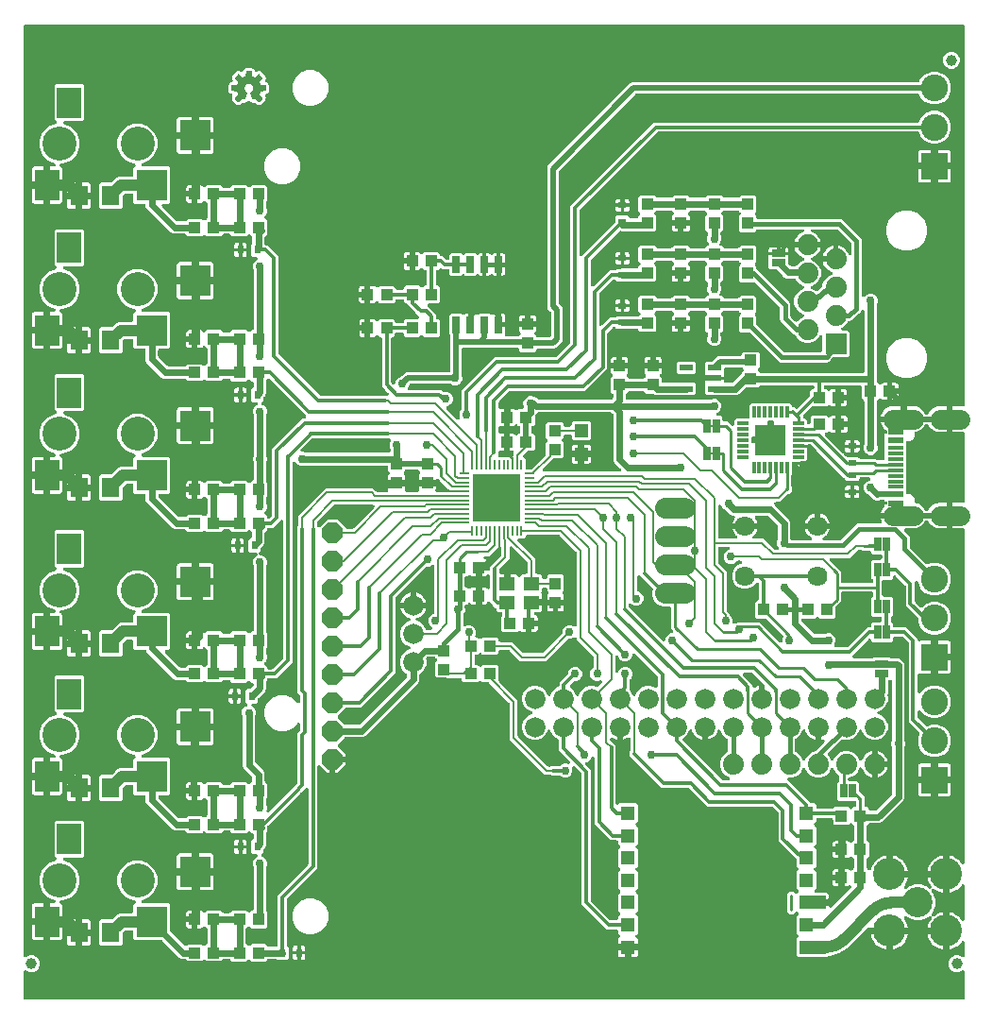
<source format=gtl>
G04 EAGLE Gerber RS-274X export*
G75*
%MOMM*%
%FSLAX34Y34*%
%LPD*%
%INTop Copper*%
%IPPOS*%
%AMOC8*
5,1,8,0,0,1.08239X$1,22.5*%
G01*
%ADD10C,1.879600*%
%ADD11R,1.879600X1.879600*%
%ADD12R,1.270000X0.635000*%
%ADD13R,1.100000X1.000000*%
%ADD14R,0.800000X0.600000*%
%ADD15R,1.000000X1.100000*%
%ADD16R,1.600000X1.803000*%
%ADD17R,0.600000X0.800000*%
%ADD18R,2.200000X2.800000*%
%ADD19R,2.800000X2.800000*%
%ADD20C,3.060000*%
%ADD21R,2.413000X2.413000*%
%ADD22C,2.413000*%
%ADD23R,0.635000X1.270000*%
%ADD24C,1.800000*%
%ADD25R,1.400000X0.600000*%
%ADD26R,1.400000X0.300000*%
%ADD27C,2.880000*%
%ADD28C,2.700000*%
%ADD29C,1.828800*%
%ADD30C,1.828800*%
%ADD31R,1.400000X1.200000*%
%ADD32R,1.200000X0.600000*%
%ADD33R,0.650000X1.500000*%
%ADD34C,1.782000*%
%ADD35R,1.200000X1.200000*%
%ADD36R,0.850000X0.200000*%
%ADD37R,0.200000X0.850000*%
%ADD38R,4.200000X4.200000*%
%ADD39P,1.979475X8X202.500000*%
%ADD40R,1.000000X0.300000*%
%ADD41R,2.700000X2.700000*%
%ADD42R,0.435000X0.435000*%
%ADD43R,0.300000X1.000000*%
%ADD44R,1.270000X1.270000*%
%ADD45R,2.413000X1.270000*%
%ADD46C,1.000000*%
%ADD47C,0.304800*%
%ADD48C,0.609600*%
%ADD49C,0.752400*%
%ADD50C,0.406400*%
%ADD51C,0.508000*%
%ADD52C,0.203200*%
%ADD53C,1.016000*%
%ADD54C,0.254000*%
%ADD55C,0.200000*%

G36*
X895502Y-16996D02*
X895502Y-16996D01*
X895528Y-16998D01*
X895675Y-16976D01*
X895822Y-16959D01*
X895847Y-16951D01*
X895873Y-16947D01*
X896011Y-16892D01*
X896150Y-16842D01*
X896172Y-16828D01*
X896197Y-16818D01*
X896318Y-16733D01*
X896443Y-16653D01*
X896461Y-16634D01*
X896483Y-16619D01*
X896582Y-16509D01*
X896685Y-16402D01*
X896699Y-16380D01*
X896716Y-16360D01*
X896788Y-16230D01*
X896864Y-16103D01*
X896872Y-16078D01*
X896885Y-16055D01*
X896925Y-15912D01*
X896970Y-15771D01*
X896972Y-15745D01*
X896980Y-15720D01*
X896999Y-15476D01*
X896999Y7658D01*
X896988Y7757D01*
X896986Y7858D01*
X896968Y7930D01*
X896959Y8004D01*
X896926Y8098D01*
X896901Y8196D01*
X896867Y8262D01*
X896842Y8332D01*
X896787Y8416D01*
X896741Y8506D01*
X896693Y8562D01*
X896653Y8625D01*
X896581Y8695D01*
X896516Y8771D01*
X896456Y8815D01*
X896402Y8867D01*
X896316Y8919D01*
X896235Y8978D01*
X896167Y9008D01*
X896103Y9046D01*
X896008Y9076D01*
X895915Y9116D01*
X895842Y9129D01*
X895771Y9152D01*
X895671Y9160D01*
X895572Y9178D01*
X895498Y9174D01*
X895424Y9180D01*
X895325Y9165D01*
X895224Y9160D01*
X895153Y9139D01*
X895079Y9128D01*
X894986Y9091D01*
X894889Y9063D01*
X894824Y9027D01*
X894755Y9000D01*
X894673Y8942D01*
X894585Y8893D01*
X894509Y8828D01*
X894469Y8801D01*
X894445Y8774D01*
X894399Y8735D01*
X894271Y8607D01*
X891500Y7459D01*
X888500Y7459D01*
X885728Y8607D01*
X883607Y10728D01*
X882459Y13500D01*
X882459Y16500D01*
X883607Y19272D01*
X885728Y21393D01*
X888500Y22541D01*
X891500Y22541D01*
X894271Y21393D01*
X894399Y21265D01*
X894478Y21203D01*
X894550Y21133D01*
X894614Y21095D01*
X894672Y21049D01*
X894763Y21006D01*
X894849Y20954D01*
X894920Y20932D01*
X894987Y20900D01*
X895085Y20879D01*
X895181Y20848D01*
X895255Y20842D01*
X895328Y20826D01*
X895428Y20828D01*
X895528Y20820D01*
X895602Y20831D01*
X895676Y20832D01*
X895774Y20857D01*
X895873Y20872D01*
X895942Y20899D01*
X896014Y20917D01*
X896104Y20963D01*
X896197Y21000D01*
X896258Y21043D01*
X896324Y21077D01*
X896400Y21142D01*
X896483Y21199D01*
X896533Y21255D01*
X896589Y21303D01*
X896649Y21384D01*
X896716Y21458D01*
X896752Y21523D01*
X896797Y21583D01*
X896836Y21675D01*
X896885Y21763D01*
X896905Y21835D01*
X896935Y21903D01*
X896952Y22002D01*
X896980Y22099D01*
X896988Y22199D01*
X896996Y22246D01*
X896994Y22282D01*
X896999Y22342D01*
X896999Y33917D01*
X896996Y33942D01*
X896998Y33968D01*
X896976Y34116D01*
X896959Y34263D01*
X896951Y34287D01*
X896947Y34313D01*
X896892Y34451D01*
X896842Y34591D01*
X896828Y34613D01*
X896819Y34637D01*
X896734Y34759D01*
X896653Y34884D01*
X896634Y34902D01*
X896620Y34923D01*
X896509Y35023D01*
X896402Y35126D01*
X896380Y35140D01*
X896361Y35157D01*
X896231Y35229D01*
X896103Y35305D01*
X896079Y35313D01*
X896056Y35325D01*
X895913Y35366D01*
X895771Y35411D01*
X895746Y35414D01*
X895721Y35421D01*
X895572Y35428D01*
X895424Y35439D01*
X895399Y35436D01*
X895373Y35437D01*
X895227Y35410D01*
X895079Y35388D01*
X895055Y35378D01*
X895030Y35374D01*
X894894Y35314D01*
X894755Y35259D01*
X894734Y35244D01*
X894711Y35234D01*
X894591Y35145D01*
X894469Y35060D01*
X894452Y35041D01*
X894432Y35026D01*
X894268Y34844D01*
X893164Y33406D01*
X891594Y31836D01*
X889832Y30484D01*
X887909Y29374D01*
X885857Y28524D01*
X883712Y27949D01*
X883447Y27914D01*
X883447Y43076D01*
X883444Y43102D01*
X883446Y43128D01*
X883424Y43275D01*
X883407Y43422D01*
X883399Y43447D01*
X883395Y43473D01*
X883340Y43611D01*
X883290Y43750D01*
X883276Y43772D01*
X883266Y43797D01*
X883181Y43918D01*
X883101Y44043D01*
X883082Y44061D01*
X883067Y44083D01*
X882957Y44182D01*
X882850Y44285D01*
X882828Y44299D01*
X882808Y44316D01*
X882678Y44388D01*
X882551Y44464D01*
X882526Y44472D01*
X882503Y44485D01*
X882360Y44525D01*
X882219Y44570D01*
X882193Y44572D01*
X882168Y44579D01*
X881924Y44599D01*
X880399Y44599D01*
X880399Y44601D01*
X881924Y44601D01*
X881950Y44604D01*
X881976Y44602D01*
X882123Y44624D01*
X882270Y44641D01*
X882295Y44650D01*
X882321Y44653D01*
X882459Y44708D01*
X882598Y44758D01*
X882620Y44773D01*
X882645Y44782D01*
X882766Y44867D01*
X882891Y44947D01*
X882909Y44966D01*
X882931Y44981D01*
X883030Y45091D01*
X883133Y45198D01*
X883147Y45220D01*
X883164Y45240D01*
X883236Y45370D01*
X883312Y45497D01*
X883320Y45522D01*
X883333Y45545D01*
X883373Y45688D01*
X883418Y45829D01*
X883420Y45855D01*
X883428Y45880D01*
X883447Y46124D01*
X883447Y61286D01*
X883712Y61251D01*
X885857Y60676D01*
X887909Y59826D01*
X889832Y58716D01*
X891594Y57364D01*
X893164Y55794D01*
X894268Y54356D01*
X894285Y54337D01*
X894299Y54316D01*
X894406Y54212D01*
X894510Y54105D01*
X894531Y54091D01*
X894550Y54074D01*
X894678Y53997D01*
X894803Y53916D01*
X894827Y53908D01*
X894849Y53895D01*
X894991Y53849D01*
X895131Y53799D01*
X895157Y53796D01*
X895181Y53789D01*
X895329Y53777D01*
X895477Y53760D01*
X895503Y53763D01*
X895528Y53761D01*
X895675Y53783D01*
X895824Y53800D01*
X895848Y53808D01*
X895873Y53812D01*
X896011Y53867D01*
X896152Y53918D01*
X896173Y53932D01*
X896197Y53941D01*
X896319Y54026D01*
X896444Y54107D01*
X896462Y54125D01*
X896483Y54140D01*
X896583Y54250D01*
X896686Y54358D01*
X896699Y54380D01*
X896716Y54399D01*
X896789Y54529D01*
X896865Y54657D01*
X896872Y54681D01*
X896885Y54704D01*
X896925Y54847D01*
X896971Y54989D01*
X896973Y55014D01*
X896980Y55039D01*
X896999Y55283D01*
X896999Y84717D01*
X896996Y84742D01*
X896998Y84768D01*
X896976Y84916D01*
X896959Y85063D01*
X896951Y85087D01*
X896947Y85113D01*
X896892Y85251D01*
X896842Y85391D01*
X896828Y85413D01*
X896819Y85437D01*
X896734Y85559D01*
X896653Y85684D01*
X896635Y85702D01*
X896620Y85723D01*
X896509Y85823D01*
X896402Y85926D01*
X896380Y85940D01*
X896361Y85957D01*
X896231Y86029D01*
X896103Y86105D01*
X896079Y86113D01*
X896056Y86125D01*
X895913Y86166D01*
X895771Y86211D01*
X895746Y86214D01*
X895721Y86220D01*
X895572Y86227D01*
X895424Y86239D01*
X895399Y86236D01*
X895373Y86237D01*
X895227Y86210D01*
X895079Y86188D01*
X895055Y86178D01*
X895030Y86174D01*
X894894Y86114D01*
X894755Y86059D01*
X894734Y86044D01*
X894711Y86034D01*
X894591Y85945D01*
X894469Y85860D01*
X894452Y85841D01*
X894432Y85826D01*
X894268Y85644D01*
X893360Y84462D01*
X893360Y84461D01*
X893164Y84206D01*
X891594Y82636D01*
X889832Y81284D01*
X887909Y80174D01*
X885857Y79324D01*
X883712Y78749D01*
X883447Y78714D01*
X883447Y93876D01*
X883444Y93902D01*
X883446Y93928D01*
X883424Y94075D01*
X883407Y94222D01*
X883399Y94247D01*
X883395Y94273D01*
X883340Y94411D01*
X883290Y94550D01*
X883276Y94572D01*
X883266Y94597D01*
X883181Y94718D01*
X883101Y94843D01*
X883082Y94861D01*
X883067Y94883D01*
X882957Y94982D01*
X882850Y95085D01*
X882828Y95099D01*
X882808Y95116D01*
X882678Y95188D01*
X882551Y95264D01*
X882526Y95272D01*
X882503Y95285D01*
X882360Y95325D01*
X882219Y95370D01*
X882193Y95372D01*
X882168Y95379D01*
X881924Y95399D01*
X880399Y95399D01*
X880399Y95401D01*
X881924Y95401D01*
X881950Y95404D01*
X881976Y95402D01*
X882123Y95424D01*
X882270Y95441D01*
X882295Y95450D01*
X882321Y95453D01*
X882459Y95508D01*
X882598Y95558D01*
X882620Y95573D01*
X882645Y95582D01*
X882766Y95667D01*
X882891Y95747D01*
X882909Y95766D01*
X882931Y95781D01*
X883030Y95891D01*
X883133Y95998D01*
X883147Y96020D01*
X883164Y96040D01*
X883236Y96170D01*
X883312Y96297D01*
X883320Y96322D01*
X883333Y96345D01*
X883373Y96488D01*
X883418Y96629D01*
X883420Y96655D01*
X883428Y96680D01*
X883447Y96924D01*
X883447Y112086D01*
X883712Y112051D01*
X885857Y111476D01*
X887909Y110626D01*
X889832Y109516D01*
X891594Y108164D01*
X893164Y106594D01*
X894268Y105156D01*
X894285Y105137D01*
X894299Y105116D01*
X894407Y105012D01*
X894510Y104905D01*
X894531Y104891D01*
X894550Y104874D01*
X894678Y104797D01*
X894803Y104716D01*
X894827Y104708D01*
X894849Y104695D01*
X894990Y104649D01*
X895131Y104599D01*
X895156Y104596D01*
X895181Y104589D01*
X895329Y104577D01*
X895477Y104560D01*
X895503Y104563D01*
X895528Y104561D01*
X895676Y104583D01*
X895824Y104600D01*
X895848Y104608D01*
X895873Y104612D01*
X896011Y104667D01*
X896152Y104718D01*
X896173Y104732D01*
X896197Y104741D01*
X896319Y104826D01*
X896444Y104907D01*
X896462Y104925D01*
X896483Y104940D01*
X896582Y105050D01*
X896686Y105158D01*
X896699Y105180D01*
X896716Y105199D01*
X896788Y105329D01*
X896865Y105457D01*
X896872Y105481D01*
X896885Y105504D01*
X896925Y105647D01*
X896971Y105789D01*
X896973Y105814D01*
X896980Y105839D01*
X896999Y106083D01*
X896999Y403997D01*
X896983Y404142D01*
X896971Y404287D01*
X896963Y404314D01*
X896959Y404343D01*
X896910Y404480D01*
X896866Y404619D01*
X896852Y404644D01*
X896842Y404671D01*
X896763Y404794D01*
X896689Y404919D01*
X896669Y404940D01*
X896653Y404964D01*
X896548Y405065D01*
X896447Y405170D01*
X896423Y405186D01*
X896402Y405206D01*
X896277Y405281D01*
X896155Y405360D01*
X896128Y405370D01*
X896103Y405385D01*
X895965Y405429D01*
X895828Y405479D01*
X895799Y405483D01*
X895771Y405491D01*
X895627Y405503D01*
X895482Y405520D01*
X895446Y405518D01*
X895424Y405519D01*
X895375Y405512D01*
X895238Y405502D01*
X893708Y405259D01*
X886299Y405259D01*
X886299Y415824D01*
X886296Y415850D01*
X886298Y415876D01*
X886276Y416023D01*
X886259Y416170D01*
X886251Y416195D01*
X886247Y416221D01*
X886192Y416358D01*
X886142Y416498D01*
X886128Y416520D01*
X886118Y416545D01*
X886033Y416666D01*
X885953Y416791D01*
X885940Y416803D01*
X885985Y416850D01*
X885999Y416873D01*
X886016Y416892D01*
X886088Y417022D01*
X886164Y417149D01*
X886172Y417174D01*
X886185Y417197D01*
X886225Y417340D01*
X886270Y417481D01*
X886272Y417507D01*
X886280Y417532D01*
X886299Y417776D01*
X886299Y428341D01*
X893708Y428341D01*
X895238Y428098D01*
X895383Y428092D01*
X895528Y428081D01*
X895557Y428085D01*
X895586Y428084D01*
X895729Y428111D01*
X895873Y428132D01*
X895900Y428143D01*
X895928Y428148D01*
X896061Y428207D01*
X896197Y428261D01*
X896221Y428278D01*
X896247Y428289D01*
X896364Y428377D01*
X896483Y428460D01*
X896502Y428481D01*
X896526Y428499D01*
X896619Y428611D01*
X896716Y428719D01*
X896730Y428744D01*
X896749Y428766D01*
X896814Y428896D01*
X896885Y429024D01*
X896893Y429052D01*
X896906Y429078D01*
X896940Y429219D01*
X896980Y429359D01*
X896982Y429394D01*
X896988Y429416D01*
X896988Y429465D01*
X896999Y429603D01*
X896999Y490497D01*
X896983Y490642D01*
X896971Y490787D01*
X896963Y490814D01*
X896959Y490843D01*
X896910Y490980D01*
X896866Y491119D01*
X896852Y491144D01*
X896842Y491171D01*
X896763Y491294D01*
X896689Y491419D01*
X896669Y491440D01*
X896653Y491464D01*
X896548Y491565D01*
X896447Y491670D01*
X896423Y491686D01*
X896402Y491706D01*
X896277Y491781D01*
X896155Y491860D01*
X896128Y491870D01*
X896103Y491885D01*
X895964Y491930D01*
X895828Y491979D01*
X895799Y491983D01*
X895771Y491991D01*
X895626Y492003D01*
X895482Y492020D01*
X895446Y492018D01*
X895424Y492019D01*
X895375Y492012D01*
X895238Y492002D01*
X893708Y491759D01*
X886299Y491759D01*
X886299Y502324D01*
X886296Y502350D01*
X886298Y502376D01*
X886276Y502523D01*
X886259Y502670D01*
X886251Y502695D01*
X886247Y502721D01*
X886192Y502858D01*
X886142Y502998D01*
X886128Y503020D01*
X886118Y503045D01*
X886033Y503166D01*
X885953Y503291D01*
X885940Y503303D01*
X885985Y503350D01*
X885999Y503373D01*
X886016Y503392D01*
X886088Y503522D01*
X886164Y503649D01*
X886172Y503674D01*
X886185Y503697D01*
X886225Y503840D01*
X886270Y503981D01*
X886272Y504007D01*
X886280Y504032D01*
X886299Y504276D01*
X886299Y514841D01*
X893708Y514841D01*
X895238Y514598D01*
X895383Y514592D01*
X895528Y514581D01*
X895557Y514585D01*
X895586Y514584D01*
X895729Y514611D01*
X895873Y514632D01*
X895900Y514643D01*
X895928Y514648D01*
X896061Y514707D01*
X896197Y514761D01*
X896221Y514778D01*
X896247Y514789D01*
X896364Y514877D01*
X896483Y514960D01*
X896502Y514981D01*
X896526Y514999D01*
X896619Y515111D01*
X896716Y515219D01*
X896730Y515244D01*
X896749Y515266D01*
X896814Y515396D01*
X896885Y515524D01*
X896893Y515552D01*
X896906Y515578D01*
X896940Y515719D01*
X896980Y515859D01*
X896982Y515894D01*
X896988Y515916D01*
X896988Y515965D01*
X896999Y516103D01*
X896999Y855476D01*
X896996Y855502D01*
X896998Y855528D01*
X896976Y855675D01*
X896959Y855822D01*
X896951Y855847D01*
X896947Y855873D01*
X896892Y856011D01*
X896842Y856150D01*
X896828Y856172D01*
X896818Y856197D01*
X896733Y856318D01*
X896653Y856443D01*
X896634Y856461D01*
X896619Y856483D01*
X896509Y856582D01*
X896402Y856685D01*
X896380Y856699D01*
X896360Y856716D01*
X896230Y856788D01*
X896103Y856864D01*
X896078Y856872D01*
X896055Y856885D01*
X895912Y856925D01*
X895771Y856970D01*
X895745Y856972D01*
X895720Y856980D01*
X895476Y856999D01*
X54524Y856999D01*
X54498Y856996D01*
X54472Y856998D01*
X54325Y856976D01*
X54178Y856959D01*
X54153Y856951D01*
X54127Y856947D01*
X53989Y856892D01*
X53850Y856842D01*
X53828Y856828D01*
X53803Y856818D01*
X53682Y856733D01*
X53557Y856653D01*
X53539Y856634D01*
X53517Y856619D01*
X53418Y856509D01*
X53315Y856402D01*
X53301Y856380D01*
X53284Y856360D01*
X53212Y856230D01*
X53136Y856103D01*
X53128Y856078D01*
X53115Y856055D01*
X53075Y855912D01*
X53030Y855771D01*
X53028Y855745D01*
X53020Y855720D01*
X53001Y855476D01*
X53001Y22342D01*
X53012Y22243D01*
X53014Y22142D01*
X53032Y22070D01*
X53041Y21996D01*
X53074Y21902D01*
X53099Y21804D01*
X53133Y21738D01*
X53158Y21668D01*
X53213Y21584D01*
X53259Y21494D01*
X53307Y21438D01*
X53347Y21375D01*
X53419Y21305D01*
X53484Y21229D01*
X53544Y21185D01*
X53598Y21133D01*
X53684Y21081D01*
X53765Y21022D01*
X53833Y20992D01*
X53897Y20954D01*
X53992Y20924D01*
X54085Y20884D01*
X54158Y20871D01*
X54229Y20848D01*
X54329Y20840D01*
X54428Y20822D01*
X54502Y20826D01*
X54576Y20820D01*
X54675Y20835D01*
X54776Y20840D01*
X54847Y20861D01*
X54921Y20872D01*
X55014Y20909D01*
X55111Y20937D01*
X55176Y20973D01*
X55245Y21000D01*
X55327Y21058D01*
X55415Y21107D01*
X55491Y21172D01*
X55531Y21199D01*
X55555Y21226D01*
X55601Y21265D01*
X55729Y21393D01*
X58500Y22541D01*
X61500Y22541D01*
X64272Y21393D01*
X66393Y19272D01*
X67541Y16500D01*
X67541Y13500D01*
X66393Y10728D01*
X64272Y8607D01*
X61500Y7459D01*
X58500Y7459D01*
X55729Y8607D01*
X55601Y8735D01*
X55522Y8797D01*
X55450Y8867D01*
X55386Y8905D01*
X55328Y8951D01*
X55237Y8994D01*
X55151Y9046D01*
X55080Y9068D01*
X55013Y9100D01*
X54915Y9121D01*
X54819Y9152D01*
X54745Y9158D01*
X54672Y9174D01*
X54572Y9172D01*
X54472Y9180D01*
X54398Y9169D01*
X54324Y9168D01*
X54226Y9143D01*
X54127Y9128D01*
X54058Y9101D01*
X53986Y9083D01*
X53896Y9037D01*
X53803Y9000D01*
X53742Y8957D01*
X53676Y8923D01*
X53600Y8858D01*
X53517Y8801D01*
X53467Y8745D01*
X53411Y8697D01*
X53351Y8616D01*
X53284Y8542D01*
X53248Y8477D01*
X53203Y8417D01*
X53164Y8325D01*
X53115Y8237D01*
X53095Y8165D01*
X53065Y8097D01*
X53048Y7998D01*
X53020Y7901D01*
X53012Y7801D01*
X53004Y7754D01*
X53006Y7718D01*
X53001Y7658D01*
X53001Y-15476D01*
X53004Y-15502D01*
X53002Y-15528D01*
X53024Y-15675D01*
X53041Y-15822D01*
X53049Y-15847D01*
X53053Y-15873D01*
X53108Y-16011D01*
X53158Y-16150D01*
X53172Y-16172D01*
X53182Y-16197D01*
X53267Y-16318D01*
X53347Y-16443D01*
X53366Y-16461D01*
X53381Y-16483D01*
X53491Y-16582D01*
X53598Y-16685D01*
X53620Y-16699D01*
X53640Y-16716D01*
X53770Y-16788D01*
X53897Y-16864D01*
X53922Y-16872D01*
X53945Y-16885D01*
X54088Y-16925D01*
X54229Y-16970D01*
X54255Y-16972D01*
X54280Y-16980D01*
X54524Y-16999D01*
X895476Y-16999D01*
X895502Y-16996D01*
G37*
%LPC*%
G36*
X240448Y16959D02*
X240448Y16959D01*
X238732Y18675D01*
X238693Y18730D01*
X238613Y18855D01*
X238594Y18873D01*
X238579Y18895D01*
X238469Y18994D01*
X238362Y19097D01*
X238340Y19111D01*
X238320Y19128D01*
X238190Y19200D01*
X238063Y19276D01*
X238038Y19284D01*
X238015Y19297D01*
X237872Y19337D01*
X237731Y19382D01*
X237705Y19384D01*
X237680Y19392D01*
X237436Y19411D01*
X232635Y19411D01*
X232510Y19397D01*
X232384Y19390D01*
X232337Y19377D01*
X232289Y19371D01*
X232170Y19329D01*
X232049Y19294D01*
X232007Y19270D01*
X231961Y19254D01*
X231855Y19185D01*
X231745Y19124D01*
X231698Y19084D01*
X231668Y19065D01*
X231635Y19030D01*
X231558Y18965D01*
X230052Y17459D01*
X216948Y17459D01*
X216077Y18330D01*
X216057Y18346D01*
X216040Y18366D01*
X215920Y18454D01*
X215804Y18546D01*
X215780Y18558D01*
X215759Y18573D01*
X215623Y18632D01*
X215489Y18695D01*
X215463Y18701D01*
X215439Y18711D01*
X215293Y18737D01*
X215148Y18769D01*
X215122Y18768D01*
X215096Y18773D01*
X214948Y18765D01*
X214800Y18763D01*
X214774Y18756D01*
X214748Y18755D01*
X214606Y18714D01*
X214462Y18678D01*
X214439Y18666D01*
X214413Y18658D01*
X214284Y18586D01*
X214152Y18518D01*
X214132Y18501D01*
X214109Y18488D01*
X213923Y18330D01*
X213052Y17459D01*
X199948Y17459D01*
X198442Y18965D01*
X198343Y19044D01*
X198249Y19128D01*
X198207Y19152D01*
X198169Y19182D01*
X198055Y19236D01*
X197944Y19297D01*
X197897Y19310D01*
X197854Y19331D01*
X197730Y19357D01*
X197608Y19392D01*
X197548Y19397D01*
X197513Y19404D01*
X197465Y19403D01*
X197365Y19411D01*
X194888Y19411D01*
X192834Y20262D01*
X177083Y36013D01*
X176984Y36092D01*
X176890Y36176D01*
X176848Y36200D01*
X176810Y36230D01*
X176696Y36284D01*
X176585Y36345D01*
X176539Y36358D01*
X176495Y36379D01*
X176372Y36405D01*
X176250Y36440D01*
X176189Y36445D01*
X176154Y36452D01*
X176106Y36451D01*
X176006Y36459D01*
X152948Y36459D01*
X151459Y37948D01*
X151459Y43856D01*
X151456Y43882D01*
X151458Y43908D01*
X151436Y44055D01*
X151419Y44202D01*
X151411Y44227D01*
X151407Y44253D01*
X151352Y44391D01*
X151302Y44530D01*
X151288Y44552D01*
X151278Y44577D01*
X151193Y44698D01*
X151113Y44823D01*
X151094Y44841D01*
X151079Y44863D01*
X150969Y44962D01*
X150862Y45065D01*
X150840Y45079D01*
X150820Y45096D01*
X150690Y45168D01*
X150563Y45244D01*
X150538Y45252D01*
X150515Y45265D01*
X150372Y45305D01*
X150231Y45350D01*
X150205Y45352D01*
X150180Y45360D01*
X149936Y45379D01*
X144668Y45379D01*
X144542Y45365D01*
X144416Y45358D01*
X144369Y45345D01*
X144321Y45339D01*
X144202Y45297D01*
X144081Y45262D01*
X144039Y45238D01*
X143993Y45222D01*
X143887Y45153D01*
X143777Y45092D01*
X143730Y45052D01*
X143700Y45033D01*
X143667Y44998D01*
X143590Y44933D01*
X142047Y43390D01*
X141968Y43291D01*
X141884Y43197D01*
X141860Y43154D01*
X141830Y43117D01*
X141776Y43002D01*
X141715Y42892D01*
X141702Y42845D01*
X141681Y42801D01*
X141655Y42678D01*
X141620Y42556D01*
X141615Y42495D01*
X141608Y42461D01*
X141609Y42413D01*
X141601Y42312D01*
X141601Y33113D01*
X140112Y31624D01*
X122008Y31624D01*
X120519Y33113D01*
X120519Y53247D01*
X122008Y54736D01*
X131207Y54736D01*
X131333Y54750D01*
X131459Y54757D01*
X131506Y54770D01*
X131554Y54776D01*
X131673Y54818D01*
X131794Y54853D01*
X131836Y54877D01*
X131882Y54893D01*
X131988Y54962D01*
X132098Y55023D01*
X132145Y55063D01*
X132175Y55082D01*
X132208Y55117D01*
X132285Y55182D01*
X136563Y59460D01*
X139364Y60621D01*
X149936Y60621D01*
X149962Y60624D01*
X149988Y60622D01*
X150135Y60644D01*
X150282Y60661D01*
X150307Y60669D01*
X150333Y60673D01*
X150471Y60728D01*
X150610Y60778D01*
X150632Y60792D01*
X150657Y60802D01*
X150778Y60887D01*
X150903Y60967D01*
X150921Y60986D01*
X150943Y61001D01*
X151042Y61111D01*
X151145Y61218D01*
X151159Y61240D01*
X151176Y61260D01*
X151248Y61390D01*
X151324Y61517D01*
X151332Y61542D01*
X151345Y61565D01*
X151385Y61708D01*
X151430Y61849D01*
X151432Y61875D01*
X151440Y61900D01*
X151459Y62144D01*
X151459Y68052D01*
X152966Y69559D01*
X153028Y69637D01*
X153098Y69710D01*
X153136Y69774D01*
X153182Y69832D01*
X153225Y69923D01*
X153277Y70009D01*
X153300Y70080D01*
X153331Y70147D01*
X153352Y70245D01*
X153383Y70341D01*
X153389Y70415D01*
X153405Y70488D01*
X153403Y70588D01*
X153411Y70688D01*
X153400Y70762D01*
X153399Y70836D01*
X153374Y70933D01*
X153359Y71033D01*
X153332Y71102D01*
X153314Y71174D01*
X153268Y71263D01*
X153231Y71357D01*
X153188Y71418D01*
X153154Y71484D01*
X153089Y71560D01*
X153032Y71643D01*
X152977Y71693D01*
X152928Y71749D01*
X152847Y71809D01*
X152773Y71876D01*
X152708Y71912D01*
X152648Y71957D01*
X152556Y71996D01*
X152468Y72045D01*
X152396Y72065D01*
X152328Y72095D01*
X152229Y72112D01*
X152132Y72140D01*
X152032Y72148D01*
X151985Y72156D01*
X151949Y72154D01*
X151889Y72159D01*
X151451Y72159D01*
X144894Y74875D01*
X139875Y79894D01*
X137159Y86451D01*
X137159Y93549D01*
X139875Y100106D01*
X144894Y105125D01*
X151451Y107841D01*
X158549Y107841D01*
X165106Y105125D01*
X170125Y100106D01*
X172841Y93549D01*
X172841Y86451D01*
X170125Y79894D01*
X165106Y74875D01*
X159302Y72471D01*
X159258Y72447D01*
X159211Y72430D01*
X159106Y72362D01*
X158997Y72302D01*
X158960Y72268D01*
X158918Y72241D01*
X158831Y72151D01*
X158739Y72068D01*
X158711Y72026D01*
X158676Y71990D01*
X158612Y71883D01*
X158541Y71781D01*
X158522Y71734D01*
X158497Y71691D01*
X158459Y71573D01*
X158413Y71457D01*
X158406Y71407D01*
X158390Y71359D01*
X158381Y71235D01*
X158362Y71112D01*
X158367Y71062D01*
X158363Y71012D01*
X158381Y70889D01*
X158391Y70765D01*
X158407Y70717D01*
X158414Y70667D01*
X158460Y70552D01*
X158498Y70433D01*
X158524Y70390D01*
X158543Y70343D01*
X158614Y70241D01*
X158678Y70135D01*
X158713Y70098D01*
X158742Y70057D01*
X158834Y69974D01*
X158921Y69885D01*
X158963Y69857D01*
X159001Y69824D01*
X159110Y69764D01*
X159214Y69696D01*
X159262Y69679D01*
X159306Y69655D01*
X159426Y69621D01*
X159543Y69580D01*
X159593Y69574D01*
X159641Y69560D01*
X159885Y69541D01*
X183052Y69541D01*
X184541Y68052D01*
X184541Y44994D01*
X184555Y44868D01*
X184562Y44742D01*
X184575Y44696D01*
X184581Y44648D01*
X184623Y44529D01*
X184658Y44407D01*
X184682Y44365D01*
X184698Y44320D01*
X184767Y44213D01*
X184828Y44103D01*
X184868Y44057D01*
X184887Y44027D01*
X184922Y43993D01*
X184987Y43917D01*
X197078Y31825D01*
X197099Y31809D01*
X197116Y31789D01*
X197235Y31701D01*
X197351Y31609D01*
X197375Y31598D01*
X197396Y31582D01*
X197532Y31523D01*
X197666Y31460D01*
X197692Y31454D01*
X197716Y31444D01*
X197862Y31418D01*
X198007Y31387D01*
X198033Y31387D01*
X198059Y31382D01*
X198208Y31390D01*
X198355Y31393D01*
X198381Y31399D01*
X198407Y31400D01*
X198549Y31441D01*
X198693Y31478D01*
X198717Y31490D01*
X198742Y31497D01*
X198871Y31569D01*
X199003Y31637D01*
X199023Y31654D01*
X199046Y31667D01*
X199232Y31825D01*
X199948Y32541D01*
X213052Y32541D01*
X213923Y31670D01*
X213943Y31654D01*
X213960Y31634D01*
X214080Y31546D01*
X214196Y31454D01*
X214220Y31442D01*
X214241Y31427D01*
X214377Y31368D01*
X214511Y31305D01*
X214537Y31299D01*
X214561Y31289D01*
X214707Y31263D01*
X214852Y31231D01*
X214878Y31232D01*
X214904Y31227D01*
X215052Y31235D01*
X215200Y31237D01*
X215226Y31244D01*
X215252Y31245D01*
X215394Y31286D01*
X215538Y31322D01*
X215561Y31334D01*
X215587Y31342D01*
X215716Y31414D01*
X215848Y31482D01*
X215868Y31499D01*
X215891Y31512D01*
X216077Y31670D01*
X217175Y32768D01*
X217230Y32807D01*
X217355Y32887D01*
X217373Y32906D01*
X217395Y32921D01*
X217494Y33031D01*
X217597Y33138D01*
X217611Y33160D01*
X217628Y33180D01*
X217700Y33310D01*
X217776Y33437D01*
X217784Y33462D01*
X217797Y33485D01*
X217837Y33628D01*
X217882Y33769D01*
X217884Y33795D01*
X217892Y33820D01*
X217911Y34064D01*
X217911Y45865D01*
X217897Y45990D01*
X217890Y46116D01*
X217877Y46163D01*
X217871Y46211D01*
X217829Y46330D01*
X217794Y46451D01*
X217770Y46493D01*
X217754Y46539D01*
X217685Y46645D01*
X217624Y46755D01*
X217584Y46802D01*
X217565Y46832D01*
X217530Y46865D01*
X217465Y46942D01*
X216011Y48396D01*
X215971Y48428D01*
X215936Y48466D01*
X215834Y48536D01*
X215738Y48613D01*
X215692Y48635D01*
X215649Y48664D01*
X215534Y48709D01*
X215423Y48762D01*
X215373Y48773D01*
X215325Y48791D01*
X215203Y48809D01*
X215082Y48835D01*
X215031Y48834D01*
X214980Y48842D01*
X214857Y48831D01*
X214733Y48829D01*
X214684Y48817D01*
X214633Y48812D01*
X214515Y48774D01*
X214395Y48744D01*
X214350Y48721D01*
X214301Y48705D01*
X214195Y48641D01*
X214086Y48585D01*
X214047Y48552D01*
X214003Y48525D01*
X213914Y48439D01*
X213820Y48359D01*
X213790Y48318D01*
X213753Y48282D01*
X213614Y48081D01*
X213533Y47940D01*
X213060Y47467D01*
X212481Y47132D01*
X211835Y46959D01*
X208999Y46959D01*
X208999Y54024D01*
X208996Y54050D01*
X208998Y54076D01*
X208976Y54223D01*
X208959Y54370D01*
X208951Y54395D01*
X208947Y54421D01*
X208892Y54558D01*
X208842Y54698D01*
X208828Y54720D01*
X208818Y54745D01*
X208733Y54866D01*
X208653Y54991D01*
X208640Y55003D01*
X208685Y55050D01*
X208699Y55073D01*
X208716Y55092D01*
X208788Y55222D01*
X208864Y55349D01*
X208872Y55374D01*
X208885Y55397D01*
X208925Y55540D01*
X208970Y55681D01*
X208972Y55707D01*
X208980Y55732D01*
X208999Y55976D01*
X208999Y63041D01*
X211835Y63041D01*
X212481Y62868D01*
X213060Y62533D01*
X213533Y62060D01*
X213614Y61919D01*
X213645Y61878D01*
X213668Y61833D01*
X213748Y61739D01*
X213822Y61639D01*
X213861Y61606D01*
X213894Y61567D01*
X213993Y61494D01*
X214088Y61414D01*
X214133Y61391D01*
X214174Y61360D01*
X214288Y61311D01*
X214398Y61255D01*
X214448Y61243D01*
X214494Y61222D01*
X214616Y61200D01*
X214736Y61170D01*
X214787Y61170D01*
X214837Y61161D01*
X214961Y61167D01*
X215084Y61165D01*
X215134Y61176D01*
X215185Y61179D01*
X215304Y61213D01*
X215425Y61239D01*
X215471Y61261D01*
X215520Y61275D01*
X215628Y61336D01*
X215740Y61389D01*
X215780Y61420D01*
X215824Y61445D01*
X216011Y61604D01*
X217448Y63041D01*
X229552Y63041D01*
X231268Y61325D01*
X231307Y61270D01*
X231387Y61145D01*
X231406Y61127D01*
X231421Y61105D01*
X231531Y61006D01*
X231638Y60903D01*
X231660Y60889D01*
X231680Y60872D01*
X231810Y60800D01*
X231937Y60724D01*
X231962Y60716D01*
X231985Y60703D01*
X232128Y60663D01*
X232269Y60618D01*
X232295Y60616D01*
X232320Y60608D01*
X232564Y60589D01*
X237436Y60589D01*
X237462Y60592D01*
X237488Y60590D01*
X237635Y60612D01*
X237782Y60629D01*
X237807Y60637D01*
X237833Y60641D01*
X237971Y60696D01*
X238110Y60746D01*
X238132Y60760D01*
X238157Y60770D01*
X238278Y60855D01*
X238403Y60935D01*
X238421Y60954D01*
X238443Y60969D01*
X238542Y61079D01*
X238645Y61186D01*
X238659Y61208D01*
X238676Y61228D01*
X238728Y61321D01*
X240448Y63041D01*
X252552Y63041D01*
X253923Y61670D01*
X253943Y61654D01*
X253960Y61634D01*
X254080Y61546D01*
X254196Y61454D01*
X254220Y61442D01*
X254241Y61427D01*
X254377Y61368D01*
X254511Y61305D01*
X254537Y61299D01*
X254561Y61289D01*
X254707Y61263D01*
X254852Y61231D01*
X254878Y61232D01*
X254904Y61227D01*
X255052Y61235D01*
X255200Y61237D01*
X255226Y61244D01*
X255252Y61245D01*
X255394Y61286D01*
X255538Y61322D01*
X255561Y61334D01*
X255587Y61342D01*
X255716Y61414D01*
X255848Y61482D01*
X255868Y61499D01*
X255891Y61512D01*
X256077Y61670D01*
X257448Y63041D01*
X257888Y63041D01*
X257914Y63044D01*
X257940Y63042D01*
X258087Y63064D01*
X258234Y63081D01*
X258259Y63089D01*
X258285Y63093D01*
X258423Y63148D01*
X258562Y63198D01*
X258584Y63212D01*
X258609Y63222D01*
X258730Y63307D01*
X258855Y63387D01*
X258873Y63406D01*
X258895Y63421D01*
X258994Y63531D01*
X259097Y63638D01*
X259111Y63660D01*
X259128Y63680D01*
X259200Y63810D01*
X259276Y63937D01*
X259284Y63962D01*
X259297Y63985D01*
X259337Y64128D01*
X259382Y64269D01*
X259384Y64295D01*
X259392Y64320D01*
X259411Y64564D01*
X259411Y101720D01*
X259411Y101722D01*
X259411Y101724D01*
X259391Y101894D01*
X259371Y102066D01*
X259371Y102068D01*
X259370Y102070D01*
X259295Y102303D01*
X258697Y103746D01*
X258697Y106254D01*
X259657Y108570D01*
X261430Y110343D01*
X261878Y110529D01*
X261922Y110553D01*
X261969Y110570D01*
X262074Y110638D01*
X262182Y110698D01*
X262220Y110732D01*
X262262Y110759D01*
X262348Y110849D01*
X262440Y110932D01*
X262469Y110973D01*
X262504Y111010D01*
X262568Y111117D01*
X262639Y111219D01*
X262657Y111266D01*
X262683Y111309D01*
X262721Y111427D01*
X262766Y111543D01*
X262774Y111593D01*
X262789Y111641D01*
X262799Y111765D01*
X262817Y111888D01*
X262813Y111938D01*
X262817Y111988D01*
X262799Y112111D01*
X262788Y112235D01*
X262773Y112283D01*
X262765Y112333D01*
X262719Y112449D01*
X262681Y112567D01*
X262655Y112610D01*
X262637Y112657D01*
X262566Y112759D01*
X262502Y112865D01*
X262466Y112902D01*
X262438Y112943D01*
X262346Y113026D01*
X262259Y113115D01*
X262216Y113143D01*
X262179Y113176D01*
X262070Y113236D01*
X261965Y113304D01*
X261918Y113321D01*
X261874Y113345D01*
X261754Y113379D01*
X261637Y113420D01*
X261587Y113426D01*
X261539Y113440D01*
X261295Y113459D01*
X258448Y113459D01*
X256959Y114948D01*
X256959Y118469D01*
X256959Y118472D01*
X256959Y118474D01*
X256939Y118646D01*
X256919Y118816D01*
X256919Y118818D01*
X256918Y118820D01*
X256911Y118842D01*
X256911Y121186D01*
X256939Y121283D01*
X256939Y121285D01*
X256940Y121287D01*
X256959Y121531D01*
X256959Y125052D01*
X258675Y126768D01*
X258730Y126807D01*
X258855Y126887D01*
X258873Y126906D01*
X258895Y126921D01*
X258994Y127031D01*
X259097Y127138D01*
X259111Y127160D01*
X259128Y127180D01*
X259200Y127310D01*
X259276Y127437D01*
X259284Y127462D01*
X259297Y127485D01*
X259337Y127628D01*
X259382Y127769D01*
X259384Y127795D01*
X259392Y127820D01*
X259411Y128064D01*
X259411Y130436D01*
X259408Y130462D01*
X259410Y130488D01*
X259388Y130635D01*
X259371Y130782D01*
X259363Y130807D01*
X259359Y130833D01*
X259304Y130971D01*
X259254Y131110D01*
X259240Y131132D01*
X259230Y131157D01*
X259145Y131278D01*
X259065Y131403D01*
X259046Y131421D01*
X259031Y131443D01*
X258921Y131542D01*
X258814Y131645D01*
X258792Y131659D01*
X258772Y131676D01*
X258642Y131748D01*
X258515Y131824D01*
X258490Y131832D01*
X258467Y131845D01*
X258324Y131885D01*
X258183Y131930D01*
X258157Y131932D01*
X258132Y131940D01*
X257888Y131959D01*
X257448Y131959D01*
X256077Y133330D01*
X256057Y133346D01*
X256040Y133366D01*
X255920Y133454D01*
X255804Y133546D01*
X255780Y133558D01*
X255759Y133573D01*
X255623Y133632D01*
X255489Y133695D01*
X255463Y133701D01*
X255439Y133711D01*
X255293Y133737D01*
X255148Y133769D01*
X255122Y133768D01*
X255096Y133773D01*
X254948Y133765D01*
X254800Y133763D01*
X254774Y133756D01*
X254748Y133755D01*
X254606Y133714D01*
X254462Y133678D01*
X254439Y133666D01*
X254413Y133658D01*
X254284Y133586D01*
X254152Y133518D01*
X254132Y133501D01*
X254109Y133488D01*
X253923Y133330D01*
X252552Y131959D01*
X240448Y131959D01*
X238732Y133675D01*
X238693Y133730D01*
X238613Y133855D01*
X238594Y133873D01*
X238579Y133895D01*
X238469Y133994D01*
X238362Y134097D01*
X238340Y134111D01*
X238320Y134128D01*
X238190Y134200D01*
X238063Y134276D01*
X238038Y134284D01*
X238015Y134297D01*
X237872Y134337D01*
X237731Y134382D01*
X237705Y134384D01*
X237680Y134392D01*
X237436Y134411D01*
X232635Y134411D01*
X232510Y134397D01*
X232384Y134390D01*
X232337Y134377D01*
X232289Y134371D01*
X232170Y134329D01*
X232049Y134294D01*
X232007Y134270D01*
X231961Y134254D01*
X231855Y134185D01*
X231745Y134124D01*
X231698Y134084D01*
X231668Y134065D01*
X231635Y134030D01*
X231558Y133965D01*
X230052Y132459D01*
X216948Y132459D01*
X216077Y133330D01*
X216057Y133346D01*
X216040Y133366D01*
X215920Y133454D01*
X215804Y133546D01*
X215780Y133558D01*
X215759Y133573D01*
X215623Y133632D01*
X215489Y133695D01*
X215463Y133701D01*
X215439Y133711D01*
X215293Y133737D01*
X215148Y133769D01*
X215122Y133768D01*
X215096Y133773D01*
X214948Y133765D01*
X214800Y133763D01*
X214774Y133756D01*
X214748Y133755D01*
X214606Y133714D01*
X214462Y133678D01*
X214439Y133666D01*
X214413Y133658D01*
X214284Y133586D01*
X214152Y133518D01*
X214132Y133501D01*
X214109Y133488D01*
X213923Y133330D01*
X213052Y132459D01*
X199948Y132459D01*
X198442Y133965D01*
X198343Y134044D01*
X198249Y134128D01*
X198207Y134152D01*
X198169Y134182D01*
X198055Y134236D01*
X197944Y134297D01*
X197897Y134310D01*
X197854Y134331D01*
X197730Y134357D01*
X197608Y134392D01*
X197548Y134397D01*
X197513Y134404D01*
X197465Y134403D01*
X197365Y134411D01*
X188888Y134411D01*
X186834Y135262D01*
X163262Y158834D01*
X162411Y160888D01*
X162411Y164936D01*
X162408Y164962D01*
X162410Y164988D01*
X162388Y165135D01*
X162371Y165282D01*
X162363Y165307D01*
X162359Y165333D01*
X162304Y165471D01*
X162254Y165610D01*
X162240Y165632D01*
X162230Y165657D01*
X162145Y165778D01*
X162065Y165903D01*
X162046Y165921D01*
X162031Y165943D01*
X161921Y166042D01*
X161814Y166145D01*
X161792Y166159D01*
X161772Y166176D01*
X161642Y166248D01*
X161515Y166324D01*
X161490Y166332D01*
X161467Y166345D01*
X161324Y166385D01*
X161183Y166430D01*
X161157Y166432D01*
X161132Y166440D01*
X160888Y166459D01*
X152948Y166459D01*
X151459Y167948D01*
X151459Y173856D01*
X151456Y173882D01*
X151458Y173908D01*
X151436Y174055D01*
X151419Y174202D01*
X151411Y174227D01*
X151407Y174253D01*
X151352Y174391D01*
X151302Y174530D01*
X151288Y174552D01*
X151278Y174577D01*
X151193Y174698D01*
X151113Y174823D01*
X151094Y174841D01*
X151079Y174863D01*
X150969Y174962D01*
X150862Y175065D01*
X150840Y175079D01*
X150820Y175096D01*
X150690Y175168D01*
X150563Y175244D01*
X150538Y175252D01*
X150515Y175265D01*
X150372Y175305D01*
X150231Y175350D01*
X150205Y175352D01*
X150180Y175360D01*
X149936Y175379D01*
X145128Y175379D01*
X145002Y175365D01*
X144876Y175358D01*
X144829Y175345D01*
X144781Y175339D01*
X144662Y175297D01*
X144541Y175262D01*
X144499Y175238D01*
X144453Y175222D01*
X144347Y175153D01*
X144237Y175092D01*
X144190Y175052D01*
X144160Y175033D01*
X144127Y174998D01*
X144050Y174933D01*
X142047Y172930D01*
X141980Y172845D01*
X141946Y172810D01*
X141939Y172798D01*
X141884Y172737D01*
X141860Y172694D01*
X141830Y172657D01*
X141776Y172542D01*
X141715Y172432D01*
X141702Y172385D01*
X141681Y172341D01*
X141655Y172218D01*
X141620Y172096D01*
X141615Y172036D01*
X141608Y172001D01*
X141609Y171953D01*
X141601Y171852D01*
X141601Y162653D01*
X140112Y161164D01*
X122008Y161164D01*
X120519Y162653D01*
X120519Y182787D01*
X122008Y184276D01*
X131207Y184276D01*
X131333Y184290D01*
X131459Y184297D01*
X131506Y184310D01*
X131554Y184316D01*
X131673Y184358D01*
X131794Y184393D01*
X131836Y184417D01*
X131882Y184433D01*
X131988Y184502D01*
X132098Y184563D01*
X132145Y184603D01*
X132175Y184622D01*
X132208Y184657D01*
X132285Y184722D01*
X134665Y187103D01*
X137023Y189460D01*
X139824Y190621D01*
X149936Y190621D01*
X149962Y190624D01*
X149988Y190622D01*
X150135Y190644D01*
X150282Y190661D01*
X150307Y190669D01*
X150333Y190673D01*
X150471Y190728D01*
X150610Y190778D01*
X150632Y190792D01*
X150657Y190802D01*
X150778Y190887D01*
X150903Y190967D01*
X150921Y190986D01*
X150943Y191001D01*
X151042Y191111D01*
X151145Y191218D01*
X151159Y191240D01*
X151176Y191260D01*
X151248Y191390D01*
X151324Y191517D01*
X151332Y191542D01*
X151345Y191565D01*
X151385Y191708D01*
X151430Y191849D01*
X151432Y191875D01*
X151440Y191900D01*
X151459Y192144D01*
X151459Y198052D01*
X152966Y199559D01*
X153028Y199637D01*
X153098Y199710D01*
X153136Y199774D01*
X153182Y199832D01*
X153225Y199923D01*
X153277Y200009D01*
X153300Y200080D01*
X153331Y200147D01*
X153352Y200245D01*
X153383Y200341D01*
X153389Y200415D01*
X153405Y200488D01*
X153403Y200588D01*
X153411Y200688D01*
X153400Y200762D01*
X153399Y200836D01*
X153374Y200933D01*
X153359Y201033D01*
X153332Y201102D01*
X153314Y201174D01*
X153268Y201263D01*
X153231Y201357D01*
X153188Y201418D01*
X153154Y201484D01*
X153089Y201560D01*
X153032Y201643D01*
X152977Y201693D01*
X152928Y201749D01*
X152847Y201809D01*
X152773Y201876D01*
X152708Y201912D01*
X152648Y201957D01*
X152556Y201996D01*
X152468Y202045D01*
X152396Y202065D01*
X152328Y202095D01*
X152229Y202112D01*
X152132Y202140D01*
X152032Y202148D01*
X151985Y202156D01*
X151949Y202154D01*
X151889Y202159D01*
X151451Y202159D01*
X144894Y204875D01*
X139875Y209894D01*
X137159Y216451D01*
X137159Y223549D01*
X139875Y230106D01*
X144894Y235125D01*
X151451Y237841D01*
X158549Y237841D01*
X165106Y235125D01*
X170125Y230106D01*
X172841Y223549D01*
X172841Y216451D01*
X170125Y209894D01*
X165106Y204875D01*
X159302Y202471D01*
X159258Y202447D01*
X159211Y202430D01*
X159106Y202362D01*
X158997Y202302D01*
X158960Y202268D01*
X158918Y202241D01*
X158831Y202151D01*
X158739Y202068D01*
X158711Y202026D01*
X158676Y201990D01*
X158612Y201883D01*
X158541Y201781D01*
X158522Y201734D01*
X158497Y201691D01*
X158459Y201573D01*
X158413Y201457D01*
X158406Y201407D01*
X158390Y201359D01*
X158381Y201235D01*
X158362Y201112D01*
X158367Y201062D01*
X158363Y201012D01*
X158381Y200889D01*
X158391Y200765D01*
X158407Y200717D01*
X158414Y200667D01*
X158460Y200552D01*
X158498Y200433D01*
X158524Y200390D01*
X158543Y200343D01*
X158614Y200241D01*
X158678Y200135D01*
X158713Y200098D01*
X158742Y200057D01*
X158834Y199974D01*
X158921Y199885D01*
X158963Y199857D01*
X159001Y199824D01*
X159110Y199764D01*
X159214Y199696D01*
X159262Y199679D01*
X159306Y199655D01*
X159426Y199621D01*
X159543Y199580D01*
X159593Y199574D01*
X159641Y199560D01*
X159885Y199541D01*
X183052Y199541D01*
X184541Y198052D01*
X184541Y167948D01*
X183052Y166459D01*
X175122Y166459D01*
X175022Y166448D01*
X174922Y166446D01*
X174850Y166428D01*
X174776Y166419D01*
X174681Y166386D01*
X174584Y166361D01*
X174518Y166327D01*
X174448Y166302D01*
X174363Y166247D01*
X174274Y166201D01*
X174217Y166153D01*
X174155Y166113D01*
X174085Y166041D01*
X174008Y165976D01*
X173964Y165916D01*
X173913Y165862D01*
X173861Y165776D01*
X173801Y165695D01*
X173772Y165627D01*
X173734Y165563D01*
X173703Y165467D01*
X173663Y165375D01*
X173650Y165302D01*
X173627Y165231D01*
X173619Y165131D01*
X173602Y165032D01*
X173605Y164958D01*
X173599Y164884D01*
X173614Y164784D01*
X173620Y164684D01*
X173640Y164613D01*
X173651Y164539D01*
X173688Y164446D01*
X173716Y164349D01*
X173752Y164284D01*
X173780Y164215D01*
X173837Y164133D01*
X173886Y164045D01*
X173951Y163969D01*
X173979Y163929D01*
X174005Y163905D01*
X174045Y163859D01*
X191869Y146035D01*
X191968Y145956D01*
X192062Y145872D01*
X192104Y145848D01*
X192142Y145818D01*
X192256Y145764D01*
X192367Y145703D01*
X192413Y145690D01*
X192457Y145669D01*
X192580Y145643D01*
X192702Y145608D01*
X192763Y145603D01*
X192798Y145596D01*
X192846Y145597D01*
X192946Y145589D01*
X197365Y145589D01*
X197490Y145603D01*
X197616Y145610D01*
X197663Y145623D01*
X197711Y145629D01*
X197830Y145671D01*
X197951Y145706D01*
X197993Y145730D01*
X198039Y145746D01*
X198145Y145815D01*
X198255Y145876D01*
X198302Y145916D01*
X198332Y145935D01*
X198365Y145970D01*
X198442Y146035D01*
X199948Y147541D01*
X213052Y147541D01*
X213923Y146670D01*
X213943Y146654D01*
X213960Y146634D01*
X214080Y146546D01*
X214196Y146454D01*
X214220Y146442D01*
X214241Y146427D01*
X214377Y146368D01*
X214511Y146305D01*
X214537Y146299D01*
X214561Y146289D01*
X214707Y146263D01*
X214852Y146231D01*
X214878Y146232D01*
X214904Y146227D01*
X215052Y146235D01*
X215200Y146237D01*
X215226Y146244D01*
X215252Y146245D01*
X215394Y146286D01*
X215538Y146322D01*
X215561Y146334D01*
X215587Y146342D01*
X215716Y146414D01*
X215848Y146482D01*
X215868Y146499D01*
X215891Y146512D01*
X216077Y146670D01*
X217175Y147768D01*
X217230Y147807D01*
X217355Y147887D01*
X217373Y147906D01*
X217395Y147921D01*
X217494Y148031D01*
X217597Y148138D01*
X217611Y148160D01*
X217628Y148180D01*
X217700Y148310D01*
X217776Y148437D01*
X217784Y148462D01*
X217797Y148485D01*
X217837Y148628D01*
X217882Y148769D01*
X217884Y148795D01*
X217892Y148820D01*
X217911Y149064D01*
X217911Y160865D01*
X217897Y160990D01*
X217890Y161116D01*
X217877Y161163D01*
X217871Y161211D01*
X217829Y161330D01*
X217794Y161451D01*
X217770Y161493D01*
X217754Y161539D01*
X217685Y161645D01*
X217624Y161755D01*
X217584Y161802D01*
X217565Y161832D01*
X217530Y161865D01*
X217465Y161942D01*
X216011Y163396D01*
X215971Y163428D01*
X215936Y163466D01*
X215834Y163536D01*
X215738Y163613D01*
X215692Y163635D01*
X215649Y163664D01*
X215534Y163709D01*
X215423Y163762D01*
X215373Y163773D01*
X215325Y163791D01*
X215203Y163809D01*
X215082Y163835D01*
X215031Y163834D01*
X214980Y163842D01*
X214857Y163831D01*
X214733Y163829D01*
X214684Y163817D01*
X214633Y163812D01*
X214515Y163774D01*
X214395Y163744D01*
X214350Y163721D01*
X214301Y163705D01*
X214195Y163641D01*
X214086Y163585D01*
X214047Y163552D01*
X214003Y163525D01*
X213914Y163439D01*
X213820Y163359D01*
X213790Y163318D01*
X213753Y163282D01*
X213614Y163081D01*
X213533Y162940D01*
X213060Y162467D01*
X212481Y162132D01*
X211835Y161959D01*
X208999Y161959D01*
X208999Y169024D01*
X208996Y169050D01*
X208998Y169076D01*
X208976Y169223D01*
X208959Y169370D01*
X208951Y169395D01*
X208947Y169421D01*
X208892Y169558D01*
X208842Y169698D01*
X208828Y169720D01*
X208818Y169745D01*
X208733Y169866D01*
X208653Y169991D01*
X208640Y170003D01*
X208685Y170050D01*
X208699Y170073D01*
X208716Y170092D01*
X208788Y170222D01*
X208864Y170349D01*
X208872Y170374D01*
X208885Y170397D01*
X208925Y170540D01*
X208970Y170681D01*
X208972Y170707D01*
X208980Y170732D01*
X208999Y170976D01*
X208999Y178041D01*
X211835Y178041D01*
X212481Y177868D01*
X213060Y177533D01*
X213533Y177060D01*
X213614Y176919D01*
X213645Y176878D01*
X213668Y176833D01*
X213748Y176739D01*
X213822Y176639D01*
X213861Y176606D01*
X213894Y176567D01*
X213993Y176494D01*
X214088Y176414D01*
X214133Y176391D01*
X214174Y176360D01*
X214288Y176311D01*
X214398Y176255D01*
X214448Y176243D01*
X214494Y176222D01*
X214616Y176200D01*
X214736Y176170D01*
X214787Y176170D01*
X214837Y176161D01*
X214961Y176167D01*
X215084Y176165D01*
X215134Y176176D01*
X215185Y176179D01*
X215304Y176213D01*
X215425Y176239D01*
X215471Y176261D01*
X215520Y176275D01*
X215628Y176336D01*
X215740Y176389D01*
X215780Y176420D01*
X215824Y176445D01*
X216011Y176604D01*
X217448Y178041D01*
X229552Y178041D01*
X231268Y176325D01*
X231307Y176270D01*
X231387Y176145D01*
X231406Y176127D01*
X231421Y176105D01*
X231531Y176006D01*
X231638Y175903D01*
X231660Y175889D01*
X231680Y175872D01*
X231810Y175800D01*
X231937Y175724D01*
X231962Y175716D01*
X231985Y175703D01*
X232128Y175663D01*
X232269Y175618D01*
X232295Y175616D01*
X232320Y175608D01*
X232564Y175589D01*
X237436Y175589D01*
X237462Y175592D01*
X237488Y175590D01*
X237635Y175612D01*
X237782Y175629D01*
X237807Y175637D01*
X237833Y175641D01*
X237971Y175696D01*
X238110Y175746D01*
X238132Y175760D01*
X238157Y175770D01*
X238278Y175855D01*
X238403Y175935D01*
X238421Y175954D01*
X238443Y175969D01*
X238542Y176079D01*
X238645Y176186D01*
X238659Y176208D01*
X238676Y176228D01*
X238728Y176321D01*
X240448Y178041D01*
X252552Y178041D01*
X253923Y176670D01*
X253943Y176654D01*
X253960Y176634D01*
X254080Y176546D01*
X254196Y176454D01*
X254220Y176442D01*
X254241Y176427D01*
X254377Y176368D01*
X254511Y176305D01*
X254537Y176299D01*
X254561Y176289D01*
X254707Y176263D01*
X254852Y176231D01*
X254878Y176232D01*
X254904Y176227D01*
X255052Y176235D01*
X255200Y176237D01*
X255226Y176244D01*
X255252Y176245D01*
X255394Y176286D01*
X255538Y176322D01*
X255561Y176334D01*
X255587Y176342D01*
X255716Y176414D01*
X255848Y176482D01*
X255868Y176499D01*
X255891Y176512D01*
X256077Y176670D01*
X257465Y178058D01*
X257544Y178157D01*
X257628Y178251D01*
X257652Y178293D01*
X257682Y178331D01*
X257736Y178445D01*
X257797Y178556D01*
X257810Y178603D01*
X257831Y178646D01*
X257857Y178770D01*
X257892Y178892D01*
X257897Y178952D01*
X257904Y178987D01*
X257903Y179035D01*
X257911Y179135D01*
X257911Y182054D01*
X257897Y182180D01*
X257890Y182306D01*
X257877Y182352D01*
X257871Y182400D01*
X257829Y182519D01*
X257794Y182641D01*
X257770Y182683D01*
X257754Y182728D01*
X257685Y182835D01*
X257624Y182945D01*
X257584Y182991D01*
X257565Y183021D01*
X257530Y183055D01*
X257465Y183131D01*
X250262Y190334D01*
X249411Y192388D01*
X249411Y236720D01*
X249411Y236722D01*
X249411Y236724D01*
X249390Y236900D01*
X249371Y237066D01*
X249371Y237068D01*
X249370Y237070D01*
X249295Y237302D01*
X248697Y238746D01*
X248697Y241254D01*
X249657Y243570D01*
X251430Y245343D01*
X252954Y245974D01*
X253085Y246047D01*
X253219Y246116D01*
X253237Y246132D01*
X253258Y246144D01*
X253370Y246245D01*
X253484Y246342D01*
X253499Y246362D01*
X253517Y246378D01*
X253602Y246502D01*
X253691Y246622D01*
X253701Y246645D01*
X253715Y246665D01*
X253770Y246805D01*
X253829Y246943D01*
X253834Y246966D01*
X253843Y246989D01*
X253864Y247137D01*
X253891Y247286D01*
X253890Y247310D01*
X253893Y247334D01*
X253881Y247484D01*
X253873Y247634D01*
X253867Y247657D01*
X253864Y247681D01*
X253818Y247824D01*
X253777Y247968D01*
X253765Y247990D01*
X253757Y248013D01*
X253680Y248142D01*
X253606Y248273D01*
X253588Y248295D01*
X253578Y248311D01*
X253545Y248345D01*
X253448Y248459D01*
X251959Y249948D01*
X251959Y253469D01*
X251959Y253472D01*
X251959Y253474D01*
X251939Y253646D01*
X251919Y253816D01*
X251919Y253818D01*
X251918Y253820D01*
X251911Y253842D01*
X251911Y256186D01*
X251939Y256283D01*
X251939Y256285D01*
X251940Y256287D01*
X251959Y256531D01*
X251959Y260052D01*
X253448Y261541D01*
X255506Y261541D01*
X255632Y261555D01*
X255758Y261562D01*
X255804Y261575D01*
X255852Y261581D01*
X255971Y261623D01*
X256093Y261658D01*
X256135Y261682D01*
X256180Y261698D01*
X256287Y261767D01*
X256397Y261828D01*
X256443Y261868D01*
X256473Y261887D01*
X256507Y261922D01*
X256583Y261987D01*
X258955Y264359D01*
X259018Y264437D01*
X259087Y264510D01*
X259126Y264574D01*
X259172Y264632D01*
X259215Y264723D01*
X259266Y264809D01*
X259289Y264880D01*
X259321Y264947D01*
X259342Y265045D01*
X259373Y265141D01*
X259379Y265215D01*
X259394Y265288D01*
X259392Y265388D01*
X259401Y265488D01*
X259389Y265562D01*
X259388Y265636D01*
X259364Y265733D01*
X259349Y265833D01*
X259321Y265902D01*
X259303Y265974D01*
X259257Y266064D01*
X259220Y266157D01*
X259178Y266218D01*
X259144Y266284D01*
X259078Y266361D01*
X259021Y266443D01*
X258966Y266493D01*
X258918Y266549D01*
X258837Y266609D01*
X258762Y266676D01*
X258697Y266712D01*
X258637Y266757D01*
X258545Y266796D01*
X258457Y266845D01*
X258386Y266865D01*
X258317Y266895D01*
X258219Y266912D01*
X258122Y266940D01*
X258022Y266948D01*
X257974Y266956D01*
X257939Y266954D01*
X257878Y266959D01*
X257448Y266959D01*
X256077Y268330D01*
X256057Y268346D01*
X256040Y268366D01*
X255920Y268454D01*
X255804Y268546D01*
X255780Y268558D01*
X255759Y268573D01*
X255623Y268632D01*
X255489Y268695D01*
X255463Y268701D01*
X255439Y268711D01*
X255293Y268737D01*
X255148Y268769D01*
X255122Y268768D01*
X255096Y268773D01*
X254948Y268765D01*
X254800Y268763D01*
X254774Y268756D01*
X254748Y268755D01*
X254606Y268714D01*
X254462Y268678D01*
X254439Y268666D01*
X254413Y268658D01*
X254284Y268586D01*
X254152Y268518D01*
X254132Y268501D01*
X254109Y268488D01*
X253923Y268330D01*
X252552Y266959D01*
X240448Y266959D01*
X238732Y268675D01*
X238693Y268730D01*
X238613Y268855D01*
X238594Y268873D01*
X238579Y268895D01*
X238469Y268994D01*
X238362Y269097D01*
X238340Y269111D01*
X238320Y269128D01*
X238190Y269200D01*
X238063Y269276D01*
X238038Y269284D01*
X238015Y269297D01*
X237872Y269337D01*
X237731Y269382D01*
X237705Y269384D01*
X237680Y269392D01*
X237436Y269411D01*
X232635Y269411D01*
X232510Y269397D01*
X232384Y269390D01*
X232337Y269377D01*
X232289Y269371D01*
X232170Y269329D01*
X232049Y269294D01*
X232007Y269270D01*
X231961Y269254D01*
X231855Y269185D01*
X231745Y269124D01*
X231698Y269084D01*
X231668Y269065D01*
X231635Y269030D01*
X231630Y269026D01*
X231629Y269025D01*
X231627Y269024D01*
X231558Y268965D01*
X230052Y267459D01*
X216948Y267459D01*
X216077Y268330D01*
X216057Y268346D01*
X216040Y268366D01*
X215920Y268454D01*
X215804Y268546D01*
X215780Y268558D01*
X215759Y268573D01*
X215623Y268632D01*
X215489Y268695D01*
X215463Y268701D01*
X215439Y268711D01*
X215293Y268737D01*
X215148Y268769D01*
X215122Y268768D01*
X215096Y268773D01*
X214948Y268765D01*
X214800Y268763D01*
X214774Y268756D01*
X214748Y268755D01*
X214606Y268714D01*
X214462Y268678D01*
X214439Y268666D01*
X214413Y268658D01*
X214284Y268586D01*
X214152Y268518D01*
X214132Y268501D01*
X214109Y268488D01*
X213923Y268330D01*
X213052Y267459D01*
X199948Y267459D01*
X198442Y268965D01*
X198343Y269044D01*
X198249Y269128D01*
X198207Y269152D01*
X198169Y269182D01*
X198055Y269236D01*
X197944Y269297D01*
X197897Y269310D01*
X197854Y269331D01*
X197730Y269357D01*
X197608Y269392D01*
X197548Y269397D01*
X197513Y269404D01*
X197465Y269403D01*
X197365Y269411D01*
X189888Y269411D01*
X187834Y270262D01*
X186048Y272048D01*
X186048Y272049D01*
X165049Y293048D01*
X165048Y293048D01*
X163262Y294834D01*
X162978Y295519D01*
X162941Y295586D01*
X162913Y295657D01*
X162857Y295737D01*
X162809Y295824D01*
X162758Y295880D01*
X162714Y295943D01*
X162641Y296009D01*
X162575Y296082D01*
X162512Y296125D01*
X162455Y296176D01*
X162369Y296224D01*
X162288Y296280D01*
X162217Y296308D01*
X162150Y296345D01*
X162056Y296372D01*
X161964Y296408D01*
X161889Y296419D01*
X161815Y296440D01*
X161666Y296452D01*
X161619Y296459D01*
X161600Y296457D01*
X161571Y296459D01*
X152948Y296459D01*
X151459Y297948D01*
X151459Y303856D01*
X151456Y303882D01*
X151458Y303908D01*
X151436Y304055D01*
X151419Y304202D01*
X151411Y304227D01*
X151407Y304253D01*
X151352Y304391D01*
X151302Y304530D01*
X151288Y304552D01*
X151278Y304577D01*
X151194Y304698D01*
X151113Y304823D01*
X151094Y304841D01*
X151079Y304863D01*
X150969Y304962D01*
X150862Y305065D01*
X150840Y305079D01*
X150820Y305096D01*
X150690Y305168D01*
X150563Y305244D01*
X150538Y305252D01*
X150515Y305265D01*
X150372Y305305D01*
X150231Y305350D01*
X150205Y305352D01*
X150180Y305360D01*
X149936Y305379D01*
X145588Y305379D01*
X145462Y305365D01*
X145336Y305358D01*
X145289Y305345D01*
X145241Y305339D01*
X145122Y305297D01*
X145001Y305262D01*
X144959Y305238D01*
X144913Y305222D01*
X144807Y305153D01*
X144697Y305092D01*
X144650Y305052D01*
X144620Y305033D01*
X144587Y304998D01*
X144510Y304933D01*
X142047Y302470D01*
X141968Y302371D01*
X141884Y302277D01*
X141860Y302234D01*
X141830Y302197D01*
X141776Y302082D01*
X141715Y301972D01*
X141702Y301925D01*
X141681Y301881D01*
X141655Y301758D01*
X141620Y301636D01*
X141615Y301575D01*
X141608Y301541D01*
X141609Y301493D01*
X141601Y301392D01*
X141601Y292193D01*
X140112Y290704D01*
X122008Y290704D01*
X120519Y292193D01*
X120519Y312327D01*
X122008Y313816D01*
X131207Y313816D01*
X131333Y313830D01*
X131459Y313837D01*
X131506Y313850D01*
X131554Y313856D01*
X131673Y313898D01*
X131794Y313933D01*
X131836Y313957D01*
X131882Y313973D01*
X131988Y314042D01*
X132098Y314103D01*
X132145Y314143D01*
X132175Y314162D01*
X132208Y314197D01*
X132285Y314262D01*
X137483Y319460D01*
X140284Y320621D01*
X149936Y320621D01*
X149962Y320624D01*
X149988Y320622D01*
X150135Y320644D01*
X150282Y320661D01*
X150307Y320669D01*
X150333Y320673D01*
X150471Y320728D01*
X150610Y320778D01*
X150632Y320792D01*
X150657Y320802D01*
X150778Y320887D01*
X150903Y320967D01*
X150921Y320986D01*
X150943Y321001D01*
X151042Y321111D01*
X151145Y321218D01*
X151159Y321240D01*
X151176Y321260D01*
X151248Y321390D01*
X151324Y321517D01*
X151332Y321542D01*
X151345Y321565D01*
X151385Y321708D01*
X151430Y321849D01*
X151432Y321875D01*
X151440Y321900D01*
X151459Y322144D01*
X151459Y328052D01*
X152966Y329559D01*
X153028Y329637D01*
X153098Y329710D01*
X153136Y329774D01*
X153182Y329832D01*
X153225Y329923D01*
X153277Y330009D01*
X153300Y330080D01*
X153331Y330147D01*
X153352Y330245D01*
X153383Y330341D01*
X153389Y330415D01*
X153405Y330488D01*
X153403Y330588D01*
X153411Y330688D01*
X153400Y330762D01*
X153399Y330836D01*
X153374Y330933D01*
X153359Y331033D01*
X153332Y331102D01*
X153314Y331174D01*
X153268Y331263D01*
X153231Y331357D01*
X153188Y331418D01*
X153154Y331484D01*
X153089Y331560D01*
X153032Y331643D01*
X152977Y331693D01*
X152928Y331749D01*
X152847Y331809D01*
X152773Y331876D01*
X152708Y331912D01*
X152648Y331957D01*
X152556Y331996D01*
X152468Y332045D01*
X152396Y332065D01*
X152328Y332095D01*
X152229Y332112D01*
X152132Y332140D01*
X152032Y332148D01*
X151985Y332156D01*
X151949Y332154D01*
X151889Y332159D01*
X151451Y332159D01*
X144894Y334875D01*
X139875Y339894D01*
X137159Y346451D01*
X137159Y353549D01*
X139875Y360106D01*
X144894Y365125D01*
X151451Y367841D01*
X158549Y367841D01*
X165106Y365125D01*
X170125Y360106D01*
X172841Y353549D01*
X172841Y346451D01*
X170125Y339894D01*
X165106Y334875D01*
X159302Y332471D01*
X159258Y332447D01*
X159211Y332430D01*
X159106Y332362D01*
X158997Y332302D01*
X158960Y332268D01*
X158918Y332241D01*
X158831Y332151D01*
X158739Y332068D01*
X158711Y332026D01*
X158676Y331990D01*
X158612Y331883D01*
X158541Y331781D01*
X158522Y331734D01*
X158497Y331691D01*
X158459Y331573D01*
X158413Y331457D01*
X158406Y331407D01*
X158390Y331359D01*
X158381Y331235D01*
X158362Y331112D01*
X158367Y331062D01*
X158363Y331012D01*
X158381Y330889D01*
X158391Y330765D01*
X158407Y330717D01*
X158414Y330667D01*
X158460Y330552D01*
X158498Y330433D01*
X158524Y330390D01*
X158543Y330343D01*
X158614Y330241D01*
X158678Y330135D01*
X158713Y330098D01*
X158742Y330057D01*
X158834Y329974D01*
X158921Y329885D01*
X158963Y329857D01*
X159001Y329824D01*
X159110Y329764D01*
X159214Y329696D01*
X159262Y329679D01*
X159306Y329655D01*
X159426Y329621D01*
X159543Y329580D01*
X159593Y329574D01*
X159641Y329560D01*
X159885Y329541D01*
X183052Y329541D01*
X184541Y328052D01*
X184541Y297948D01*
X183052Y296459D01*
X181122Y296459D01*
X181022Y296448D01*
X180922Y296446D01*
X180850Y296428D01*
X180776Y296419D01*
X180681Y296386D01*
X180584Y296361D01*
X180518Y296327D01*
X180448Y296302D01*
X180363Y296247D01*
X180274Y296201D01*
X180217Y296153D01*
X180155Y296113D01*
X180085Y296041D01*
X180008Y295976D01*
X179964Y295916D01*
X179913Y295862D01*
X179861Y295776D01*
X179801Y295695D01*
X179772Y295627D01*
X179734Y295563D01*
X179703Y295467D01*
X179663Y295375D01*
X179650Y295302D01*
X179627Y295231D01*
X179619Y295131D01*
X179602Y295032D01*
X179605Y294958D01*
X179599Y294884D01*
X179614Y294784D01*
X179620Y294684D01*
X179640Y294613D01*
X179651Y294539D01*
X179688Y294446D01*
X179716Y294349D01*
X179752Y294284D01*
X179780Y294215D01*
X179837Y294133D01*
X179886Y294045D01*
X179951Y293969D01*
X179979Y293929D01*
X180005Y293905D01*
X180045Y293859D01*
X192869Y281035D01*
X192968Y280956D01*
X193062Y280872D01*
X193104Y280848D01*
X193142Y280818D01*
X193256Y280764D01*
X193367Y280703D01*
X193413Y280690D01*
X193457Y280669D01*
X193580Y280643D01*
X193702Y280608D01*
X193763Y280603D01*
X193798Y280596D01*
X193846Y280597D01*
X193946Y280589D01*
X197365Y280589D01*
X197490Y280603D01*
X197616Y280610D01*
X197663Y280623D01*
X197711Y280629D01*
X197830Y280671D01*
X197951Y280706D01*
X197994Y280730D01*
X198039Y280746D01*
X198145Y280815D01*
X198256Y280876D01*
X198302Y280916D01*
X198332Y280935D01*
X198365Y280970D01*
X198442Y281035D01*
X199948Y282541D01*
X213052Y282541D01*
X213923Y281670D01*
X213943Y281654D01*
X213960Y281634D01*
X214080Y281546D01*
X214196Y281454D01*
X214220Y281442D01*
X214241Y281427D01*
X214377Y281368D01*
X214511Y281305D01*
X214537Y281299D01*
X214561Y281289D01*
X214707Y281263D01*
X214852Y281231D01*
X214878Y281232D01*
X214904Y281227D01*
X215052Y281235D01*
X215200Y281237D01*
X215226Y281244D01*
X215252Y281245D01*
X215394Y281286D01*
X215538Y281322D01*
X215561Y281334D01*
X215587Y281342D01*
X215716Y281414D01*
X215848Y281482D01*
X215868Y281499D01*
X215891Y281512D01*
X216077Y281670D01*
X217175Y282768D01*
X217230Y282807D01*
X217355Y282887D01*
X217373Y282906D01*
X217395Y282921D01*
X217494Y283031D01*
X217597Y283138D01*
X217611Y283160D01*
X217628Y283180D01*
X217700Y283310D01*
X217776Y283437D01*
X217784Y283462D01*
X217797Y283485D01*
X217837Y283628D01*
X217882Y283769D01*
X217884Y283795D01*
X217892Y283820D01*
X217911Y284064D01*
X217911Y295865D01*
X217897Y295990D01*
X217890Y296116D01*
X217877Y296163D01*
X217871Y296211D01*
X217829Y296330D01*
X217794Y296451D01*
X217770Y296493D01*
X217754Y296539D01*
X217685Y296645D01*
X217624Y296755D01*
X217584Y296802D01*
X217565Y296832D01*
X217530Y296865D01*
X217465Y296942D01*
X216011Y298396D01*
X215971Y298428D01*
X215936Y298466D01*
X215834Y298536D01*
X215738Y298613D01*
X215692Y298635D01*
X215649Y298664D01*
X215534Y298709D01*
X215423Y298762D01*
X215373Y298773D01*
X215325Y298791D01*
X215203Y298809D01*
X215082Y298835D01*
X215031Y298834D01*
X214980Y298842D01*
X214857Y298831D01*
X214733Y298829D01*
X214684Y298817D01*
X214633Y298812D01*
X214515Y298774D01*
X214395Y298744D01*
X214350Y298721D01*
X214301Y298705D01*
X214195Y298641D01*
X214086Y298585D01*
X214047Y298552D01*
X214003Y298525D01*
X213914Y298439D01*
X213820Y298359D01*
X213790Y298318D01*
X213753Y298282D01*
X213614Y298081D01*
X213533Y297940D01*
X213060Y297467D01*
X212481Y297132D01*
X211835Y296959D01*
X208999Y296959D01*
X208999Y304024D01*
X208996Y304050D01*
X208998Y304076D01*
X208976Y304223D01*
X208959Y304370D01*
X208951Y304395D01*
X208947Y304421D01*
X208892Y304558D01*
X208842Y304698D01*
X208828Y304720D01*
X208818Y304745D01*
X208733Y304866D01*
X208653Y304991D01*
X208640Y305003D01*
X208685Y305050D01*
X208699Y305073D01*
X208716Y305092D01*
X208788Y305222D01*
X208864Y305349D01*
X208872Y305374D01*
X208885Y305397D01*
X208925Y305540D01*
X208970Y305681D01*
X208972Y305707D01*
X208980Y305732D01*
X208999Y305976D01*
X208999Y313041D01*
X211835Y313041D01*
X212481Y312868D01*
X213060Y312533D01*
X213533Y312060D01*
X213614Y311919D01*
X213645Y311878D01*
X213668Y311833D01*
X213748Y311739D01*
X213822Y311639D01*
X213861Y311606D01*
X213894Y311567D01*
X213993Y311494D01*
X214088Y311414D01*
X214133Y311391D01*
X214174Y311360D01*
X214288Y311311D01*
X214398Y311255D01*
X214448Y311243D01*
X214494Y311222D01*
X214616Y311200D01*
X214736Y311170D01*
X214787Y311170D01*
X214837Y311161D01*
X214961Y311167D01*
X215084Y311165D01*
X215134Y311176D01*
X215185Y311179D01*
X215304Y311213D01*
X215425Y311239D01*
X215471Y311261D01*
X215520Y311275D01*
X215628Y311336D01*
X215740Y311389D01*
X215780Y311420D01*
X215824Y311445D01*
X216011Y311604D01*
X217448Y313041D01*
X229552Y313041D01*
X231268Y311325D01*
X231307Y311270D01*
X231387Y311145D01*
X231406Y311127D01*
X231421Y311105D01*
X231531Y311006D01*
X231638Y310903D01*
X231660Y310889D01*
X231680Y310872D01*
X231810Y310800D01*
X231937Y310724D01*
X231962Y310716D01*
X231985Y310703D01*
X232128Y310663D01*
X232269Y310618D01*
X232295Y310616D01*
X232320Y310608D01*
X232564Y310589D01*
X237436Y310589D01*
X237462Y310592D01*
X237488Y310590D01*
X237635Y310612D01*
X237782Y310629D01*
X237807Y310637D01*
X237833Y310641D01*
X237971Y310696D01*
X238110Y310746D01*
X238132Y310760D01*
X238157Y310770D01*
X238278Y310855D01*
X238403Y310935D01*
X238421Y310954D01*
X238443Y310969D01*
X238542Y311079D01*
X238645Y311186D01*
X238659Y311208D01*
X238676Y311228D01*
X238728Y311321D01*
X240448Y313041D01*
X252552Y313041D01*
X253923Y311670D01*
X253943Y311654D01*
X253960Y311634D01*
X254080Y311546D01*
X254196Y311454D01*
X254220Y311442D01*
X254241Y311427D01*
X254377Y311368D01*
X254511Y311305D01*
X254537Y311299D01*
X254561Y311289D01*
X254707Y311263D01*
X254852Y311231D01*
X254878Y311232D01*
X254904Y311227D01*
X255052Y311235D01*
X255200Y311237D01*
X255226Y311244D01*
X255252Y311245D01*
X255394Y311286D01*
X255538Y311322D01*
X255561Y311334D01*
X255587Y311342D01*
X255716Y311414D01*
X255848Y311482D01*
X255868Y311499D01*
X255891Y311512D01*
X256077Y311670D01*
X257448Y313041D01*
X257888Y313041D01*
X257914Y313044D01*
X257940Y313042D01*
X258087Y313064D01*
X258234Y313081D01*
X258259Y313089D01*
X258285Y313093D01*
X258423Y313148D01*
X258562Y313198D01*
X258584Y313212D01*
X258609Y313222D01*
X258730Y313307D01*
X258855Y313387D01*
X258873Y313406D01*
X258895Y313421D01*
X258994Y313531D01*
X259097Y313638D01*
X259111Y313660D01*
X259128Y313680D01*
X259200Y313810D01*
X259276Y313937D01*
X259284Y313962D01*
X259297Y313985D01*
X259337Y314127D01*
X259382Y314269D01*
X259384Y314295D01*
X259392Y314320D01*
X259411Y314564D01*
X259411Y371720D01*
X259411Y371722D01*
X259411Y371724D01*
X259392Y371891D01*
X259371Y372066D01*
X259371Y372068D01*
X259370Y372070D01*
X259295Y372303D01*
X258697Y373746D01*
X258697Y376254D01*
X259657Y378570D01*
X261430Y380343D01*
X261878Y380529D01*
X261922Y380553D01*
X261969Y380570D01*
X262074Y380638D01*
X262182Y380698D01*
X262220Y380732D01*
X262262Y380759D01*
X262348Y380849D01*
X262440Y380932D01*
X262469Y380974D01*
X262504Y381010D01*
X262568Y381117D01*
X262639Y381219D01*
X262657Y381266D01*
X262683Y381309D01*
X262721Y381427D01*
X262766Y381543D01*
X262774Y381593D01*
X262789Y381641D01*
X262799Y381765D01*
X262817Y381888D01*
X262813Y381938D01*
X262817Y381988D01*
X262799Y382111D01*
X262788Y382235D01*
X262773Y382283D01*
X262765Y382333D01*
X262719Y382449D01*
X262681Y382567D01*
X262655Y382610D01*
X262637Y382657D01*
X262566Y382759D01*
X262502Y382865D01*
X262467Y382902D01*
X262438Y382943D01*
X262346Y383026D01*
X262259Y383115D01*
X262216Y383143D01*
X262179Y383176D01*
X262070Y383237D01*
X261966Y383304D01*
X261918Y383320D01*
X261874Y383345D01*
X261754Y383379D01*
X261637Y383420D01*
X261587Y383426D01*
X261539Y383440D01*
X261295Y383459D01*
X255948Y383459D01*
X254459Y384948D01*
X254459Y388469D01*
X254459Y388471D01*
X254459Y388474D01*
X254439Y388646D01*
X254419Y388816D01*
X254419Y388818D01*
X254418Y388820D01*
X254411Y388842D01*
X254411Y391186D01*
X254439Y391283D01*
X254439Y391285D01*
X254440Y391287D01*
X254459Y391531D01*
X254459Y395052D01*
X255948Y396541D01*
X256388Y396541D01*
X256414Y396544D01*
X256440Y396542D01*
X256587Y396564D01*
X256734Y396581D01*
X256759Y396589D01*
X256785Y396593D01*
X256923Y396648D01*
X257062Y396698D01*
X257084Y396712D01*
X257109Y396722D01*
X257230Y396807D01*
X257355Y396887D01*
X257373Y396906D01*
X257395Y396921D01*
X257494Y397031D01*
X257597Y397138D01*
X257611Y397160D01*
X257628Y397180D01*
X257700Y397310D01*
X257776Y397437D01*
X257784Y397462D01*
X257797Y397485D01*
X257837Y397628D01*
X257882Y397769D01*
X257884Y397795D01*
X257892Y397820D01*
X257911Y398064D01*
X257911Y400865D01*
X257897Y400990D01*
X257890Y401116D01*
X257877Y401163D01*
X257871Y401211D01*
X257829Y401330D01*
X257794Y401451D01*
X257770Y401493D01*
X257754Y401539D01*
X257685Y401645D01*
X257624Y401755D01*
X257584Y401802D01*
X257565Y401832D01*
X257530Y401865D01*
X257465Y401942D01*
X256077Y403330D01*
X256057Y403346D01*
X256040Y403366D01*
X255920Y403454D01*
X255804Y403546D01*
X255780Y403558D01*
X255759Y403573D01*
X255623Y403632D01*
X255489Y403695D01*
X255463Y403701D01*
X255439Y403711D01*
X255293Y403737D01*
X255148Y403769D01*
X255122Y403768D01*
X255096Y403773D01*
X254948Y403765D01*
X254800Y403763D01*
X254774Y403756D01*
X254748Y403755D01*
X254606Y403714D01*
X254462Y403678D01*
X254439Y403666D01*
X254413Y403658D01*
X254284Y403586D01*
X254152Y403518D01*
X254132Y403501D01*
X254109Y403488D01*
X253923Y403330D01*
X252552Y401959D01*
X240448Y401959D01*
X238732Y403675D01*
X238693Y403730D01*
X238613Y403855D01*
X238594Y403873D01*
X238579Y403895D01*
X238469Y403994D01*
X238362Y404097D01*
X238340Y404111D01*
X238320Y404128D01*
X238190Y404200D01*
X238063Y404276D01*
X238038Y404284D01*
X238015Y404297D01*
X237872Y404337D01*
X237731Y404382D01*
X237705Y404384D01*
X237680Y404392D01*
X237436Y404411D01*
X232635Y404411D01*
X232510Y404397D01*
X232384Y404390D01*
X232337Y404377D01*
X232289Y404371D01*
X232170Y404329D01*
X232049Y404294D01*
X232006Y404270D01*
X231961Y404254D01*
X231855Y404185D01*
X231744Y404124D01*
X231698Y404084D01*
X231668Y404065D01*
X231635Y404030D01*
X231558Y403965D01*
X230052Y402459D01*
X216948Y402459D01*
X216077Y403330D01*
X216057Y403346D01*
X216040Y403366D01*
X215920Y403454D01*
X215804Y403546D01*
X215780Y403558D01*
X215759Y403573D01*
X215623Y403632D01*
X215489Y403695D01*
X215463Y403701D01*
X215439Y403711D01*
X215293Y403737D01*
X215148Y403769D01*
X215122Y403768D01*
X215096Y403773D01*
X214948Y403765D01*
X214800Y403763D01*
X214774Y403756D01*
X214748Y403755D01*
X214606Y403714D01*
X214462Y403678D01*
X214439Y403666D01*
X214413Y403658D01*
X214284Y403586D01*
X214152Y403518D01*
X214132Y403501D01*
X214109Y403488D01*
X213923Y403330D01*
X213052Y402459D01*
X199948Y402459D01*
X198442Y403965D01*
X198343Y404044D01*
X198249Y404128D01*
X198207Y404152D01*
X198169Y404182D01*
X198055Y404236D01*
X197944Y404297D01*
X197897Y404310D01*
X197854Y404331D01*
X197730Y404357D01*
X197608Y404392D01*
X197548Y404397D01*
X197513Y404404D01*
X197465Y404403D01*
X197365Y404411D01*
X188888Y404411D01*
X186834Y405262D01*
X163262Y428834D01*
X162411Y430888D01*
X162411Y434936D01*
X162408Y434962D01*
X162410Y434988D01*
X162388Y435135D01*
X162371Y435282D01*
X162363Y435307D01*
X162359Y435333D01*
X162304Y435471D01*
X162254Y435610D01*
X162240Y435632D01*
X162230Y435657D01*
X162145Y435778D01*
X162065Y435903D01*
X162046Y435921D01*
X162031Y435943D01*
X161921Y436042D01*
X161814Y436145D01*
X161792Y436159D01*
X161772Y436176D01*
X161642Y436248D01*
X161515Y436324D01*
X161490Y436332D01*
X161467Y436345D01*
X161324Y436385D01*
X161183Y436430D01*
X161157Y436432D01*
X161132Y436440D01*
X160888Y436459D01*
X152948Y436459D01*
X151459Y437948D01*
X151459Y443856D01*
X151456Y443882D01*
X151458Y443908D01*
X151436Y444055D01*
X151419Y444202D01*
X151411Y444227D01*
X151407Y444253D01*
X151352Y444391D01*
X151302Y444530D01*
X151288Y444552D01*
X151278Y444577D01*
X151193Y444698D01*
X151113Y444823D01*
X151094Y444841D01*
X151079Y444863D01*
X150969Y444962D01*
X150862Y445065D01*
X150840Y445079D01*
X150820Y445096D01*
X150690Y445168D01*
X150563Y445244D01*
X150538Y445252D01*
X150515Y445265D01*
X150372Y445305D01*
X150231Y445350D01*
X150205Y445352D01*
X150180Y445360D01*
X149936Y445379D01*
X145888Y445379D01*
X145762Y445365D01*
X145636Y445358D01*
X145589Y445345D01*
X145541Y445339D01*
X145422Y445297D01*
X145301Y445262D01*
X145259Y445238D01*
X145213Y445222D01*
X145107Y445153D01*
X144997Y445092D01*
X144950Y445052D01*
X144920Y445033D01*
X144887Y444998D01*
X144810Y444933D01*
X142047Y442170D01*
X141968Y442071D01*
X141884Y441977D01*
X141860Y441934D01*
X141830Y441897D01*
X141776Y441782D01*
X141715Y441672D01*
X141702Y441625D01*
X141681Y441581D01*
X141655Y441458D01*
X141620Y441336D01*
X141615Y441275D01*
X141608Y441241D01*
X141609Y441193D01*
X141601Y441092D01*
X141601Y431893D01*
X140112Y430404D01*
X122008Y430404D01*
X120519Y431893D01*
X120519Y452027D01*
X122008Y453516D01*
X131207Y453516D01*
X131333Y453530D01*
X131459Y453537D01*
X131506Y453550D01*
X131554Y453556D01*
X131673Y453598D01*
X131794Y453633D01*
X131836Y453657D01*
X131882Y453673D01*
X131988Y453742D01*
X132098Y453803D01*
X132145Y453843D01*
X132175Y453862D01*
X132208Y453897D01*
X132285Y453962D01*
X137783Y459460D01*
X140584Y460621D01*
X149936Y460621D01*
X149962Y460624D01*
X149988Y460622D01*
X150135Y460644D01*
X150282Y460661D01*
X150307Y460669D01*
X150333Y460673D01*
X150471Y460728D01*
X150610Y460778D01*
X150632Y460792D01*
X150657Y460802D01*
X150778Y460887D01*
X150903Y460967D01*
X150921Y460986D01*
X150943Y461001D01*
X151042Y461111D01*
X151145Y461218D01*
X151159Y461240D01*
X151176Y461260D01*
X151248Y461390D01*
X151324Y461517D01*
X151332Y461542D01*
X151345Y461565D01*
X151385Y461708D01*
X151430Y461849D01*
X151432Y461875D01*
X151440Y461900D01*
X151459Y462144D01*
X151459Y468052D01*
X152966Y469559D01*
X153028Y469637D01*
X153098Y469710D01*
X153136Y469774D01*
X153182Y469832D01*
X153225Y469923D01*
X153277Y470009D01*
X153300Y470080D01*
X153331Y470147D01*
X153352Y470245D01*
X153383Y470341D01*
X153389Y470415D01*
X153405Y470488D01*
X153403Y470588D01*
X153411Y470688D01*
X153400Y470762D01*
X153399Y470836D01*
X153374Y470933D01*
X153359Y471033D01*
X153332Y471102D01*
X153314Y471174D01*
X153268Y471263D01*
X153231Y471357D01*
X153188Y471418D01*
X153154Y471484D01*
X153089Y471560D01*
X153032Y471643D01*
X152977Y471693D01*
X152928Y471749D01*
X152847Y471809D01*
X152773Y471876D01*
X152708Y471912D01*
X152648Y471957D01*
X152556Y471996D01*
X152468Y472045D01*
X152396Y472065D01*
X152328Y472095D01*
X152229Y472112D01*
X152132Y472140D01*
X152032Y472148D01*
X151985Y472156D01*
X151949Y472154D01*
X151889Y472159D01*
X151451Y472159D01*
X144894Y474875D01*
X139875Y479894D01*
X137159Y486451D01*
X137159Y493549D01*
X139875Y500106D01*
X144894Y505125D01*
X151451Y507841D01*
X158549Y507841D01*
X165106Y505125D01*
X170125Y500106D01*
X172841Y493549D01*
X172841Y486451D01*
X170125Y479894D01*
X165106Y474875D01*
X159302Y472471D01*
X159258Y472447D01*
X159211Y472430D01*
X159106Y472362D01*
X158997Y472302D01*
X158960Y472268D01*
X158918Y472241D01*
X158831Y472151D01*
X158739Y472068D01*
X158711Y472026D01*
X158676Y471990D01*
X158612Y471883D01*
X158541Y471781D01*
X158522Y471734D01*
X158497Y471691D01*
X158459Y471573D01*
X158413Y471457D01*
X158406Y471407D01*
X158390Y471359D01*
X158381Y471235D01*
X158362Y471112D01*
X158367Y471062D01*
X158363Y471012D01*
X158381Y470889D01*
X158391Y470765D01*
X158407Y470717D01*
X158414Y470667D01*
X158460Y470552D01*
X158498Y470433D01*
X158524Y470390D01*
X158543Y470343D01*
X158614Y470241D01*
X158678Y470135D01*
X158713Y470098D01*
X158742Y470057D01*
X158834Y469974D01*
X158921Y469885D01*
X158963Y469857D01*
X159001Y469824D01*
X159110Y469764D01*
X159214Y469696D01*
X159262Y469679D01*
X159306Y469655D01*
X159426Y469621D01*
X159543Y469580D01*
X159593Y469574D01*
X159641Y469560D01*
X159885Y469541D01*
X183052Y469541D01*
X184541Y468052D01*
X184541Y437948D01*
X183052Y436459D01*
X175122Y436459D01*
X175022Y436448D01*
X174922Y436446D01*
X174850Y436428D01*
X174776Y436419D01*
X174681Y436386D01*
X174584Y436361D01*
X174518Y436327D01*
X174448Y436302D01*
X174363Y436247D01*
X174274Y436201D01*
X174217Y436153D01*
X174155Y436113D01*
X174085Y436041D01*
X174008Y435976D01*
X173964Y435916D01*
X173913Y435862D01*
X173861Y435776D01*
X173801Y435695D01*
X173772Y435627D01*
X173734Y435563D01*
X173703Y435467D01*
X173663Y435375D01*
X173650Y435302D01*
X173627Y435231D01*
X173619Y435131D01*
X173602Y435032D01*
X173605Y434958D01*
X173599Y434884D01*
X173614Y434784D01*
X173620Y434684D01*
X173640Y434613D01*
X173651Y434539D01*
X173688Y434446D01*
X173716Y434349D01*
X173752Y434284D01*
X173780Y434215D01*
X173837Y434133D01*
X173886Y434045D01*
X173951Y433969D01*
X173979Y433929D01*
X174005Y433905D01*
X174045Y433859D01*
X191869Y416035D01*
X191968Y415956D01*
X192062Y415872D01*
X192104Y415848D01*
X192142Y415818D01*
X192256Y415764D01*
X192367Y415703D01*
X192413Y415690D01*
X192457Y415669D01*
X192580Y415643D01*
X192702Y415608D01*
X192763Y415603D01*
X192798Y415596D01*
X192846Y415597D01*
X192946Y415589D01*
X197365Y415589D01*
X197490Y415603D01*
X197616Y415610D01*
X197663Y415623D01*
X197711Y415629D01*
X197830Y415671D01*
X197951Y415706D01*
X197994Y415730D01*
X198039Y415746D01*
X198145Y415815D01*
X198256Y415876D01*
X198302Y415916D01*
X198332Y415935D01*
X198345Y415949D01*
X198347Y415950D01*
X198368Y415972D01*
X198442Y416035D01*
X199948Y417541D01*
X213052Y417541D01*
X213923Y416670D01*
X213943Y416654D01*
X213960Y416634D01*
X214080Y416546D01*
X214196Y416454D01*
X214220Y416442D01*
X214241Y416427D01*
X214377Y416368D01*
X214511Y416305D01*
X214537Y416299D01*
X214561Y416289D01*
X214707Y416263D01*
X214852Y416231D01*
X214878Y416232D01*
X214904Y416227D01*
X215052Y416235D01*
X215200Y416237D01*
X215226Y416244D01*
X215252Y416245D01*
X215394Y416286D01*
X215538Y416322D01*
X215561Y416334D01*
X215587Y416342D01*
X215716Y416414D01*
X215848Y416482D01*
X215868Y416499D01*
X215891Y416512D01*
X216077Y416670D01*
X217175Y417768D01*
X217230Y417807D01*
X217355Y417887D01*
X217373Y417906D01*
X217395Y417921D01*
X217494Y418031D01*
X217597Y418138D01*
X217611Y418160D01*
X217628Y418180D01*
X217700Y418310D01*
X217776Y418437D01*
X217784Y418462D01*
X217797Y418485D01*
X217837Y418628D01*
X217882Y418769D01*
X217884Y418795D01*
X217892Y418820D01*
X217911Y419064D01*
X217911Y430865D01*
X217910Y430879D01*
X217910Y430888D01*
X217902Y430941D01*
X217897Y430990D01*
X217890Y431116D01*
X217877Y431163D01*
X217871Y431211D01*
X217829Y431330D01*
X217794Y431451D01*
X217770Y431493D01*
X217754Y431539D01*
X217685Y431645D01*
X217624Y431756D01*
X217584Y431802D01*
X217565Y431832D01*
X217530Y431865D01*
X217465Y431942D01*
X216011Y433396D01*
X215971Y433428D01*
X215936Y433466D01*
X215834Y433536D01*
X215738Y433613D01*
X215692Y433635D01*
X215649Y433664D01*
X215534Y433709D01*
X215423Y433762D01*
X215373Y433772D01*
X215325Y433791D01*
X215203Y433809D01*
X215082Y433835D01*
X215031Y433834D01*
X214980Y433842D01*
X214857Y433831D01*
X214733Y433829D01*
X214684Y433817D01*
X214633Y433812D01*
X214515Y433774D01*
X214395Y433744D01*
X214350Y433721D01*
X214301Y433705D01*
X214196Y433641D01*
X214086Y433585D01*
X214047Y433551D01*
X214003Y433525D01*
X213914Y433439D01*
X213820Y433359D01*
X213790Y433318D01*
X213753Y433282D01*
X213614Y433081D01*
X213533Y432940D01*
X213060Y432467D01*
X212481Y432132D01*
X211835Y431959D01*
X208999Y431959D01*
X208999Y439024D01*
X208996Y439050D01*
X208998Y439076D01*
X208976Y439223D01*
X208959Y439370D01*
X208951Y439395D01*
X208947Y439421D01*
X208892Y439558D01*
X208842Y439698D01*
X208828Y439720D01*
X208818Y439745D01*
X208733Y439866D01*
X208653Y439991D01*
X208640Y440003D01*
X208685Y440050D01*
X208699Y440073D01*
X208716Y440092D01*
X208788Y440222D01*
X208864Y440349D01*
X208872Y440374D01*
X208885Y440397D01*
X208925Y440540D01*
X208970Y440681D01*
X208972Y440707D01*
X208980Y440732D01*
X208999Y440976D01*
X208999Y448041D01*
X211835Y448041D01*
X212481Y447868D01*
X213060Y447533D01*
X213533Y447060D01*
X213614Y446919D01*
X213645Y446878D01*
X213668Y446833D01*
X213748Y446739D01*
X213822Y446639D01*
X213861Y446606D01*
X213894Y446567D01*
X213993Y446494D01*
X214088Y446414D01*
X214133Y446391D01*
X214174Y446360D01*
X214288Y446311D01*
X214398Y446255D01*
X214448Y446243D01*
X214494Y446222D01*
X214616Y446200D01*
X214736Y446170D01*
X214787Y446170D01*
X214837Y446161D01*
X214961Y446167D01*
X215084Y446165D01*
X215134Y446176D01*
X215185Y446179D01*
X215304Y446213D01*
X215425Y446239D01*
X215471Y446261D01*
X215520Y446275D01*
X215628Y446336D01*
X215740Y446389D01*
X215780Y446420D01*
X215824Y446445D01*
X216011Y446604D01*
X217448Y448041D01*
X229552Y448041D01*
X231268Y446325D01*
X231307Y446270D01*
X231387Y446145D01*
X231406Y446127D01*
X231421Y446105D01*
X231531Y446006D01*
X231638Y445903D01*
X231660Y445889D01*
X231680Y445872D01*
X231810Y445800D01*
X231937Y445724D01*
X231962Y445716D01*
X231985Y445703D01*
X232128Y445663D01*
X232269Y445618D01*
X232295Y445616D01*
X232320Y445608D01*
X232564Y445589D01*
X237436Y445589D01*
X237462Y445592D01*
X237488Y445590D01*
X237635Y445612D01*
X237782Y445629D01*
X237807Y445637D01*
X237833Y445641D01*
X237971Y445696D01*
X238110Y445746D01*
X238132Y445760D01*
X238157Y445770D01*
X238278Y445855D01*
X238403Y445935D01*
X238421Y445954D01*
X238443Y445969D01*
X238542Y446079D01*
X238645Y446186D01*
X238659Y446208D01*
X238676Y446228D01*
X238728Y446321D01*
X240448Y448041D01*
X252552Y448041D01*
X253923Y446670D01*
X253943Y446654D01*
X253960Y446634D01*
X254080Y446546D01*
X254196Y446454D01*
X254220Y446442D01*
X254241Y446427D01*
X254377Y446368D01*
X254511Y446305D01*
X254537Y446299D01*
X254561Y446289D01*
X254707Y446263D01*
X254852Y446231D01*
X254878Y446232D01*
X254904Y446227D01*
X255052Y446235D01*
X255200Y446237D01*
X255226Y446244D01*
X255252Y446245D01*
X255394Y446286D01*
X255538Y446322D01*
X255561Y446334D01*
X255587Y446342D01*
X255716Y446414D01*
X255848Y446482D01*
X255868Y446499D01*
X255891Y446512D01*
X256077Y446670D01*
X257448Y448041D01*
X257888Y448041D01*
X257914Y448044D01*
X257940Y448042D01*
X258087Y448064D01*
X258234Y448081D01*
X258259Y448089D01*
X258285Y448093D01*
X258423Y448148D01*
X258562Y448198D01*
X258584Y448212D01*
X258609Y448222D01*
X258730Y448307D01*
X258855Y448387D01*
X258873Y448406D01*
X258895Y448421D01*
X258994Y448531D01*
X259097Y448638D01*
X259111Y448660D01*
X259128Y448680D01*
X259200Y448810D01*
X259276Y448937D01*
X259284Y448962D01*
X259297Y448985D01*
X259337Y449128D01*
X259382Y449269D01*
X259384Y449295D01*
X259392Y449320D01*
X259411Y449564D01*
X259411Y464220D01*
X259411Y464222D01*
X259411Y464224D01*
X259391Y464399D01*
X259371Y464566D01*
X259371Y464568D01*
X259370Y464570D01*
X259295Y464802D01*
X258697Y466246D01*
X258697Y468754D01*
X259295Y470198D01*
X259296Y470200D01*
X259297Y470201D01*
X259343Y470364D01*
X259391Y470533D01*
X259391Y470535D01*
X259392Y470537D01*
X259411Y470780D01*
X259411Y506720D01*
X259411Y506722D01*
X259411Y506724D01*
X259391Y506894D01*
X259371Y507066D01*
X259371Y507068D01*
X259370Y507070D01*
X259295Y507303D01*
X258697Y508746D01*
X258697Y511254D01*
X259657Y513570D01*
X261430Y515343D01*
X261878Y515529D01*
X261922Y515553D01*
X261969Y515570D01*
X262074Y515638D01*
X262182Y515698D01*
X262220Y515732D01*
X262262Y515759D01*
X262348Y515849D01*
X262440Y515932D01*
X262469Y515974D01*
X262504Y516010D01*
X262568Y516117D01*
X262639Y516219D01*
X262657Y516266D01*
X262683Y516309D01*
X262721Y516427D01*
X262766Y516543D01*
X262774Y516593D01*
X262789Y516641D01*
X262799Y516765D01*
X262817Y516888D01*
X262813Y516938D01*
X262817Y516988D01*
X262799Y517111D01*
X262788Y517235D01*
X262773Y517283D01*
X262765Y517333D01*
X262719Y517449D01*
X262681Y517567D01*
X262655Y517610D01*
X262637Y517657D01*
X262566Y517759D01*
X262502Y517865D01*
X262467Y517902D01*
X262438Y517943D01*
X262346Y518026D01*
X262259Y518115D01*
X262216Y518143D01*
X262179Y518176D01*
X262070Y518237D01*
X261966Y518304D01*
X261918Y518320D01*
X261874Y518345D01*
X261754Y518379D01*
X261637Y518420D01*
X261587Y518426D01*
X261539Y518440D01*
X261295Y518459D01*
X258448Y518459D01*
X256959Y519948D01*
X256959Y523469D01*
X256959Y523471D01*
X256959Y523474D01*
X256939Y523646D01*
X256919Y523816D01*
X256919Y523818D01*
X256918Y523820D01*
X256911Y523842D01*
X256911Y526186D01*
X256939Y526283D01*
X256939Y526285D01*
X256940Y526287D01*
X256959Y526531D01*
X256959Y530052D01*
X258675Y531768D01*
X258730Y531807D01*
X258855Y531887D01*
X258873Y531906D01*
X258895Y531921D01*
X258994Y532031D01*
X259097Y532138D01*
X259111Y532160D01*
X259128Y532180D01*
X259200Y532310D01*
X259276Y532437D01*
X259284Y532462D01*
X259297Y532485D01*
X259337Y532628D01*
X259382Y532769D01*
X259384Y532795D01*
X259392Y532820D01*
X259411Y533064D01*
X259411Y535436D01*
X259408Y535462D01*
X259410Y535488D01*
X259388Y535635D01*
X259371Y535782D01*
X259363Y535807D01*
X259359Y535833D01*
X259304Y535971D01*
X259254Y536110D01*
X259240Y536132D01*
X259230Y536157D01*
X259145Y536278D01*
X259065Y536403D01*
X259046Y536421D01*
X259031Y536443D01*
X258921Y536542D01*
X258814Y536645D01*
X258792Y536659D01*
X258772Y536676D01*
X258642Y536748D01*
X258515Y536824D01*
X258490Y536832D01*
X258467Y536845D01*
X258324Y536885D01*
X258183Y536930D01*
X258157Y536932D01*
X258132Y536940D01*
X257888Y536959D01*
X257448Y536959D01*
X256077Y538330D01*
X256057Y538346D01*
X256040Y538366D01*
X255920Y538454D01*
X255804Y538546D01*
X255780Y538558D01*
X255759Y538573D01*
X255623Y538632D01*
X255489Y538695D01*
X255463Y538701D01*
X255439Y538711D01*
X255293Y538738D01*
X255148Y538769D01*
X255122Y538768D01*
X255096Y538773D01*
X254948Y538765D01*
X254800Y538763D01*
X254774Y538756D01*
X254748Y538755D01*
X254606Y538714D01*
X254462Y538678D01*
X254439Y538666D01*
X254413Y538658D01*
X254284Y538586D01*
X254152Y538518D01*
X254132Y538501D01*
X254109Y538488D01*
X253923Y538330D01*
X252552Y536959D01*
X240448Y536959D01*
X238732Y538675D01*
X238693Y538730D01*
X238613Y538855D01*
X238594Y538873D01*
X238579Y538895D01*
X238469Y538994D01*
X238362Y539097D01*
X238340Y539111D01*
X238320Y539128D01*
X238190Y539200D01*
X238063Y539276D01*
X238038Y539284D01*
X238015Y539297D01*
X237872Y539337D01*
X237731Y539382D01*
X237705Y539384D01*
X237680Y539392D01*
X237436Y539411D01*
X232635Y539411D01*
X232510Y539397D01*
X232384Y539390D01*
X232337Y539377D01*
X232289Y539371D01*
X232170Y539329D01*
X232049Y539294D01*
X232006Y539270D01*
X231961Y539254D01*
X231855Y539185D01*
X231744Y539124D01*
X231698Y539084D01*
X231668Y539065D01*
X231635Y539030D01*
X231558Y538965D01*
X230052Y537459D01*
X216948Y537459D01*
X216077Y538330D01*
X216057Y538346D01*
X216040Y538366D01*
X215920Y538454D01*
X215804Y538546D01*
X215780Y538558D01*
X215759Y538573D01*
X215623Y538632D01*
X215489Y538695D01*
X215463Y538701D01*
X215439Y538711D01*
X215293Y538737D01*
X215148Y538769D01*
X215122Y538768D01*
X215096Y538773D01*
X214948Y538765D01*
X214800Y538763D01*
X214774Y538756D01*
X214748Y538755D01*
X214606Y538714D01*
X214462Y538678D01*
X214439Y538666D01*
X214413Y538658D01*
X214284Y538586D01*
X214152Y538518D01*
X214132Y538501D01*
X214109Y538488D01*
X213923Y538330D01*
X213052Y537459D01*
X199948Y537459D01*
X198442Y538965D01*
X198343Y539044D01*
X198249Y539128D01*
X198207Y539152D01*
X198169Y539182D01*
X198055Y539236D01*
X197944Y539297D01*
X197897Y539310D01*
X197854Y539331D01*
X197730Y539357D01*
X197608Y539392D01*
X197548Y539397D01*
X197513Y539404D01*
X197465Y539403D01*
X197365Y539411D01*
X178888Y539411D01*
X176834Y540262D01*
X163262Y553834D01*
X162411Y555888D01*
X162411Y564936D01*
X162408Y564962D01*
X162410Y564988D01*
X162388Y565135D01*
X162371Y565282D01*
X162363Y565307D01*
X162359Y565333D01*
X162304Y565471D01*
X162254Y565610D01*
X162240Y565632D01*
X162230Y565657D01*
X162145Y565778D01*
X162065Y565903D01*
X162046Y565921D01*
X162031Y565943D01*
X161921Y566042D01*
X161814Y566145D01*
X161792Y566159D01*
X161772Y566176D01*
X161642Y566248D01*
X161515Y566324D01*
X161490Y566332D01*
X161467Y566345D01*
X161324Y566385D01*
X161183Y566430D01*
X161157Y566432D01*
X161132Y566440D01*
X160888Y566459D01*
X152948Y566459D01*
X151459Y567948D01*
X151459Y573856D01*
X151456Y573882D01*
X151458Y573908D01*
X151436Y574055D01*
X151419Y574202D01*
X151411Y574227D01*
X151407Y574253D01*
X151352Y574391D01*
X151302Y574530D01*
X151288Y574552D01*
X151278Y574577D01*
X151194Y574698D01*
X151113Y574823D01*
X151094Y574841D01*
X151079Y574863D01*
X150969Y574962D01*
X150862Y575065D01*
X150840Y575079D01*
X150820Y575096D01*
X150690Y575168D01*
X150563Y575244D01*
X150538Y575252D01*
X150515Y575265D01*
X150372Y575305D01*
X150231Y575350D01*
X150205Y575352D01*
X150180Y575360D01*
X149936Y575379D01*
X143808Y575379D01*
X143682Y575365D01*
X143556Y575358D01*
X143509Y575345D01*
X143461Y575339D01*
X143342Y575297D01*
X143221Y575262D01*
X143179Y575238D01*
X143133Y575222D01*
X143027Y575153D01*
X142917Y575092D01*
X142870Y575052D01*
X142840Y575033D01*
X142807Y574998D01*
X142730Y574933D01*
X142047Y574250D01*
X141968Y574151D01*
X141884Y574057D01*
X141860Y574014D01*
X141830Y573977D01*
X141776Y573862D01*
X141715Y573752D01*
X141702Y573705D01*
X141681Y573661D01*
X141655Y573538D01*
X141620Y573416D01*
X141615Y573355D01*
X141608Y573321D01*
X141609Y573273D01*
X141601Y573172D01*
X141601Y563973D01*
X140112Y562484D01*
X122008Y562484D01*
X120519Y563973D01*
X120519Y584107D01*
X122008Y585596D01*
X131207Y585596D01*
X131333Y585610D01*
X131459Y585617D01*
X131506Y585630D01*
X131554Y585636D01*
X131673Y585678D01*
X131794Y585713D01*
X131836Y585737D01*
X131882Y585753D01*
X131988Y585822D01*
X132098Y585883D01*
X132145Y585923D01*
X132175Y585942D01*
X132208Y585977D01*
X132285Y586042D01*
X135703Y589460D01*
X138504Y590621D01*
X149936Y590621D01*
X149962Y590624D01*
X149988Y590622D01*
X150135Y590644D01*
X150282Y590661D01*
X150307Y590669D01*
X150333Y590673D01*
X150471Y590728D01*
X150610Y590778D01*
X150632Y590792D01*
X150657Y590802D01*
X150778Y590887D01*
X150903Y590967D01*
X150921Y590986D01*
X150943Y591001D01*
X151042Y591111D01*
X151145Y591218D01*
X151159Y591240D01*
X151176Y591260D01*
X151248Y591390D01*
X151324Y591517D01*
X151332Y591542D01*
X151345Y591565D01*
X151385Y591708D01*
X151430Y591849D01*
X151432Y591875D01*
X151440Y591900D01*
X151459Y592144D01*
X151459Y598052D01*
X152966Y599559D01*
X153028Y599637D01*
X153098Y599710D01*
X153136Y599774D01*
X153182Y599832D01*
X153225Y599923D01*
X153277Y600009D01*
X153300Y600080D01*
X153331Y600147D01*
X153352Y600245D01*
X153383Y600341D01*
X153389Y600415D01*
X153405Y600488D01*
X153403Y600588D01*
X153411Y600688D01*
X153400Y600762D01*
X153399Y600836D01*
X153374Y600933D01*
X153359Y601033D01*
X153332Y601102D01*
X153314Y601174D01*
X153268Y601263D01*
X153231Y601357D01*
X153188Y601418D01*
X153154Y601484D01*
X153089Y601560D01*
X153032Y601643D01*
X152977Y601693D01*
X152928Y601749D01*
X152847Y601809D01*
X152773Y601876D01*
X152708Y601912D01*
X152648Y601957D01*
X152556Y601996D01*
X152468Y602045D01*
X152396Y602065D01*
X152328Y602095D01*
X152229Y602112D01*
X152132Y602140D01*
X152032Y602148D01*
X151985Y602156D01*
X151949Y602154D01*
X151889Y602159D01*
X151451Y602159D01*
X144894Y604875D01*
X139875Y609894D01*
X137159Y616451D01*
X137159Y623549D01*
X139875Y630106D01*
X144894Y635125D01*
X151451Y637841D01*
X158549Y637841D01*
X165106Y635125D01*
X170125Y630106D01*
X172841Y623549D01*
X172841Y616451D01*
X170125Y609894D01*
X165106Y604875D01*
X159302Y602471D01*
X159258Y602447D01*
X159211Y602430D01*
X159106Y602362D01*
X158997Y602302D01*
X158960Y602268D01*
X158918Y602241D01*
X158831Y602151D01*
X158739Y602068D01*
X158711Y602026D01*
X158676Y601990D01*
X158612Y601883D01*
X158541Y601781D01*
X158523Y601734D01*
X158497Y601691D01*
X158459Y601573D01*
X158413Y601457D01*
X158406Y601407D01*
X158391Y601359D01*
X158381Y601235D01*
X158362Y601112D01*
X158367Y601062D01*
X158363Y601012D01*
X158381Y600889D01*
X158391Y600765D01*
X158407Y600717D01*
X158414Y600667D01*
X158460Y600552D01*
X158498Y600433D01*
X158524Y600390D01*
X158543Y600343D01*
X158614Y600241D01*
X158678Y600135D01*
X158713Y600098D01*
X158742Y600057D01*
X158834Y599974D01*
X158921Y599885D01*
X158963Y599857D01*
X159001Y599824D01*
X159110Y599764D01*
X159214Y599696D01*
X159262Y599679D01*
X159306Y599655D01*
X159425Y599621D01*
X159543Y599580D01*
X159593Y599574D01*
X159641Y599560D01*
X159885Y599541D01*
X183052Y599541D01*
X184541Y598052D01*
X184541Y567948D01*
X183052Y566459D01*
X175112Y566459D01*
X175086Y566456D01*
X175060Y566458D01*
X174913Y566436D01*
X174766Y566419D01*
X174741Y566411D01*
X174715Y566407D01*
X174577Y566352D01*
X174438Y566302D01*
X174416Y566288D01*
X174391Y566278D01*
X174270Y566193D01*
X174145Y566113D01*
X174127Y566094D01*
X174105Y566079D01*
X174006Y565969D01*
X173903Y565862D01*
X173889Y565840D01*
X173872Y565820D01*
X173800Y565690D01*
X173724Y565563D01*
X173716Y565538D01*
X173703Y565515D01*
X173663Y565372D01*
X173618Y565231D01*
X173616Y565205D01*
X173608Y565180D01*
X173589Y564936D01*
X173589Y559946D01*
X173603Y559820D01*
X173610Y559694D01*
X173623Y559648D01*
X173629Y559600D01*
X173671Y559481D01*
X173706Y559359D01*
X173730Y559317D01*
X173746Y559272D01*
X173815Y559165D01*
X173876Y559055D01*
X173916Y559009D01*
X173935Y558979D01*
X173970Y558945D01*
X174035Y558869D01*
X181869Y551035D01*
X181968Y550956D01*
X182062Y550872D01*
X182104Y550848D01*
X182142Y550818D01*
X182256Y550764D01*
X182367Y550703D01*
X182413Y550690D01*
X182457Y550669D01*
X182580Y550643D01*
X182702Y550608D01*
X182763Y550603D01*
X182798Y550596D01*
X182846Y550597D01*
X182946Y550589D01*
X197365Y550589D01*
X197490Y550603D01*
X197616Y550610D01*
X197663Y550623D01*
X197711Y550629D01*
X197830Y550671D01*
X197951Y550706D01*
X197993Y550730D01*
X198039Y550746D01*
X198145Y550815D01*
X198255Y550876D01*
X198302Y550916D01*
X198332Y550935D01*
X198365Y550970D01*
X198442Y551035D01*
X199948Y552541D01*
X213052Y552541D01*
X213923Y551670D01*
X213943Y551654D01*
X213960Y551634D01*
X214080Y551546D01*
X214196Y551454D01*
X214220Y551442D01*
X214241Y551427D01*
X214377Y551368D01*
X214511Y551305D01*
X214537Y551299D01*
X214561Y551289D01*
X214707Y551263D01*
X214852Y551231D01*
X214878Y551232D01*
X214904Y551227D01*
X215052Y551235D01*
X215200Y551237D01*
X215226Y551244D01*
X215252Y551245D01*
X215394Y551286D01*
X215538Y551322D01*
X215561Y551334D01*
X215587Y551342D01*
X215716Y551414D01*
X215848Y551482D01*
X215868Y551499D01*
X215891Y551512D01*
X216077Y551670D01*
X217175Y552768D01*
X217230Y552807D01*
X217355Y552887D01*
X217373Y552906D01*
X217395Y552921D01*
X217494Y553031D01*
X217597Y553138D01*
X217611Y553160D01*
X217628Y553180D01*
X217700Y553310D01*
X217776Y553437D01*
X217784Y553462D01*
X217797Y553485D01*
X217837Y553628D01*
X217882Y553769D01*
X217884Y553795D01*
X217892Y553820D01*
X217911Y554064D01*
X217911Y565865D01*
X217897Y565990D01*
X217890Y566116D01*
X217877Y566163D01*
X217871Y566211D01*
X217829Y566330D01*
X217794Y566451D01*
X217770Y566493D01*
X217754Y566539D01*
X217685Y566645D01*
X217624Y566756D01*
X217584Y566802D01*
X217565Y566832D01*
X217530Y566865D01*
X217465Y566942D01*
X216011Y568396D01*
X215971Y568428D01*
X215936Y568466D01*
X215834Y568536D01*
X215738Y568613D01*
X215692Y568635D01*
X215649Y568664D01*
X215534Y568709D01*
X215423Y568762D01*
X215373Y568772D01*
X215325Y568791D01*
X215203Y568809D01*
X215082Y568835D01*
X215031Y568834D01*
X214980Y568842D01*
X214857Y568831D01*
X214733Y568829D01*
X214684Y568817D01*
X214633Y568812D01*
X214515Y568774D01*
X214395Y568744D01*
X214350Y568721D01*
X214301Y568705D01*
X214196Y568641D01*
X214086Y568585D01*
X214047Y568551D01*
X214003Y568525D01*
X213914Y568439D01*
X213820Y568359D01*
X213790Y568318D01*
X213753Y568282D01*
X213614Y568081D01*
X213533Y567940D01*
X213060Y567467D01*
X212481Y567132D01*
X211835Y566959D01*
X208999Y566959D01*
X208999Y574024D01*
X208996Y574049D01*
X208998Y574074D01*
X208998Y574075D01*
X208998Y574076D01*
X208976Y574223D01*
X208959Y574370D01*
X208951Y574395D01*
X208947Y574421D01*
X208892Y574558D01*
X208842Y574698D01*
X208828Y574720D01*
X208818Y574745D01*
X208733Y574866D01*
X208653Y574991D01*
X208640Y575003D01*
X208685Y575050D01*
X208699Y575073D01*
X208716Y575092D01*
X208788Y575221D01*
X208864Y575349D01*
X208872Y575374D01*
X208885Y575397D01*
X208925Y575540D01*
X208970Y575681D01*
X208972Y575707D01*
X208980Y575732D01*
X208999Y575976D01*
X208999Y583041D01*
X211835Y583041D01*
X212481Y582868D01*
X213060Y582533D01*
X213533Y582060D01*
X213614Y581919D01*
X213645Y581878D01*
X213668Y581833D01*
X213748Y581739D01*
X213822Y581639D01*
X213861Y581606D01*
X213894Y581567D01*
X213993Y581494D01*
X214088Y581414D01*
X214133Y581391D01*
X214174Y581360D01*
X214288Y581311D01*
X214398Y581255D01*
X214448Y581243D01*
X214494Y581222D01*
X214616Y581200D01*
X214736Y581170D01*
X214787Y581170D01*
X214837Y581161D01*
X214961Y581167D01*
X215084Y581165D01*
X215134Y581176D01*
X215185Y581179D01*
X215304Y581213D01*
X215425Y581239D01*
X215471Y581261D01*
X215520Y581275D01*
X215628Y581336D01*
X215740Y581389D01*
X215780Y581420D01*
X215824Y581445D01*
X216011Y581604D01*
X217448Y583041D01*
X229552Y583041D01*
X231268Y581325D01*
X231307Y581270D01*
X231387Y581145D01*
X231406Y581127D01*
X231421Y581105D01*
X231531Y581006D01*
X231638Y580903D01*
X231660Y580889D01*
X231680Y580872D01*
X231810Y580800D01*
X231937Y580724D01*
X231962Y580716D01*
X231985Y580703D01*
X232128Y580663D01*
X232269Y580618D01*
X232295Y580616D01*
X232320Y580608D01*
X232564Y580589D01*
X237436Y580589D01*
X237462Y580592D01*
X237488Y580590D01*
X237635Y580612D01*
X237782Y580629D01*
X237807Y580637D01*
X237833Y580641D01*
X237971Y580696D01*
X238110Y580746D01*
X238132Y580760D01*
X238157Y580770D01*
X238278Y580855D01*
X238403Y580935D01*
X238421Y580954D01*
X238443Y580969D01*
X238542Y581079D01*
X238645Y581186D01*
X238659Y581208D01*
X238676Y581228D01*
X238728Y581321D01*
X240448Y583041D01*
X252552Y583041D01*
X253923Y581670D01*
X253943Y581654D01*
X253960Y581634D01*
X254080Y581546D01*
X254196Y581454D01*
X254220Y581442D01*
X254241Y581427D01*
X254377Y581368D01*
X254511Y581305D01*
X254537Y581299D01*
X254561Y581289D01*
X254707Y581263D01*
X254852Y581231D01*
X254878Y581232D01*
X254904Y581227D01*
X255052Y581235D01*
X255200Y581237D01*
X255226Y581244D01*
X255252Y581245D01*
X255394Y581286D01*
X255538Y581322D01*
X255561Y581334D01*
X255587Y581342D01*
X255716Y581414D01*
X255848Y581482D01*
X255868Y581499D01*
X255891Y581512D01*
X256077Y581670D01*
X257448Y583041D01*
X257888Y583041D01*
X257914Y583044D01*
X257940Y583042D01*
X258087Y583064D01*
X258234Y583081D01*
X258259Y583089D01*
X258285Y583093D01*
X258423Y583148D01*
X258562Y583198D01*
X258584Y583212D01*
X258609Y583222D01*
X258730Y583307D01*
X258855Y583387D01*
X258873Y583406D01*
X258895Y583421D01*
X258994Y583531D01*
X259097Y583638D01*
X259111Y583660D01*
X259128Y583680D01*
X259200Y583810D01*
X259276Y583937D01*
X259284Y583962D01*
X259297Y583985D01*
X259337Y584127D01*
X259382Y584269D01*
X259384Y584295D01*
X259392Y584320D01*
X259411Y584564D01*
X259411Y636720D01*
X259411Y636722D01*
X259411Y636724D01*
X259391Y636893D01*
X259371Y637066D01*
X259371Y637068D01*
X259370Y637070D01*
X259295Y637303D01*
X258697Y638746D01*
X258697Y641254D01*
X259657Y643570D01*
X261430Y645343D01*
X261878Y645529D01*
X261922Y645553D01*
X261969Y645570D01*
X262074Y645638D01*
X262182Y645698D01*
X262220Y645732D01*
X262262Y645759D01*
X262348Y645849D01*
X262440Y645932D01*
X262469Y645974D01*
X262504Y646010D01*
X262568Y646117D01*
X262639Y646219D01*
X262657Y646266D01*
X262683Y646309D01*
X262721Y646427D01*
X262766Y646543D01*
X262774Y646593D01*
X262789Y646641D01*
X262799Y646765D01*
X262817Y646888D01*
X262813Y646938D01*
X262817Y646988D01*
X262799Y647111D01*
X262788Y647235D01*
X262773Y647283D01*
X262765Y647333D01*
X262719Y647449D01*
X262681Y647567D01*
X262655Y647610D01*
X262637Y647657D01*
X262566Y647759D01*
X262502Y647865D01*
X262467Y647902D01*
X262438Y647943D01*
X262346Y648026D01*
X262259Y648115D01*
X262216Y648143D01*
X262179Y648176D01*
X262070Y648237D01*
X261966Y648304D01*
X261918Y648320D01*
X261874Y648345D01*
X261754Y648379D01*
X261637Y648420D01*
X261587Y648426D01*
X261539Y648440D01*
X261295Y648459D01*
X258448Y648459D01*
X256959Y649948D01*
X256959Y653469D01*
X256959Y653471D01*
X256959Y653474D01*
X256940Y653638D01*
X256919Y653816D01*
X256919Y653818D01*
X256918Y653820D01*
X256911Y653842D01*
X256911Y656186D01*
X256939Y656283D01*
X256939Y656285D01*
X256940Y656287D01*
X256959Y656531D01*
X256959Y660052D01*
X257465Y660558D01*
X257544Y660657D01*
X257628Y660751D01*
X257652Y660793D01*
X257682Y660831D01*
X257736Y660946D01*
X257797Y661056D01*
X257810Y661103D01*
X257831Y661146D01*
X257857Y661270D01*
X257892Y661392D01*
X257897Y661452D01*
X257904Y661487D01*
X257903Y661535D01*
X257911Y661635D01*
X257911Y665865D01*
X257897Y665990D01*
X257890Y666116D01*
X257877Y666163D01*
X257871Y666211D01*
X257829Y666330D01*
X257794Y666451D01*
X257770Y666494D01*
X257754Y666539D01*
X257685Y666645D01*
X257624Y666756D01*
X257584Y666802D01*
X257565Y666832D01*
X257530Y666865D01*
X257465Y666942D01*
X256077Y668330D01*
X256056Y668346D01*
X256040Y668366D01*
X255920Y668454D01*
X255804Y668546D01*
X255780Y668558D01*
X255759Y668573D01*
X255623Y668632D01*
X255489Y668695D01*
X255463Y668701D01*
X255439Y668711D01*
X255293Y668737D01*
X255148Y668769D01*
X255122Y668768D01*
X255096Y668773D01*
X254948Y668765D01*
X254800Y668763D01*
X254774Y668756D01*
X254748Y668755D01*
X254606Y668714D01*
X254462Y668678D01*
X254439Y668666D01*
X254413Y668658D01*
X254284Y668586D01*
X254152Y668518D01*
X254132Y668501D01*
X254109Y668488D01*
X253923Y668330D01*
X252552Y666959D01*
X240448Y666959D01*
X238732Y668675D01*
X238693Y668730D01*
X238613Y668855D01*
X238594Y668873D01*
X238579Y668895D01*
X238469Y668994D01*
X238362Y669097D01*
X238340Y669111D01*
X238320Y669128D01*
X238190Y669200D01*
X238063Y669276D01*
X238038Y669284D01*
X238015Y669297D01*
X237872Y669337D01*
X237731Y669382D01*
X237705Y669384D01*
X237680Y669392D01*
X237436Y669411D01*
X232635Y669411D01*
X232510Y669397D01*
X232384Y669390D01*
X232337Y669377D01*
X232289Y669371D01*
X232170Y669329D01*
X232049Y669294D01*
X232007Y669270D01*
X231961Y669254D01*
X231855Y669185D01*
X231745Y669124D01*
X231698Y669084D01*
X231668Y669065D01*
X231635Y669030D01*
X231558Y668965D01*
X230052Y667459D01*
X216948Y667459D01*
X216077Y668330D01*
X216057Y668346D01*
X216040Y668366D01*
X215920Y668454D01*
X215804Y668546D01*
X215780Y668558D01*
X215759Y668573D01*
X215623Y668632D01*
X215489Y668695D01*
X215463Y668701D01*
X215439Y668711D01*
X215293Y668737D01*
X215148Y668769D01*
X215122Y668768D01*
X215096Y668773D01*
X214948Y668765D01*
X214800Y668763D01*
X214774Y668756D01*
X214748Y668755D01*
X214606Y668714D01*
X214462Y668678D01*
X214439Y668666D01*
X214413Y668658D01*
X214284Y668586D01*
X214152Y668518D01*
X214132Y668501D01*
X214109Y668488D01*
X213923Y668330D01*
X213052Y667459D01*
X199948Y667459D01*
X198442Y668965D01*
X198343Y669044D01*
X198249Y669128D01*
X198207Y669152D01*
X198169Y669182D01*
X198055Y669236D01*
X197944Y669297D01*
X197897Y669310D01*
X197854Y669331D01*
X197730Y669357D01*
X197608Y669392D01*
X197548Y669397D01*
X197513Y669404D01*
X197465Y669403D01*
X197365Y669411D01*
X187108Y669411D01*
X185054Y670262D01*
X163262Y692054D01*
X162411Y694108D01*
X162411Y694936D01*
X162408Y694962D01*
X162410Y694988D01*
X162388Y695135D01*
X162371Y695282D01*
X162363Y695307D01*
X162359Y695333D01*
X162304Y695471D01*
X162254Y695610D01*
X162240Y695632D01*
X162230Y695657D01*
X162145Y695778D01*
X162065Y695903D01*
X162046Y695921D01*
X162031Y695943D01*
X161921Y696042D01*
X161814Y696145D01*
X161792Y696159D01*
X161772Y696176D01*
X161642Y696248D01*
X161515Y696324D01*
X161490Y696332D01*
X161467Y696345D01*
X161324Y696385D01*
X161183Y696430D01*
X161157Y696432D01*
X161132Y696440D01*
X160888Y696459D01*
X152948Y696459D01*
X151459Y697948D01*
X151459Y703856D01*
X151456Y703882D01*
X151458Y703908D01*
X151436Y704055D01*
X151419Y704202D01*
X151411Y704227D01*
X151407Y704253D01*
X151352Y704391D01*
X151302Y704530D01*
X151288Y704552D01*
X151278Y704577D01*
X151194Y704698D01*
X151113Y704823D01*
X151094Y704841D01*
X151079Y704863D01*
X150969Y704962D01*
X150862Y705065D01*
X150840Y705079D01*
X150820Y705096D01*
X150690Y705168D01*
X150563Y705244D01*
X150538Y705252D01*
X150515Y705265D01*
X150372Y705305D01*
X150231Y705350D01*
X150205Y705352D01*
X150180Y705360D01*
X149936Y705379D01*
X144268Y705379D01*
X144142Y705365D01*
X144016Y705358D01*
X143969Y705345D01*
X143921Y705339D01*
X143802Y705297D01*
X143681Y705262D01*
X143639Y705238D01*
X143593Y705222D01*
X143487Y705153D01*
X143377Y705092D01*
X143330Y705052D01*
X143300Y705033D01*
X143267Y704998D01*
X143190Y704933D01*
X142047Y703790D01*
X141968Y703691D01*
X141884Y703597D01*
X141860Y703554D01*
X141830Y703517D01*
X141776Y703402D01*
X141715Y703292D01*
X141702Y703245D01*
X141681Y703201D01*
X141655Y703078D01*
X141620Y702956D01*
X141615Y702895D01*
X141608Y702861D01*
X141609Y702813D01*
X141601Y702712D01*
X141601Y693513D01*
X140112Y692024D01*
X122008Y692024D01*
X120519Y693513D01*
X120519Y713647D01*
X122008Y715136D01*
X131207Y715136D01*
X131333Y715150D01*
X131459Y715157D01*
X131506Y715170D01*
X131554Y715176D01*
X131673Y715218D01*
X131794Y715253D01*
X131836Y715277D01*
X131882Y715293D01*
X131988Y715362D01*
X132098Y715423D01*
X132145Y715463D01*
X132175Y715482D01*
X132208Y715517D01*
X132285Y715582D01*
X136163Y719460D01*
X138964Y720621D01*
X149936Y720621D01*
X149962Y720624D01*
X149988Y720622D01*
X150135Y720644D01*
X150282Y720661D01*
X150307Y720669D01*
X150333Y720673D01*
X150471Y720728D01*
X150610Y720778D01*
X150632Y720792D01*
X150657Y720802D01*
X150778Y720887D01*
X150903Y720967D01*
X150921Y720986D01*
X150943Y721001D01*
X151042Y721111D01*
X151145Y721218D01*
X151159Y721240D01*
X151176Y721260D01*
X151248Y721390D01*
X151324Y721517D01*
X151332Y721542D01*
X151345Y721565D01*
X151385Y721708D01*
X151430Y721849D01*
X151432Y721875D01*
X151440Y721900D01*
X151459Y722144D01*
X151459Y728052D01*
X152966Y729559D01*
X153028Y729637D01*
X153098Y729710D01*
X153136Y729774D01*
X153182Y729832D01*
X153225Y729923D01*
X153277Y730009D01*
X153300Y730080D01*
X153331Y730147D01*
X153352Y730245D01*
X153383Y730341D01*
X153389Y730415D01*
X153405Y730488D01*
X153403Y730588D01*
X153411Y730688D01*
X153400Y730762D01*
X153399Y730836D01*
X153374Y730933D01*
X153359Y731033D01*
X153332Y731102D01*
X153314Y731174D01*
X153268Y731263D01*
X153231Y731357D01*
X153188Y731418D01*
X153154Y731484D01*
X153089Y731560D01*
X153032Y731643D01*
X152977Y731693D01*
X152928Y731749D01*
X152847Y731809D01*
X152773Y731876D01*
X152708Y731912D01*
X152648Y731957D01*
X152556Y731996D01*
X152468Y732045D01*
X152396Y732065D01*
X152328Y732095D01*
X152229Y732112D01*
X152132Y732140D01*
X152032Y732148D01*
X151985Y732156D01*
X151949Y732154D01*
X151889Y732159D01*
X151451Y732159D01*
X144894Y734875D01*
X139875Y739894D01*
X137159Y746451D01*
X137159Y753549D01*
X139875Y760106D01*
X144894Y765125D01*
X151451Y767841D01*
X158549Y767841D01*
X165106Y765125D01*
X170125Y760106D01*
X172841Y753549D01*
X172841Y746451D01*
X170125Y739894D01*
X165106Y734875D01*
X159302Y732471D01*
X159258Y732447D01*
X159211Y732430D01*
X159106Y732362D01*
X158997Y732302D01*
X158960Y732268D01*
X158918Y732241D01*
X158831Y732151D01*
X158739Y732068D01*
X158711Y732026D01*
X158676Y731990D01*
X158612Y731883D01*
X158541Y731781D01*
X158523Y731734D01*
X158497Y731691D01*
X158459Y731573D01*
X158413Y731457D01*
X158406Y731407D01*
X158391Y731359D01*
X158381Y731235D01*
X158362Y731112D01*
X158367Y731062D01*
X158363Y731012D01*
X158381Y730889D01*
X158391Y730765D01*
X158407Y730717D01*
X158414Y730667D01*
X158460Y730552D01*
X158498Y730433D01*
X158524Y730390D01*
X158543Y730343D01*
X158614Y730241D01*
X158678Y730135D01*
X158713Y730098D01*
X158742Y730057D01*
X158834Y729974D01*
X158921Y729885D01*
X158963Y729857D01*
X159001Y729824D01*
X159110Y729764D01*
X159214Y729696D01*
X159262Y729679D01*
X159306Y729655D01*
X159425Y729621D01*
X159543Y729580D01*
X159593Y729574D01*
X159641Y729560D01*
X159885Y729541D01*
X183052Y729541D01*
X184541Y728052D01*
X184541Y697948D01*
X183052Y696459D01*
X178342Y696459D01*
X178242Y696448D01*
X178142Y696446D01*
X178070Y696428D01*
X177996Y696419D01*
X177901Y696386D01*
X177804Y696361D01*
X177738Y696327D01*
X177668Y696302D01*
X177583Y696247D01*
X177494Y696201D01*
X177437Y696153D01*
X177375Y696113D01*
X177305Y696041D01*
X177228Y695976D01*
X177184Y695916D01*
X177133Y695862D01*
X177081Y695776D01*
X177021Y695695D01*
X176992Y695627D01*
X176954Y695563D01*
X176923Y695467D01*
X176883Y695375D01*
X176870Y695302D01*
X176847Y695231D01*
X176839Y695131D01*
X176822Y695032D01*
X176825Y694958D01*
X176819Y694884D01*
X176834Y694784D01*
X176840Y694684D01*
X176860Y694613D01*
X176871Y694539D01*
X176908Y694446D01*
X176936Y694349D01*
X176972Y694284D01*
X177000Y694215D01*
X177057Y694133D01*
X177106Y694045D01*
X177171Y693969D01*
X177199Y693929D01*
X177225Y693905D01*
X177265Y693859D01*
X190089Y681035D01*
X190188Y680956D01*
X190282Y680872D01*
X190324Y680848D01*
X190362Y680818D01*
X190476Y680764D01*
X190587Y680703D01*
X190633Y680690D01*
X190677Y680669D01*
X190800Y680643D01*
X190922Y680608D01*
X190983Y680603D01*
X191018Y680596D01*
X191066Y680597D01*
X191166Y680589D01*
X197365Y680589D01*
X197490Y680603D01*
X197616Y680610D01*
X197663Y680623D01*
X197711Y680629D01*
X197830Y680671D01*
X197951Y680706D01*
X197994Y680730D01*
X198039Y680746D01*
X198145Y680815D01*
X198256Y680876D01*
X198302Y680916D01*
X198332Y680935D01*
X198365Y680970D01*
X198442Y681035D01*
X199948Y682541D01*
X213052Y682541D01*
X213923Y681670D01*
X213943Y681654D01*
X213960Y681634D01*
X214080Y681546D01*
X214196Y681454D01*
X214220Y681442D01*
X214241Y681427D01*
X214377Y681368D01*
X214511Y681305D01*
X214537Y681299D01*
X214561Y681289D01*
X214707Y681263D01*
X214852Y681231D01*
X214878Y681232D01*
X214904Y681227D01*
X215052Y681235D01*
X215200Y681237D01*
X215226Y681244D01*
X215252Y681245D01*
X215394Y681286D01*
X215538Y681322D01*
X215561Y681334D01*
X215587Y681342D01*
X215716Y681414D01*
X215848Y681482D01*
X215868Y681499D01*
X215891Y681512D01*
X216077Y681670D01*
X217175Y682768D01*
X217230Y682807D01*
X217355Y682887D01*
X217373Y682906D01*
X217395Y682921D01*
X217494Y683031D01*
X217597Y683138D01*
X217611Y683160D01*
X217628Y683180D01*
X217700Y683310D01*
X217776Y683437D01*
X217784Y683462D01*
X217797Y683485D01*
X217837Y683628D01*
X217882Y683769D01*
X217884Y683795D01*
X217892Y683820D01*
X217911Y684064D01*
X217911Y695865D01*
X217897Y695990D01*
X217890Y696116D01*
X217877Y696163D01*
X217871Y696211D01*
X217829Y696330D01*
X217794Y696451D01*
X217770Y696493D01*
X217754Y696539D01*
X217685Y696645D01*
X217624Y696756D01*
X217584Y696802D01*
X217565Y696832D01*
X217530Y696865D01*
X217530Y696866D01*
X217514Y696889D01*
X217498Y696903D01*
X217465Y696942D01*
X216011Y698396D01*
X215971Y698428D01*
X215936Y698466D01*
X215834Y698536D01*
X215738Y698613D01*
X215692Y698635D01*
X215649Y698664D01*
X215534Y698709D01*
X215423Y698762D01*
X215373Y698772D01*
X215325Y698791D01*
X215203Y698809D01*
X215082Y698835D01*
X215031Y698834D01*
X214980Y698842D01*
X214857Y698831D01*
X214733Y698829D01*
X214684Y698817D01*
X214633Y698812D01*
X214515Y698774D01*
X214395Y698744D01*
X214350Y698721D01*
X214301Y698705D01*
X214196Y698641D01*
X214086Y698585D01*
X214047Y698551D01*
X214003Y698525D01*
X213914Y698439D01*
X213820Y698359D01*
X213790Y698318D01*
X213753Y698282D01*
X213614Y698081D01*
X213533Y697940D01*
X213060Y697467D01*
X212481Y697132D01*
X211835Y696959D01*
X208999Y696959D01*
X208999Y704024D01*
X208996Y704050D01*
X208998Y704076D01*
X208976Y704223D01*
X208959Y704370D01*
X208951Y704395D01*
X208947Y704421D01*
X208892Y704558D01*
X208842Y704698D01*
X208828Y704720D01*
X208818Y704745D01*
X208733Y704866D01*
X208653Y704991D01*
X208640Y705003D01*
X208685Y705050D01*
X208699Y705073D01*
X208716Y705092D01*
X208788Y705222D01*
X208864Y705349D01*
X208872Y705374D01*
X208885Y705397D01*
X208925Y705540D01*
X208970Y705681D01*
X208972Y705707D01*
X208980Y705732D01*
X208999Y705976D01*
X208999Y713041D01*
X211835Y713041D01*
X212481Y712868D01*
X213060Y712533D01*
X213533Y712060D01*
X213614Y711919D01*
X213645Y711878D01*
X213668Y711833D01*
X213748Y711739D01*
X213822Y711639D01*
X213861Y711606D01*
X213894Y711567D01*
X213993Y711494D01*
X214088Y711414D01*
X214133Y711391D01*
X214174Y711360D01*
X214288Y711311D01*
X214398Y711255D01*
X214448Y711243D01*
X214494Y711222D01*
X214616Y711200D01*
X214736Y711170D01*
X214787Y711170D01*
X214837Y711161D01*
X214961Y711167D01*
X215084Y711165D01*
X215134Y711176D01*
X215185Y711179D01*
X215304Y711213D01*
X215425Y711239D01*
X215471Y711261D01*
X215520Y711275D01*
X215628Y711336D01*
X215740Y711389D01*
X215780Y711420D01*
X215824Y711445D01*
X216011Y711604D01*
X217448Y713041D01*
X229552Y713041D01*
X231268Y711325D01*
X231307Y711270D01*
X231387Y711145D01*
X231406Y711127D01*
X231421Y711105D01*
X231531Y711006D01*
X231638Y710903D01*
X231660Y710889D01*
X231680Y710872D01*
X231810Y710800D01*
X231937Y710724D01*
X231962Y710716D01*
X231985Y710703D01*
X232128Y710663D01*
X232269Y710618D01*
X232295Y710616D01*
X232320Y710608D01*
X232564Y710589D01*
X237436Y710589D01*
X237462Y710592D01*
X237488Y710590D01*
X237635Y710612D01*
X237782Y710629D01*
X237807Y710637D01*
X237833Y710641D01*
X237971Y710696D01*
X238110Y710746D01*
X238132Y710760D01*
X238157Y710770D01*
X238278Y710855D01*
X238403Y710935D01*
X238421Y710954D01*
X238443Y710969D01*
X238542Y711079D01*
X238645Y711186D01*
X238659Y711208D01*
X238676Y711228D01*
X238728Y711321D01*
X240448Y713041D01*
X252552Y713041D01*
X253923Y711670D01*
X253943Y711654D01*
X253960Y711634D01*
X254080Y711546D01*
X254196Y711454D01*
X254220Y711442D01*
X254241Y711427D01*
X254377Y711368D01*
X254511Y711305D01*
X254537Y711299D01*
X254561Y711289D01*
X254707Y711263D01*
X254852Y711231D01*
X254878Y711232D01*
X254904Y711227D01*
X255052Y711235D01*
X255200Y711237D01*
X255226Y711244D01*
X255252Y711245D01*
X255394Y711286D01*
X255538Y711322D01*
X255561Y711334D01*
X255587Y711342D01*
X255716Y711414D01*
X255848Y711482D01*
X255868Y711499D01*
X255891Y711512D01*
X256077Y711670D01*
X257448Y713041D01*
X269552Y713041D01*
X271041Y711552D01*
X271041Y698448D01*
X271035Y698442D01*
X270966Y698355D01*
X270943Y698331D01*
X270937Y698322D01*
X270872Y698249D01*
X270848Y698207D01*
X270818Y698169D01*
X270764Y698055D01*
X270703Y697944D01*
X270690Y697897D01*
X270669Y697854D01*
X270643Y697730D01*
X270608Y697608D01*
X270603Y697548D01*
X270596Y697513D01*
X270597Y697465D01*
X270589Y697365D01*
X270589Y693280D01*
X270589Y693278D01*
X270589Y693276D01*
X270609Y693106D01*
X270629Y692934D01*
X270629Y692932D01*
X270630Y692930D01*
X270705Y692697D01*
X271303Y691254D01*
X271303Y688746D01*
X270343Y686430D01*
X269330Y685417D01*
X269314Y685396D01*
X269294Y685379D01*
X269206Y685260D01*
X269114Y685144D01*
X269103Y685120D01*
X269087Y685099D01*
X269028Y684963D01*
X268965Y684829D01*
X268959Y684803D01*
X268949Y684779D01*
X268923Y684633D01*
X268891Y684488D01*
X268892Y684462D01*
X268887Y684436D01*
X268895Y684288D01*
X268897Y684140D01*
X268904Y684114D01*
X268905Y684088D01*
X268946Y683945D01*
X268982Y683802D01*
X268994Y683778D01*
X269002Y683753D01*
X269074Y683623D01*
X269142Y683492D01*
X269159Y683472D01*
X269172Y683449D01*
X269330Y683263D01*
X271041Y681552D01*
X271041Y675125D01*
X271041Y675123D01*
X271041Y675120D01*
X271061Y674948D01*
X271081Y674778D01*
X271081Y674776D01*
X271082Y674774D01*
X271157Y674542D01*
X271509Y673692D01*
X271509Y671468D01*
X271157Y670618D01*
X271156Y670616D01*
X271155Y670615D01*
X271109Y670453D01*
X271061Y670283D01*
X271061Y670281D01*
X271060Y670279D01*
X271041Y670035D01*
X271041Y668448D01*
X269535Y666942D01*
X269456Y666843D01*
X269372Y666749D01*
X269348Y666707D01*
X269318Y666669D01*
X269264Y666555D01*
X269203Y666444D01*
X269190Y666397D01*
X269169Y666354D01*
X269143Y666230D01*
X269108Y666108D01*
X269103Y666048D01*
X269096Y666013D01*
X269097Y665965D01*
X269089Y665865D01*
X269089Y660588D01*
X269092Y660562D01*
X269090Y660536D01*
X269112Y660389D01*
X269129Y660242D01*
X269137Y660217D01*
X269141Y660191D01*
X269196Y660053D01*
X269246Y659914D01*
X269260Y659892D01*
X269270Y659867D01*
X269355Y659746D01*
X269435Y659621D01*
X269454Y659603D01*
X269469Y659581D01*
X269579Y659482D01*
X269686Y659379D01*
X269708Y659365D01*
X269728Y659348D01*
X269858Y659276D01*
X269985Y659200D01*
X270010Y659192D01*
X270033Y659179D01*
X270176Y659139D01*
X270317Y659094D01*
X270343Y659092D01*
X270368Y659084D01*
X270612Y659065D01*
X271684Y659065D01*
X274511Y656238D01*
X281565Y649184D01*
X281565Y562315D01*
X281579Y562189D01*
X281586Y562063D01*
X281599Y562016D01*
X281605Y561968D01*
X281647Y561849D01*
X281682Y561728D01*
X281706Y561686D01*
X281722Y561640D01*
X281791Y561534D01*
X281852Y561424D01*
X281892Y561378D01*
X281911Y561348D01*
X281946Y561314D01*
X282011Y561238D01*
X318738Y524511D01*
X318837Y524432D01*
X318930Y524348D01*
X318973Y524324D01*
X319011Y524294D01*
X319125Y524240D01*
X319235Y524179D01*
X319282Y524166D01*
X319326Y524145D01*
X319449Y524119D01*
X319571Y524084D01*
X319632Y524079D01*
X319666Y524072D01*
X319714Y524073D01*
X319815Y524065D01*
X379009Y524065D01*
X379109Y524076D01*
X379210Y524078D01*
X379282Y524096D01*
X379356Y524105D01*
X379450Y524138D01*
X379548Y524163D01*
X379614Y524197D01*
X379684Y524222D01*
X379768Y524277D01*
X379857Y524323D01*
X379914Y524371D01*
X379977Y524411D01*
X380046Y524483D01*
X380123Y524548D01*
X380167Y524608D01*
X380219Y524662D01*
X380270Y524748D01*
X380330Y524829D01*
X380359Y524897D01*
X380398Y524961D01*
X380428Y525057D01*
X380468Y525149D01*
X380481Y525222D01*
X380504Y525293D01*
X380512Y525393D01*
X380530Y525492D01*
X380526Y525566D01*
X380532Y525640D01*
X380517Y525740D01*
X380512Y525840D01*
X380491Y525911D01*
X380480Y525985D01*
X380443Y526078D01*
X380415Y526175D01*
X380379Y526240D01*
X380351Y526309D01*
X380294Y526391D01*
X380245Y526479D01*
X380180Y526555D01*
X380152Y526595D01*
X380126Y526619D01*
X380087Y526665D01*
X377262Y529489D01*
X374435Y532316D01*
X374435Y575436D01*
X374432Y575462D01*
X374434Y575488D01*
X374412Y575635D01*
X374395Y575782D01*
X374387Y575807D01*
X374383Y575833D01*
X374328Y575971D01*
X374278Y576110D01*
X374264Y576132D01*
X374254Y576157D01*
X374169Y576278D01*
X374089Y576403D01*
X374070Y576421D01*
X374055Y576443D01*
X373945Y576542D01*
X373838Y576645D01*
X373816Y576659D01*
X373796Y576676D01*
X373666Y576748D01*
X373539Y576824D01*
X373514Y576832D01*
X373491Y576845D01*
X373348Y576885D01*
X373207Y576930D01*
X373181Y576932D01*
X373156Y576940D01*
X372912Y576959D01*
X372448Y576959D01*
X371011Y578396D01*
X370971Y578428D01*
X370936Y578466D01*
X370834Y578536D01*
X370738Y578613D01*
X370692Y578635D01*
X370649Y578664D01*
X370534Y578709D01*
X370423Y578762D01*
X370373Y578773D01*
X370325Y578791D01*
X370203Y578809D01*
X370082Y578835D01*
X370031Y578834D01*
X369980Y578842D01*
X369857Y578831D01*
X369733Y578829D01*
X369684Y578817D01*
X369633Y578812D01*
X369515Y578774D01*
X369395Y578744D01*
X369350Y578721D01*
X369301Y578705D01*
X369195Y578641D01*
X369086Y578585D01*
X369047Y578552D01*
X369003Y578525D01*
X368914Y578439D01*
X368820Y578359D01*
X368790Y578318D01*
X368753Y578282D01*
X368614Y578081D01*
X368533Y577940D01*
X368060Y577467D01*
X367481Y577132D01*
X366835Y576959D01*
X363999Y576959D01*
X363999Y584024D01*
X363996Y584050D01*
X363998Y584076D01*
X363976Y584223D01*
X363959Y584370D01*
X363951Y584395D01*
X363947Y584421D01*
X363892Y584558D01*
X363842Y584698D01*
X363828Y584720D01*
X363818Y584745D01*
X363733Y584866D01*
X363653Y584991D01*
X363640Y585003D01*
X363685Y585050D01*
X363699Y585073D01*
X363716Y585092D01*
X363788Y585222D01*
X363864Y585349D01*
X363872Y585374D01*
X363885Y585397D01*
X363925Y585540D01*
X363970Y585681D01*
X363972Y585707D01*
X363980Y585732D01*
X363999Y585976D01*
X363999Y593041D01*
X366835Y593041D01*
X367481Y592868D01*
X368060Y592533D01*
X368533Y592060D01*
X368614Y591919D01*
X368645Y591878D01*
X368668Y591833D01*
X368748Y591739D01*
X368822Y591639D01*
X368861Y591606D01*
X368894Y591567D01*
X368993Y591494D01*
X369088Y591414D01*
X369133Y591391D01*
X369174Y591360D01*
X369288Y591311D01*
X369398Y591255D01*
X369448Y591243D01*
X369494Y591222D01*
X369616Y591200D01*
X369736Y591170D01*
X369787Y591170D01*
X369837Y591161D01*
X369961Y591167D01*
X370084Y591165D01*
X370134Y591176D01*
X370185Y591179D01*
X370304Y591213D01*
X370425Y591239D01*
X370471Y591261D01*
X370520Y591275D01*
X370628Y591336D01*
X370740Y591389D01*
X370780Y591420D01*
X370824Y591445D01*
X371011Y591604D01*
X372448Y593041D01*
X384552Y593041D01*
X386041Y591552D01*
X386041Y590588D01*
X386044Y590562D01*
X386042Y590536D01*
X386064Y590389D01*
X386081Y590242D01*
X386089Y590217D01*
X386093Y590191D01*
X386148Y590053D01*
X386198Y589914D01*
X386212Y589892D01*
X386222Y589867D01*
X386307Y589746D01*
X386387Y589621D01*
X386406Y589603D01*
X386421Y589581D01*
X386531Y589482D01*
X386638Y589379D01*
X386660Y589365D01*
X386680Y589348D01*
X386810Y589276D01*
X386937Y589200D01*
X386962Y589192D01*
X386985Y589179D01*
X387128Y589139D01*
X387269Y589094D01*
X387295Y589092D01*
X387320Y589084D01*
X387564Y589065D01*
X392436Y589065D01*
X392462Y589068D01*
X392488Y589066D01*
X392635Y589088D01*
X392782Y589105D01*
X392807Y589113D01*
X392833Y589117D01*
X392971Y589172D01*
X393110Y589222D01*
X393132Y589236D01*
X393157Y589246D01*
X393278Y589331D01*
X393403Y589411D01*
X393421Y589430D01*
X393443Y589445D01*
X393542Y589555D01*
X393645Y589662D01*
X393659Y589684D01*
X393676Y589704D01*
X393748Y589834D01*
X393824Y589961D01*
X393832Y589986D01*
X393845Y590009D01*
X393885Y590152D01*
X393930Y590293D01*
X393932Y590319D01*
X393940Y590344D01*
X393959Y590588D01*
X393959Y591552D01*
X395448Y593041D01*
X406553Y593041D01*
X406653Y593052D01*
X406754Y593054D01*
X406826Y593072D01*
X406900Y593081D01*
X406994Y593114D01*
X407092Y593139D01*
X407158Y593173D01*
X407228Y593198D01*
X407312Y593253D01*
X407401Y593299D01*
X407458Y593347D01*
X407521Y593387D01*
X407590Y593459D01*
X407667Y593524D01*
X407711Y593584D01*
X407763Y593638D01*
X407814Y593724D01*
X407874Y593805D01*
X407903Y593873D01*
X407942Y593937D01*
X407972Y594033D01*
X408012Y594125D01*
X408025Y594198D01*
X408048Y594269D01*
X408056Y594369D01*
X408074Y594468D01*
X408070Y594542D01*
X408076Y594616D01*
X408061Y594716D01*
X408056Y594816D01*
X408035Y594887D01*
X408024Y594961D01*
X407987Y595054D01*
X407959Y595151D01*
X407923Y595216D01*
X407895Y595285D01*
X407838Y595367D01*
X407789Y595455D01*
X407724Y595531D01*
X407696Y595571D01*
X407670Y595595D01*
X407631Y595641D01*
X404509Y598762D01*
X397346Y605926D01*
X397328Y605970D01*
X397278Y606110D01*
X397264Y606132D01*
X397254Y606157D01*
X397169Y606278D01*
X397089Y606403D01*
X397070Y606421D01*
X397055Y606443D01*
X396945Y606542D01*
X396838Y606645D01*
X396816Y606659D01*
X396796Y606676D01*
X396666Y606748D01*
X396539Y606824D01*
X396514Y606832D01*
X396491Y606845D01*
X396348Y606885D01*
X396207Y606930D01*
X396181Y606932D01*
X396156Y606940D01*
X395912Y606959D01*
X395448Y606959D01*
X393959Y608448D01*
X393959Y609412D01*
X393956Y609438D01*
X393958Y609464D01*
X393936Y609611D01*
X393919Y609758D01*
X393911Y609783D01*
X393907Y609809D01*
X393852Y609947D01*
X393802Y610086D01*
X393788Y610108D01*
X393778Y610133D01*
X393693Y610254D01*
X393613Y610379D01*
X393594Y610397D01*
X393579Y610419D01*
X393469Y610518D01*
X393362Y610621D01*
X393340Y610635D01*
X393320Y610652D01*
X393190Y610724D01*
X393063Y610800D01*
X393038Y610808D01*
X393015Y610821D01*
X392872Y610861D01*
X392731Y610906D01*
X392705Y610908D01*
X392680Y610916D01*
X392436Y610935D01*
X388064Y610935D01*
X388038Y610932D01*
X388012Y610934D01*
X387865Y610912D01*
X387718Y610895D01*
X387693Y610887D01*
X387667Y610883D01*
X387529Y610828D01*
X387390Y610778D01*
X387368Y610764D01*
X387343Y610754D01*
X387222Y610669D01*
X387097Y610589D01*
X387079Y610570D01*
X387057Y610555D01*
X386958Y610445D01*
X386855Y610338D01*
X386841Y610316D01*
X386824Y610296D01*
X386752Y610166D01*
X386676Y610039D01*
X386668Y610014D01*
X386655Y609991D01*
X386615Y609848D01*
X386570Y609707D01*
X386568Y609681D01*
X386560Y609656D01*
X386541Y609412D01*
X386541Y608948D01*
X385052Y607459D01*
X371948Y607459D01*
X371077Y608330D01*
X371057Y608346D01*
X371040Y608366D01*
X370920Y608454D01*
X370804Y608546D01*
X370780Y608558D01*
X370759Y608573D01*
X370623Y608632D01*
X370489Y608695D01*
X370463Y608701D01*
X370439Y608711D01*
X370293Y608737D01*
X370148Y608769D01*
X370122Y608768D01*
X370096Y608773D01*
X369948Y608765D01*
X369800Y608763D01*
X369774Y608756D01*
X369748Y608755D01*
X369606Y608714D01*
X369462Y608678D01*
X369439Y608666D01*
X369413Y608658D01*
X369284Y608586D01*
X369152Y608518D01*
X369132Y608501D01*
X369109Y608488D01*
X368923Y608330D01*
X368560Y607967D01*
X367981Y607632D01*
X367335Y607459D01*
X363999Y607459D01*
X363999Y614024D01*
X363996Y614050D01*
X363998Y614076D01*
X363976Y614223D01*
X363959Y614370D01*
X363951Y614395D01*
X363947Y614421D01*
X363892Y614558D01*
X363842Y614698D01*
X363828Y614720D01*
X363818Y614745D01*
X363733Y614866D01*
X363653Y614991D01*
X363640Y615003D01*
X363685Y615050D01*
X363699Y615073D01*
X363716Y615092D01*
X363788Y615222D01*
X363864Y615349D01*
X363872Y615374D01*
X363885Y615397D01*
X363925Y615540D01*
X363970Y615681D01*
X363972Y615707D01*
X363980Y615732D01*
X363999Y615976D01*
X363999Y622541D01*
X367335Y622541D01*
X367981Y622368D01*
X368560Y622033D01*
X368923Y621670D01*
X368943Y621654D01*
X368960Y621634D01*
X369052Y621566D01*
X369097Y621525D01*
X369124Y621511D01*
X369196Y621454D01*
X369220Y621442D01*
X369241Y621427D01*
X369377Y621368D01*
X369511Y621305D01*
X369537Y621299D01*
X369561Y621289D01*
X369707Y621263D01*
X369852Y621231D01*
X369878Y621232D01*
X369904Y621227D01*
X370052Y621235D01*
X370200Y621237D01*
X370226Y621244D01*
X370252Y621245D01*
X370394Y621286D01*
X370538Y621322D01*
X370561Y621334D01*
X370587Y621342D01*
X370688Y621398D01*
X370693Y621400D01*
X370705Y621408D01*
X370716Y621414D01*
X370848Y621482D01*
X370868Y621499D01*
X370891Y621512D01*
X370969Y621578D01*
X370986Y621589D01*
X371004Y621608D01*
X371077Y621670D01*
X371948Y622541D01*
X385052Y622541D01*
X386541Y621052D01*
X386541Y620588D01*
X386544Y620562D01*
X386542Y620536D01*
X386564Y620389D01*
X386581Y620242D01*
X386589Y620217D01*
X386593Y620191D01*
X386648Y620053D01*
X386698Y619914D01*
X386712Y619892D01*
X386722Y619867D01*
X386807Y619746D01*
X386887Y619621D01*
X386906Y619603D01*
X386921Y619581D01*
X387031Y619482D01*
X387138Y619379D01*
X387160Y619365D01*
X387180Y619348D01*
X387310Y619276D01*
X387437Y619200D01*
X387462Y619192D01*
X387485Y619179D01*
X387628Y619139D01*
X387769Y619094D01*
X387795Y619092D01*
X387820Y619084D01*
X388064Y619065D01*
X392436Y619065D01*
X392462Y619068D01*
X392488Y619066D01*
X392635Y619088D01*
X392782Y619105D01*
X392807Y619113D01*
X392833Y619117D01*
X392971Y619172D01*
X393110Y619222D01*
X393132Y619236D01*
X393157Y619246D01*
X393278Y619331D01*
X393403Y619411D01*
X393421Y619430D01*
X393443Y619445D01*
X393542Y619555D01*
X393645Y619662D01*
X393659Y619684D01*
X393676Y619704D01*
X393748Y619834D01*
X393824Y619961D01*
X393832Y619986D01*
X393845Y620009D01*
X393885Y620152D01*
X393930Y620293D01*
X393932Y620319D01*
X393940Y620344D01*
X393959Y620588D01*
X393959Y621552D01*
X395448Y623041D01*
X407552Y623041D01*
X408923Y621670D01*
X408943Y621654D01*
X408960Y621634D01*
X409052Y621566D01*
X409097Y621525D01*
X409124Y621511D01*
X409196Y621454D01*
X409220Y621442D01*
X409241Y621427D01*
X409377Y621368D01*
X409511Y621305D01*
X409537Y621299D01*
X409561Y621289D01*
X409707Y621263D01*
X409852Y621231D01*
X409878Y621232D01*
X409904Y621227D01*
X410052Y621235D01*
X410200Y621237D01*
X410226Y621244D01*
X410252Y621245D01*
X410394Y621286D01*
X410538Y621322D01*
X410561Y621334D01*
X410587Y621342D01*
X410688Y621398D01*
X410693Y621400D01*
X410705Y621408D01*
X410716Y621414D01*
X410848Y621482D01*
X410868Y621499D01*
X410891Y621512D01*
X410969Y621578D01*
X410986Y621589D01*
X411004Y621608D01*
X411077Y621670D01*
X412448Y623041D01*
X412912Y623041D01*
X412938Y623044D01*
X412964Y623042D01*
X413111Y623064D01*
X413258Y623081D01*
X413283Y623089D01*
X413309Y623093D01*
X413447Y623148D01*
X413586Y623198D01*
X413608Y623212D01*
X413633Y623222D01*
X413754Y623307D01*
X413879Y623387D01*
X413897Y623406D01*
X413919Y623421D01*
X414018Y623531D01*
X414121Y623638D01*
X414135Y623660D01*
X414152Y623680D01*
X414224Y623810D01*
X414300Y623937D01*
X414308Y623962D01*
X414321Y623985D01*
X414361Y624128D01*
X414406Y624269D01*
X414408Y624295D01*
X414416Y624320D01*
X414435Y624564D01*
X414435Y635436D01*
X414432Y635462D01*
X414434Y635488D01*
X414412Y635635D01*
X414395Y635782D01*
X414387Y635807D01*
X414383Y635833D01*
X414328Y635971D01*
X414278Y636110D01*
X414264Y636132D01*
X414254Y636157D01*
X414169Y636278D01*
X414089Y636403D01*
X414070Y636421D01*
X414055Y636443D01*
X413945Y636542D01*
X413838Y636645D01*
X413816Y636659D01*
X413796Y636676D01*
X413666Y636748D01*
X413539Y636824D01*
X413514Y636832D01*
X413491Y636845D01*
X413348Y636885D01*
X413207Y636930D01*
X413181Y636932D01*
X413156Y636940D01*
X412912Y636959D01*
X412448Y636959D01*
X411011Y638396D01*
X410971Y638428D01*
X410936Y638466D01*
X410834Y638536D01*
X410738Y638613D01*
X410692Y638635D01*
X410649Y638664D01*
X410534Y638709D01*
X410423Y638762D01*
X410373Y638773D01*
X410325Y638791D01*
X410203Y638809D01*
X410082Y638835D01*
X410031Y638834D01*
X409980Y638842D01*
X409857Y638831D01*
X409733Y638829D01*
X409684Y638817D01*
X409633Y638812D01*
X409515Y638774D01*
X409395Y638744D01*
X409350Y638721D01*
X409301Y638705D01*
X409195Y638641D01*
X409086Y638585D01*
X409047Y638552D01*
X409003Y638525D01*
X408914Y638439D01*
X408820Y638359D01*
X408790Y638318D01*
X408753Y638282D01*
X408614Y638081D01*
X408533Y637940D01*
X408060Y637467D01*
X407481Y637132D01*
X406835Y636959D01*
X403999Y636959D01*
X403999Y644024D01*
X403996Y644050D01*
X403998Y644076D01*
X403976Y644223D01*
X403959Y644370D01*
X403951Y644395D01*
X403947Y644421D01*
X403892Y644558D01*
X403842Y644698D01*
X403828Y644720D01*
X403818Y644745D01*
X403733Y644866D01*
X403653Y644991D01*
X403640Y645003D01*
X403685Y645050D01*
X403699Y645073D01*
X403716Y645092D01*
X403788Y645222D01*
X403864Y645349D01*
X403872Y645374D01*
X403885Y645397D01*
X403925Y645540D01*
X403970Y645681D01*
X403972Y645707D01*
X403980Y645732D01*
X403999Y645976D01*
X403999Y653041D01*
X406835Y653041D01*
X407481Y652868D01*
X408060Y652533D01*
X408533Y652060D01*
X408614Y651919D01*
X408645Y651878D01*
X408668Y651833D01*
X408748Y651739D01*
X408822Y651639D01*
X408861Y651606D01*
X408894Y651567D01*
X408993Y651494D01*
X409088Y651414D01*
X409133Y651391D01*
X409174Y651360D01*
X409288Y651311D01*
X409398Y651255D01*
X409448Y651243D01*
X409494Y651222D01*
X409616Y651200D01*
X409736Y651170D01*
X409787Y651170D01*
X409837Y651161D01*
X409961Y651167D01*
X410084Y651165D01*
X410134Y651176D01*
X410185Y651179D01*
X410304Y651213D01*
X410425Y651239D01*
X410471Y651261D01*
X410520Y651275D01*
X410628Y651336D01*
X410740Y651389D01*
X410780Y651420D01*
X410824Y651445D01*
X411011Y651604D01*
X412448Y653041D01*
X424552Y653041D01*
X426041Y651552D01*
X426041Y650588D01*
X426044Y650562D01*
X426042Y650536D01*
X426064Y650389D01*
X426081Y650242D01*
X426089Y650217D01*
X426093Y650191D01*
X426148Y650053D01*
X426198Y649914D01*
X426212Y649892D01*
X426222Y649867D01*
X426307Y649746D01*
X426387Y649621D01*
X426406Y649603D01*
X426421Y649581D01*
X426531Y649482D01*
X426638Y649379D01*
X426660Y649365D01*
X426680Y649348D01*
X426810Y649276D01*
X426937Y649200D01*
X426962Y649192D01*
X426985Y649179D01*
X427128Y649139D01*
X427269Y649094D01*
X427295Y649092D01*
X427320Y649084D01*
X427564Y649065D01*
X429204Y649065D01*
X431758Y646511D01*
X431857Y646432D01*
X431950Y646348D01*
X431993Y646324D01*
X432031Y646294D01*
X432145Y646240D01*
X432255Y646179D01*
X432302Y646166D01*
X432346Y646145D01*
X432469Y646119D01*
X432591Y646084D01*
X432652Y646079D01*
X432686Y646072D01*
X432734Y646073D01*
X432835Y646065D01*
X433636Y646065D01*
X433662Y646068D01*
X433688Y646066D01*
X433835Y646088D01*
X433982Y646105D01*
X434007Y646113D01*
X434033Y646117D01*
X434171Y646172D01*
X434310Y646222D01*
X434332Y646236D01*
X434357Y646246D01*
X434478Y646331D01*
X434603Y646411D01*
X434621Y646430D01*
X434643Y646445D01*
X434742Y646555D01*
X434845Y646662D01*
X434859Y646684D01*
X434876Y646704D01*
X434948Y646834D01*
X435024Y646961D01*
X435032Y646986D01*
X435045Y647009D01*
X435085Y647152D01*
X435130Y647293D01*
X435132Y647319D01*
X435140Y647344D01*
X435159Y647588D01*
X435159Y650552D01*
X436648Y652041D01*
X445252Y652041D01*
X446223Y651070D01*
X446243Y651054D01*
X446260Y651034D01*
X446380Y650946D01*
X446496Y650854D01*
X446520Y650842D01*
X446541Y650827D01*
X446677Y650768D01*
X446811Y650705D01*
X446837Y650699D01*
X446861Y650689D01*
X447007Y650662D01*
X447152Y650631D01*
X447178Y650632D01*
X447204Y650627D01*
X447352Y650635D01*
X447500Y650637D01*
X447526Y650644D01*
X447552Y650645D01*
X447694Y650686D01*
X447838Y650722D01*
X447861Y650734D01*
X447887Y650742D01*
X448016Y650814D01*
X448148Y650882D01*
X448168Y650899D01*
X448191Y650912D01*
X448377Y651070D01*
X449348Y652041D01*
X457952Y652041D01*
X458923Y651070D01*
X458943Y651054D01*
X458960Y651034D01*
X459080Y650946D01*
X459196Y650854D01*
X459220Y650842D01*
X459241Y650827D01*
X459377Y650768D01*
X459511Y650705D01*
X459537Y650699D01*
X459561Y650689D01*
X459707Y650662D01*
X459852Y650631D01*
X459878Y650632D01*
X459904Y650627D01*
X460052Y650635D01*
X460200Y650637D01*
X460226Y650644D01*
X460252Y650645D01*
X460394Y650686D01*
X460538Y650722D01*
X460562Y650734D01*
X460587Y650742D01*
X460716Y650814D01*
X460848Y650882D01*
X460868Y650899D01*
X460891Y650912D01*
X461077Y651070D01*
X461540Y651533D01*
X462119Y651868D01*
X462765Y652041D01*
X464726Y652041D01*
X464726Y642101D01*
X464729Y642075D01*
X464727Y642049D01*
X464734Y642000D01*
X464726Y641899D01*
X464726Y631959D01*
X462765Y631959D01*
X462119Y632132D01*
X461540Y632467D01*
X461077Y632930D01*
X461057Y632946D01*
X461040Y632966D01*
X460920Y633054D01*
X460804Y633146D01*
X460780Y633158D01*
X460759Y633173D01*
X460623Y633232D01*
X460489Y633295D01*
X460463Y633301D01*
X460439Y633311D01*
X460293Y633337D01*
X460148Y633369D01*
X460122Y633368D01*
X460096Y633373D01*
X459948Y633365D01*
X459800Y633363D01*
X459774Y633356D01*
X459748Y633355D01*
X459606Y633314D01*
X459462Y633278D01*
X459439Y633266D01*
X459413Y633258D01*
X459284Y633186D01*
X459152Y633118D01*
X459132Y633101D01*
X459109Y633088D01*
X458923Y632930D01*
X457952Y631959D01*
X449348Y631959D01*
X448377Y632930D01*
X448357Y632946D01*
X448340Y632966D01*
X448220Y633054D01*
X448104Y633146D01*
X448080Y633158D01*
X448059Y633173D01*
X447923Y633232D01*
X447789Y633295D01*
X447763Y633301D01*
X447739Y633311D01*
X447593Y633337D01*
X447448Y633369D01*
X447422Y633368D01*
X447396Y633373D01*
X447248Y633365D01*
X447100Y633363D01*
X447074Y633356D01*
X447048Y633355D01*
X446906Y633314D01*
X446762Y633278D01*
X446739Y633266D01*
X446713Y633258D01*
X446584Y633186D01*
X446452Y633118D01*
X446432Y633101D01*
X446409Y633088D01*
X446223Y632930D01*
X445252Y631959D01*
X436648Y631959D01*
X435159Y633448D01*
X435159Y636412D01*
X435156Y636438D01*
X435158Y636464D01*
X435136Y636611D01*
X435119Y636758D01*
X435111Y636783D01*
X435107Y636809D01*
X435052Y636947D01*
X435002Y637086D01*
X434988Y637108D01*
X434978Y637133D01*
X434893Y637254D01*
X434813Y637379D01*
X434794Y637397D01*
X434779Y637419D01*
X434669Y637518D01*
X434562Y637621D01*
X434540Y637635D01*
X434520Y637652D01*
X434390Y637724D01*
X434263Y637800D01*
X434238Y637808D01*
X434215Y637821D01*
X434072Y637861D01*
X433931Y637906D01*
X433905Y637908D01*
X433880Y637916D01*
X433636Y637935D01*
X428836Y637935D01*
X428259Y638512D01*
X428239Y638529D01*
X428222Y638548D01*
X428103Y638636D01*
X427986Y638729D01*
X427963Y638740D01*
X427942Y638756D01*
X427806Y638814D01*
X427671Y638878D01*
X427646Y638883D01*
X427622Y638894D01*
X427475Y638920D01*
X427331Y638951D01*
X427305Y638951D01*
X427279Y638955D01*
X427130Y638948D01*
X426982Y638945D01*
X426957Y638939D01*
X426931Y638937D01*
X426788Y638896D01*
X426644Y638860D01*
X426621Y638848D01*
X426596Y638841D01*
X426466Y638768D01*
X426334Y638700D01*
X426314Y638683D01*
X426292Y638671D01*
X426105Y638512D01*
X424552Y636959D01*
X424088Y636959D01*
X424062Y636956D01*
X424036Y636958D01*
X423889Y636936D01*
X423742Y636919D01*
X423717Y636911D01*
X423691Y636907D01*
X423553Y636852D01*
X423414Y636802D01*
X423392Y636788D01*
X423367Y636778D01*
X423246Y636693D01*
X423121Y636613D01*
X423103Y636594D01*
X423081Y636579D01*
X422982Y636469D01*
X422879Y636362D01*
X422865Y636340D01*
X422848Y636320D01*
X422776Y636190D01*
X422700Y636063D01*
X422692Y636038D01*
X422679Y636015D01*
X422639Y635872D01*
X422594Y635731D01*
X422592Y635705D01*
X422584Y635680D01*
X422565Y635436D01*
X422565Y624564D01*
X422568Y624538D01*
X422566Y624512D01*
X422588Y624365D01*
X422605Y624218D01*
X422613Y624193D01*
X422617Y624167D01*
X422672Y624029D01*
X422722Y623890D01*
X422736Y623868D01*
X422746Y623843D01*
X422831Y623722D01*
X422911Y623597D01*
X422930Y623579D01*
X422945Y623557D01*
X423055Y623458D01*
X423162Y623355D01*
X423184Y623341D01*
X423204Y623324D01*
X423334Y623252D01*
X423461Y623176D01*
X423486Y623168D01*
X423509Y623155D01*
X423652Y623115D01*
X423793Y623070D01*
X423819Y623068D01*
X423844Y623060D01*
X424088Y623041D01*
X424552Y623041D01*
X426041Y621552D01*
X426041Y608448D01*
X424552Y606959D01*
X416567Y606959D01*
X416467Y606948D01*
X416366Y606946D01*
X416294Y606928D01*
X416220Y606919D01*
X416126Y606886D01*
X416028Y606861D01*
X415962Y606827D01*
X415892Y606802D01*
X415808Y606747D01*
X415719Y606701D01*
X415662Y606653D01*
X415599Y606613D01*
X415530Y606541D01*
X415453Y606476D01*
X415409Y606416D01*
X415357Y606362D01*
X415306Y606276D01*
X415246Y606195D01*
X415217Y606127D01*
X415178Y606063D01*
X415148Y605967D01*
X415108Y605875D01*
X415095Y605802D01*
X415072Y605731D01*
X415064Y605631D01*
X415046Y605532D01*
X415050Y605458D01*
X415044Y605384D01*
X415059Y605284D01*
X415064Y605184D01*
X415085Y605113D01*
X415096Y605039D01*
X415133Y604946D01*
X415161Y604849D01*
X415197Y604784D01*
X415225Y604715D01*
X415282Y604633D01*
X415331Y604545D01*
X415396Y604469D01*
X415424Y604429D01*
X415450Y604405D01*
X415489Y604359D01*
X418611Y601238D01*
X419738Y600111D01*
X422565Y597284D01*
X422565Y594564D01*
X422568Y594538D01*
X422566Y594512D01*
X422588Y594365D01*
X422605Y594218D01*
X422613Y594193D01*
X422617Y594167D01*
X422672Y594029D01*
X422722Y593890D01*
X422736Y593868D01*
X422746Y593843D01*
X422831Y593722D01*
X422911Y593597D01*
X422930Y593579D01*
X422945Y593557D01*
X423055Y593458D01*
X423162Y593355D01*
X423184Y593341D01*
X423204Y593324D01*
X423334Y593252D01*
X423461Y593176D01*
X423486Y593168D01*
X423509Y593155D01*
X423652Y593115D01*
X423793Y593070D01*
X423819Y593068D01*
X423844Y593060D01*
X424088Y593041D01*
X424552Y593041D01*
X426041Y591552D01*
X426041Y578448D01*
X424552Y576959D01*
X412448Y576959D01*
X411077Y578330D01*
X411057Y578346D01*
X411040Y578366D01*
X410920Y578454D01*
X410804Y578546D01*
X410780Y578558D01*
X410759Y578573D01*
X410623Y578632D01*
X410489Y578695D01*
X410463Y578701D01*
X410439Y578711D01*
X410293Y578738D01*
X410148Y578769D01*
X410122Y578768D01*
X410096Y578773D01*
X409948Y578765D01*
X409800Y578763D01*
X409774Y578756D01*
X409748Y578755D01*
X409606Y578714D01*
X409462Y578678D01*
X409439Y578666D01*
X409413Y578658D01*
X409284Y578586D01*
X409152Y578518D01*
X409132Y578501D01*
X409109Y578488D01*
X408923Y578330D01*
X407552Y576959D01*
X395448Y576959D01*
X393959Y578448D01*
X393959Y579412D01*
X393956Y579438D01*
X393958Y579464D01*
X393936Y579611D01*
X393919Y579758D01*
X393911Y579783D01*
X393907Y579809D01*
X393852Y579947D01*
X393802Y580086D01*
X393788Y580108D01*
X393778Y580133D01*
X393693Y580254D01*
X393613Y580379D01*
X393594Y580397D01*
X393579Y580419D01*
X393469Y580518D01*
X393362Y580621D01*
X393340Y580635D01*
X393320Y580652D01*
X393190Y580724D01*
X393063Y580800D01*
X393038Y580808D01*
X393015Y580821D01*
X392872Y580861D01*
X392731Y580906D01*
X392705Y580908D01*
X392680Y580916D01*
X392436Y580935D01*
X387564Y580935D01*
X387538Y580932D01*
X387512Y580934D01*
X387365Y580912D01*
X387218Y580895D01*
X387193Y580887D01*
X387167Y580883D01*
X387029Y580828D01*
X386890Y580778D01*
X386868Y580764D01*
X386843Y580754D01*
X386722Y580669D01*
X386597Y580589D01*
X386579Y580570D01*
X386557Y580555D01*
X386458Y580445D01*
X386355Y580338D01*
X386341Y580316D01*
X386324Y580296D01*
X386252Y580166D01*
X386176Y580039D01*
X386168Y580014D01*
X386155Y579991D01*
X386115Y579848D01*
X386070Y579707D01*
X386068Y579681D01*
X386060Y579656D01*
X386041Y579412D01*
X386041Y578448D01*
X384552Y576959D01*
X384088Y576959D01*
X384062Y576956D01*
X384036Y576958D01*
X383889Y576936D01*
X383742Y576919D01*
X383717Y576911D01*
X383691Y576907D01*
X383553Y576852D01*
X383414Y576802D01*
X383392Y576788D01*
X383367Y576778D01*
X383246Y576693D01*
X383121Y576613D01*
X383103Y576594D01*
X383081Y576579D01*
X382982Y576469D01*
X382879Y576362D01*
X382865Y576340D01*
X382848Y576320D01*
X382776Y576190D01*
X382700Y576063D01*
X382692Y576038D01*
X382679Y576015D01*
X382639Y575872D01*
X382594Y575731D01*
X382592Y575705D01*
X382584Y575680D01*
X382565Y575436D01*
X382565Y536315D01*
X382579Y536189D01*
X382586Y536063D01*
X382599Y536016D01*
X382605Y535968D01*
X382647Y535849D01*
X382682Y535728D01*
X382706Y535686D01*
X382722Y535640D01*
X382791Y535534D01*
X382852Y535424D01*
X382892Y535377D01*
X382911Y535347D01*
X382946Y535314D01*
X383011Y535238D01*
X383597Y534651D01*
X383675Y534589D01*
X383748Y534519D01*
X383812Y534481D01*
X383870Y534435D01*
X383961Y534392D01*
X384047Y534340D01*
X384118Y534318D01*
X384185Y534286D01*
X384283Y534265D01*
X384379Y534234D01*
X384453Y534228D01*
X384526Y534213D01*
X384626Y534214D01*
X384726Y534206D01*
X384800Y534217D01*
X384874Y534219D01*
X384971Y534243D01*
X385071Y534258D01*
X385140Y534285D01*
X385212Y534304D01*
X385302Y534350D01*
X385395Y534387D01*
X385456Y534429D01*
X385522Y534463D01*
X385599Y534528D01*
X385681Y534586D01*
X385731Y534641D01*
X385787Y534689D01*
X385847Y534770D01*
X385914Y534844D01*
X385950Y534909D01*
X385995Y534969D01*
X386034Y535061D01*
X386083Y535149D01*
X386103Y535221D01*
X386133Y535289D01*
X386150Y535388D01*
X386178Y535485D01*
X386186Y535585D01*
X386194Y535632D01*
X386192Y535668D01*
X386197Y535729D01*
X386197Y536254D01*
X387157Y538570D01*
X388930Y540343D01*
X391405Y541369D01*
X391452Y541385D01*
X391573Y541420D01*
X391615Y541444D01*
X391661Y541460D01*
X391767Y541529D01*
X391877Y541590D01*
X391924Y541630D01*
X391954Y541649D01*
X391987Y541684D01*
X392064Y541749D01*
X394622Y544307D01*
X396489Y545081D01*
X434346Y545081D01*
X434372Y545084D01*
X434398Y545082D01*
X434545Y545104D01*
X434692Y545121D01*
X434717Y545129D01*
X434743Y545133D01*
X434881Y545188D01*
X435020Y545238D01*
X435042Y545252D01*
X435067Y545262D01*
X435188Y545347D01*
X435313Y545427D01*
X435331Y545446D01*
X435353Y545461D01*
X435452Y545571D01*
X435555Y545678D01*
X435569Y545700D01*
X435586Y545720D01*
X435658Y545850D01*
X435734Y545977D01*
X435742Y546002D01*
X435755Y546025D01*
X435795Y546168D01*
X435840Y546309D01*
X435842Y546335D01*
X435850Y546360D01*
X435869Y546604D01*
X435869Y578107D01*
X435855Y578232D01*
X435848Y578358D01*
X435835Y578405D01*
X435829Y578453D01*
X435787Y578572D01*
X435752Y578693D01*
X435728Y578735D01*
X435712Y578781D01*
X435643Y578887D01*
X435582Y578997D01*
X435542Y579044D01*
X435523Y579074D01*
X435488Y579107D01*
X435423Y579184D01*
X435159Y579448D01*
X435159Y596552D01*
X436648Y598041D01*
X445252Y598041D01*
X446223Y597070D01*
X446243Y597054D01*
X446260Y597034D01*
X446380Y596946D01*
X446496Y596854D01*
X446520Y596842D01*
X446541Y596827D01*
X446677Y596768D01*
X446811Y596705D01*
X446837Y596699D01*
X446861Y596689D01*
X447007Y596663D01*
X447152Y596631D01*
X447178Y596632D01*
X447204Y596627D01*
X447352Y596635D01*
X447500Y596637D01*
X447526Y596644D01*
X447552Y596645D01*
X447694Y596686D01*
X447838Y596722D01*
X447861Y596734D01*
X447887Y596742D01*
X448016Y596814D01*
X448148Y596882D01*
X448168Y596899D01*
X448191Y596912D01*
X448377Y597070D01*
X448840Y597533D01*
X449419Y597868D01*
X450065Y598041D01*
X452026Y598041D01*
X452026Y588101D01*
X452029Y588075D01*
X452027Y588049D01*
X452049Y587902D01*
X452066Y587755D01*
X452074Y587730D01*
X452078Y587704D01*
X452133Y587567D01*
X452183Y587427D01*
X452197Y587405D01*
X452207Y587380D01*
X452292Y587259D01*
X452372Y587134D01*
X452391Y587116D01*
X452406Y587094D01*
X452516Y586995D01*
X452623Y586892D01*
X452645Y586878D01*
X452665Y586861D01*
X452795Y586789D01*
X452922Y586713D01*
X452947Y586705D01*
X452970Y586692D01*
X453113Y586652D01*
X453254Y586607D01*
X453280Y586605D01*
X453305Y586598D01*
X453549Y586578D01*
X453751Y586578D01*
X453777Y586581D01*
X453803Y586579D01*
X453950Y586601D01*
X454097Y586618D01*
X454122Y586627D01*
X454148Y586631D01*
X454286Y586685D01*
X454425Y586735D01*
X454447Y586750D01*
X454472Y586759D01*
X454593Y586844D01*
X454718Y586924D01*
X454736Y586943D01*
X454758Y586958D01*
X454857Y587068D01*
X454960Y587175D01*
X454974Y587198D01*
X454991Y587217D01*
X455063Y587347D01*
X455139Y587474D01*
X455147Y587499D01*
X455160Y587522D01*
X455200Y587665D01*
X455245Y587806D01*
X455247Y587832D01*
X455255Y587857D01*
X455274Y588101D01*
X455274Y598041D01*
X457235Y598041D01*
X457881Y597868D01*
X458460Y597533D01*
X458923Y597070D01*
X458943Y597054D01*
X458960Y597034D01*
X459080Y596946D01*
X459196Y596854D01*
X459220Y596842D01*
X459241Y596827D01*
X459377Y596768D01*
X459511Y596705D01*
X459537Y596699D01*
X459561Y596689D01*
X459707Y596662D01*
X459852Y596631D01*
X459878Y596632D01*
X459904Y596627D01*
X460052Y596635D01*
X460200Y596637D01*
X460226Y596644D01*
X460252Y596645D01*
X460394Y596686D01*
X460538Y596722D01*
X460561Y596734D01*
X460587Y596742D01*
X460716Y596814D01*
X460848Y596882D01*
X460868Y596899D01*
X460891Y596912D01*
X461077Y597070D01*
X462048Y598041D01*
X470652Y598041D01*
X471623Y597070D01*
X471643Y597054D01*
X471660Y597034D01*
X471780Y596946D01*
X471896Y596854D01*
X471920Y596842D01*
X471941Y596827D01*
X472077Y596768D01*
X472211Y596705D01*
X472237Y596699D01*
X472261Y596689D01*
X472407Y596663D01*
X472552Y596631D01*
X472578Y596632D01*
X472604Y596627D01*
X472752Y596635D01*
X472900Y596637D01*
X472926Y596644D01*
X472952Y596645D01*
X473094Y596686D01*
X473238Y596722D01*
X473261Y596734D01*
X473287Y596742D01*
X473416Y596814D01*
X473548Y596882D01*
X473568Y596899D01*
X473591Y596912D01*
X473777Y597070D01*
X474240Y597533D01*
X474819Y597868D01*
X475465Y598041D01*
X477426Y598041D01*
X477426Y588101D01*
X477429Y588075D01*
X477427Y588049D01*
X477449Y587902D01*
X477466Y587755D01*
X477474Y587730D01*
X477478Y587704D01*
X477533Y587567D01*
X477583Y587427D01*
X477597Y587405D01*
X477607Y587380D01*
X477692Y587259D01*
X477772Y587134D01*
X477791Y587116D01*
X477806Y587094D01*
X477916Y586995D01*
X477963Y586950D01*
X477974Y586932D01*
X477993Y586914D01*
X478008Y586892D01*
X478118Y586793D01*
X478225Y586690D01*
X478248Y586676D01*
X478267Y586659D01*
X478397Y586587D01*
X478524Y586511D01*
X478549Y586503D01*
X478572Y586490D01*
X478715Y586450D01*
X478856Y586405D01*
X478882Y586402D01*
X478907Y586395D01*
X479151Y586376D01*
X484841Y586376D01*
X484841Y580166D01*
X484662Y579498D01*
X484654Y579448D01*
X484639Y579399D01*
X484629Y579276D01*
X484611Y579154D01*
X484615Y579103D01*
X484611Y579052D01*
X484629Y578929D01*
X484639Y578806D01*
X484655Y578758D01*
X484663Y578707D01*
X484708Y578592D01*
X484746Y578474D01*
X484772Y578431D01*
X484791Y578383D01*
X484862Y578282D01*
X484926Y578176D01*
X484961Y578139D01*
X484990Y578097D01*
X485082Y578014D01*
X485168Y577925D01*
X485211Y577898D01*
X485249Y577864D01*
X485357Y577804D01*
X485461Y577737D01*
X485509Y577720D01*
X485554Y577695D01*
X485673Y577662D01*
X485790Y577620D01*
X485840Y577614D01*
X485889Y577600D01*
X486133Y577581D01*
X496357Y577581D01*
X496482Y577595D01*
X496608Y577602D01*
X496655Y577615D01*
X496703Y577621D01*
X496822Y577663D01*
X496943Y577698D01*
X496985Y577722D01*
X497031Y577738D01*
X497137Y577807D01*
X497247Y577868D01*
X497294Y577908D01*
X497324Y577927D01*
X497357Y577962D01*
X497434Y578027D01*
X498330Y578923D01*
X498346Y578943D01*
X498366Y578960D01*
X498454Y579079D01*
X498546Y579196D01*
X498558Y579220D01*
X498573Y579241D01*
X498632Y579377D01*
X498695Y579511D01*
X498701Y579537D01*
X498711Y579561D01*
X498737Y579707D01*
X498769Y579852D01*
X498768Y579878D01*
X498773Y579904D01*
X498765Y580052D01*
X498763Y580200D01*
X498756Y580226D01*
X498755Y580252D01*
X498714Y580394D01*
X498678Y580538D01*
X498666Y580561D01*
X498658Y580587D01*
X498586Y580716D01*
X498518Y580848D01*
X498501Y580868D01*
X498488Y580891D01*
X498330Y581077D01*
X497967Y581440D01*
X497632Y582019D01*
X497459Y582665D01*
X497459Y586001D01*
X504024Y586001D01*
X504050Y586004D01*
X504076Y586002D01*
X504223Y586024D01*
X504370Y586041D01*
X504395Y586049D01*
X504421Y586053D01*
X504558Y586108D01*
X504698Y586158D01*
X504720Y586172D01*
X504745Y586182D01*
X504866Y586267D01*
X504991Y586347D01*
X505003Y586360D01*
X505050Y586315D01*
X505073Y586301D01*
X505092Y586284D01*
X505222Y586212D01*
X505349Y586136D01*
X505374Y586128D01*
X505397Y586115D01*
X505540Y586075D01*
X505681Y586030D01*
X505707Y586027D01*
X505732Y586020D01*
X505976Y586001D01*
X512541Y586001D01*
X512541Y582665D01*
X512368Y582019D01*
X512033Y581440D01*
X511670Y581077D01*
X511654Y581057D01*
X511634Y581040D01*
X511546Y580920D01*
X511454Y580804D01*
X511442Y580780D01*
X511427Y580759D01*
X511368Y580623D01*
X511305Y580489D01*
X511299Y580463D01*
X511289Y580439D01*
X511263Y580293D01*
X511231Y580148D01*
X511232Y580122D01*
X511227Y580096D01*
X511235Y579947D01*
X511237Y579800D01*
X511244Y579774D01*
X511245Y579748D01*
X511286Y579606D01*
X511322Y579462D01*
X511334Y579439D01*
X511342Y579413D01*
X511414Y579284D01*
X511482Y579152D01*
X511499Y579132D01*
X511512Y579109D01*
X511670Y578923D01*
X512542Y578051D01*
X512564Y577905D01*
X512581Y577758D01*
X512589Y577733D01*
X512593Y577707D01*
X512648Y577569D01*
X512698Y577430D01*
X512712Y577408D01*
X512722Y577383D01*
X512807Y577262D01*
X512887Y577137D01*
X512906Y577119D01*
X512921Y577097D01*
X513031Y576998D01*
X513138Y576895D01*
X513160Y576881D01*
X513180Y576864D01*
X513310Y576792D01*
X513437Y576716D01*
X513462Y576708D01*
X513485Y576695D01*
X513628Y576655D01*
X513769Y576610D01*
X513795Y576608D01*
X513820Y576600D01*
X514064Y576581D01*
X524336Y576581D01*
X524362Y576584D01*
X524388Y576582D01*
X524535Y576604D01*
X524682Y576621D01*
X524707Y576629D01*
X524733Y576633D01*
X524871Y576688D01*
X525010Y576738D01*
X525032Y576752D01*
X525057Y576762D01*
X525178Y576847D01*
X525303Y576927D01*
X525321Y576946D01*
X525343Y576961D01*
X525442Y577071D01*
X525545Y577178D01*
X525559Y577200D01*
X525576Y577220D01*
X525648Y577350D01*
X525724Y577477D01*
X525732Y577502D01*
X525745Y577525D01*
X525785Y577667D01*
X525830Y577809D01*
X525832Y577835D01*
X525840Y577860D01*
X525859Y578104D01*
X525859Y598825D01*
X525845Y598950D01*
X525838Y599076D01*
X525825Y599123D01*
X525819Y599171D01*
X525777Y599290D01*
X525742Y599411D01*
X525718Y599453D01*
X525702Y599499D01*
X525633Y599605D01*
X525572Y599715D01*
X525532Y599762D01*
X525513Y599792D01*
X525478Y599825D01*
X525413Y599902D01*
X524836Y600478D01*
X524836Y600479D01*
X523193Y602122D01*
X522419Y603989D01*
X522419Y728511D01*
X523193Y730378D01*
X597122Y804307D01*
X598989Y805081D01*
X855278Y805081D01*
X855353Y805089D01*
X855430Y805088D01*
X855526Y805109D01*
X855624Y805121D01*
X855696Y805146D01*
X855770Y805163D01*
X855859Y805205D01*
X855952Y805238D01*
X856016Y805280D01*
X856085Y805312D01*
X856162Y805374D01*
X856245Y805427D01*
X856298Y805482D01*
X856358Y805530D01*
X856418Y805607D01*
X856487Y805678D01*
X856526Y805743D01*
X856573Y805803D01*
X856642Y805937D01*
X856666Y805977D01*
X856672Y805995D01*
X856685Y806021D01*
X857618Y808274D01*
X861726Y812382D01*
X867095Y814606D01*
X872905Y814606D01*
X878274Y812382D01*
X882382Y808274D01*
X884606Y802905D01*
X884606Y797095D01*
X882382Y791726D01*
X878274Y787618D01*
X872905Y785394D01*
X867095Y785394D01*
X861726Y787618D01*
X857618Y791726D01*
X856685Y793979D01*
X856649Y794043D01*
X856630Y794091D01*
X856629Y794092D01*
X856620Y794117D01*
X856563Y794197D01*
X856516Y794284D01*
X856464Y794340D01*
X856421Y794403D01*
X856348Y794469D01*
X856281Y794542D01*
X856219Y794585D01*
X856162Y794636D01*
X856076Y794684D01*
X855995Y794740D01*
X855924Y794768D01*
X855857Y794805D01*
X855762Y794832D01*
X855671Y794868D01*
X855595Y794879D01*
X855521Y794900D01*
X855372Y794912D01*
X855326Y794919D01*
X855307Y794917D01*
X855278Y794919D01*
X602735Y794919D01*
X602610Y794905D01*
X602484Y794898D01*
X602437Y794885D01*
X602389Y794879D01*
X602270Y794837D01*
X602149Y794802D01*
X602107Y794778D01*
X602061Y794762D01*
X601955Y794693D01*
X601845Y794632D01*
X601798Y794592D01*
X601768Y794573D01*
X601744Y794548D01*
X601742Y794547D01*
X601730Y794534D01*
X601658Y794473D01*
X533027Y725842D01*
X532955Y725752D01*
X532954Y725750D01*
X532953Y725748D01*
X532948Y725743D01*
X532864Y725649D01*
X532840Y725606D01*
X532810Y725569D01*
X532756Y725454D01*
X532695Y725344D01*
X532682Y725297D01*
X532661Y725254D01*
X532635Y725130D01*
X532600Y725008D01*
X532595Y724948D01*
X532588Y724913D01*
X532589Y724865D01*
X532581Y724765D01*
X532581Y607735D01*
X532595Y607610D01*
X532602Y607484D01*
X532615Y607437D01*
X532621Y607389D01*
X532663Y607270D01*
X532698Y607149D01*
X532722Y607107D01*
X532738Y607061D01*
X532807Y606955D01*
X532868Y606845D01*
X532908Y606798D01*
X532927Y606768D01*
X532962Y606735D01*
X533027Y606658D01*
X535247Y604438D01*
X536021Y602571D01*
X536021Y573629D01*
X535247Y571762D01*
X530678Y567193D01*
X528811Y566419D01*
X514064Y566419D01*
X514038Y566416D01*
X514012Y566418D01*
X513865Y566396D01*
X513718Y566379D01*
X513693Y566371D01*
X513667Y566367D01*
X513529Y566312D01*
X513390Y566262D01*
X513368Y566248D01*
X513343Y566238D01*
X513222Y566153D01*
X513097Y566073D01*
X513079Y566054D01*
X513057Y566039D01*
X512958Y565929D01*
X512855Y565822D01*
X512841Y565800D01*
X512824Y565780D01*
X512752Y565650D01*
X512676Y565523D01*
X512668Y565498D01*
X512655Y565475D01*
X512615Y565332D01*
X512570Y565191D01*
X512568Y565165D01*
X512560Y565140D01*
X512545Y564952D01*
X511052Y563459D01*
X498948Y563459D01*
X497459Y564948D01*
X497459Y565896D01*
X497456Y565922D01*
X497458Y565948D01*
X497436Y566095D01*
X497419Y566242D01*
X497411Y566267D01*
X497407Y566293D01*
X497352Y566430D01*
X497302Y566570D01*
X497288Y566592D01*
X497278Y566617D01*
X497193Y566738D01*
X497113Y566863D01*
X497094Y566881D01*
X497079Y566903D01*
X496969Y567002D01*
X496862Y567105D01*
X496840Y567119D01*
X496820Y567136D01*
X496691Y567208D01*
X496563Y567284D01*
X496538Y567292D01*
X496515Y567305D01*
X496372Y567345D01*
X496231Y567390D01*
X496205Y567392D01*
X496180Y567400D01*
X495936Y567419D01*
X447554Y567419D01*
X447528Y567416D01*
X447502Y567418D01*
X447355Y567396D01*
X447208Y567379D01*
X447183Y567371D01*
X447157Y567367D01*
X447019Y567312D01*
X446880Y567262D01*
X446858Y567248D01*
X446833Y567238D01*
X446712Y567153D01*
X446587Y567073D01*
X446569Y567054D01*
X446547Y567039D01*
X446448Y566929D01*
X446345Y566822D01*
X446331Y566800D01*
X446314Y566780D01*
X446242Y566650D01*
X446166Y566523D01*
X446158Y566498D01*
X446145Y566475D01*
X446105Y566332D01*
X446060Y566191D01*
X446058Y566165D01*
X446050Y566140D01*
X446031Y565896D01*
X446031Y542213D01*
X446031Y542211D01*
X446031Y542209D01*
X446052Y542032D01*
X446071Y541867D01*
X446071Y541865D01*
X446072Y541863D01*
X446147Y541630D01*
X446303Y541254D01*
X446303Y538746D01*
X445343Y536430D01*
X443570Y534657D01*
X441254Y533697D01*
X438746Y533697D01*
X436270Y534723D01*
X436226Y534744D01*
X436116Y534805D01*
X436069Y534818D01*
X436025Y534839D01*
X435902Y534865D01*
X435780Y534900D01*
X435719Y534905D01*
X435685Y534912D01*
X435637Y534911D01*
X435536Y534919D01*
X400306Y534919D01*
X400231Y534911D01*
X400154Y534912D01*
X400058Y534891D01*
X399960Y534879D01*
X399888Y534854D01*
X399814Y534837D01*
X399725Y534795D01*
X399632Y534762D01*
X399568Y534720D01*
X399499Y534688D01*
X399422Y534626D01*
X399339Y534573D01*
X399286Y534518D01*
X399226Y534470D01*
X399165Y534393D01*
X399097Y534322D01*
X399058Y534257D01*
X399011Y534197D01*
X398942Y534063D01*
X398918Y534023D01*
X398912Y534005D01*
X398899Y533979D01*
X397736Y531171D01*
X397695Y531026D01*
X397649Y530883D01*
X397647Y530859D01*
X397640Y530836D01*
X397633Y530685D01*
X397621Y530536D01*
X397625Y530512D01*
X397623Y530488D01*
X397650Y530340D01*
X397673Y530191D01*
X397682Y530169D01*
X397686Y530145D01*
X397746Y530007D01*
X397801Y529867D01*
X397815Y529847D01*
X397825Y529825D01*
X397914Y529705D01*
X398000Y529581D01*
X398018Y529565D01*
X398033Y529545D01*
X398147Y529448D01*
X398259Y529348D01*
X398280Y529336D01*
X398299Y529320D01*
X398432Y529252D01*
X398564Y529179D01*
X398587Y529173D01*
X398609Y529162D01*
X398754Y529125D01*
X398899Y529084D01*
X398929Y529082D01*
X398947Y529077D01*
X398994Y529077D01*
X399143Y529065D01*
X427564Y529065D01*
X428553Y528075D01*
X428613Y528028D01*
X428667Y527973D01*
X428749Y527920D01*
X428826Y527858D01*
X428896Y527826D01*
X428960Y527784D01*
X429053Y527752D01*
X429141Y527710D01*
X429216Y527693D01*
X429288Y527668D01*
X429386Y527657D01*
X429482Y527636D01*
X429558Y527637D01*
X429635Y527629D01*
X429732Y527640D01*
X429831Y527642D01*
X429905Y527661D01*
X429981Y527670D01*
X430123Y527716D01*
X430169Y527727D01*
X430186Y527736D01*
X430213Y527745D01*
X430546Y527883D01*
X433054Y527883D01*
X435370Y526923D01*
X437143Y525150D01*
X438103Y522834D01*
X438103Y520326D01*
X437143Y518010D01*
X435370Y516237D01*
X432826Y515183D01*
X432695Y515110D01*
X432561Y515041D01*
X432542Y515025D01*
X432521Y515014D01*
X432410Y514913D01*
X432295Y514815D01*
X432281Y514796D01*
X432263Y514779D01*
X432177Y514656D01*
X432088Y514535D01*
X432079Y514513D01*
X432065Y514493D01*
X432010Y514353D01*
X431950Y514215D01*
X431946Y514191D01*
X431937Y514168D01*
X431915Y514020D01*
X431888Y513872D01*
X431890Y513848D01*
X431886Y513824D01*
X431899Y513673D01*
X431906Y513524D01*
X431913Y513501D01*
X431915Y513476D01*
X431961Y513333D01*
X432003Y513189D01*
X432015Y513168D01*
X432022Y513145D01*
X432100Y513016D01*
X432173Y512885D01*
X432192Y512863D01*
X432202Y512846D01*
X432235Y512812D01*
X432332Y512698D01*
X441757Y503273D01*
X441796Y503242D01*
X441830Y503205D01*
X441932Y503134D01*
X442030Y503057D01*
X442075Y503035D01*
X442117Y503006D01*
X442232Y502961D01*
X442345Y502908D01*
X442394Y502897D01*
X442441Y502879D01*
X442564Y502860D01*
X442686Y502834D01*
X442736Y502835D01*
X442786Y502828D01*
X442910Y502838D01*
X443034Y502840D01*
X443083Y502853D01*
X443133Y502857D01*
X443251Y502895D01*
X443372Y502925D01*
X443417Y502948D01*
X443465Y502964D01*
X443571Y503028D01*
X443682Y503085D01*
X443720Y503118D01*
X443763Y503143D01*
X443853Y503230D01*
X443947Y503311D01*
X443977Y503351D01*
X444013Y503386D01*
X444080Y503491D01*
X444154Y503591D01*
X444174Y503637D01*
X444202Y503680D01*
X444243Y503797D01*
X444292Y503911D01*
X444301Y503961D01*
X444318Y504008D01*
X444332Y504132D01*
X444354Y504254D01*
X444352Y504304D01*
X444357Y504354D01*
X444343Y504478D01*
X444336Y504602D01*
X444322Y504650D01*
X444316Y504700D01*
X444241Y504933D01*
X443697Y506246D01*
X443697Y508754D01*
X444657Y511070D01*
X445489Y511902D01*
X445568Y512002D01*
X445652Y512095D01*
X445676Y512138D01*
X445706Y512175D01*
X445760Y512290D01*
X445821Y512400D01*
X445834Y512447D01*
X445855Y512491D01*
X445881Y512614D01*
X445916Y512736D01*
X445921Y512797D01*
X445928Y512831D01*
X445927Y512879D01*
X445935Y512980D01*
X445935Y529184D01*
X475816Y559065D01*
X530185Y559065D01*
X530311Y559079D01*
X530437Y559086D01*
X530484Y559099D01*
X530532Y559105D01*
X530651Y559147D01*
X530772Y559182D01*
X530814Y559206D01*
X530860Y559222D01*
X530966Y559291D01*
X531076Y559352D01*
X531122Y559392D01*
X531152Y559411D01*
X531186Y559446D01*
X531262Y559511D01*
X542989Y571238D01*
X543068Y571337D01*
X543152Y571430D01*
X543176Y571473D01*
X543206Y571511D01*
X543260Y571625D01*
X543321Y571735D01*
X543334Y571782D01*
X543355Y571826D01*
X543381Y571949D01*
X543416Y572071D01*
X543421Y572132D01*
X543428Y572166D01*
X543427Y572214D01*
X543435Y572315D01*
X543435Y694184D01*
X618316Y769065D01*
X854857Y769065D01*
X854933Y769073D01*
X855009Y769072D01*
X855105Y769093D01*
X855203Y769105D01*
X855275Y769130D01*
X855350Y769147D01*
X855438Y769189D01*
X855531Y769222D01*
X855595Y769264D01*
X855664Y769296D01*
X855741Y769358D01*
X855824Y769411D01*
X855877Y769466D01*
X855937Y769514D01*
X855998Y769591D01*
X856066Y769662D01*
X856105Y769727D01*
X856153Y769787D01*
X856221Y769921D01*
X856245Y769961D01*
X856251Y769979D01*
X856264Y770005D01*
X857618Y773274D01*
X861726Y777382D01*
X867095Y779606D01*
X872905Y779606D01*
X878274Y777382D01*
X882382Y773274D01*
X884606Y767905D01*
X884606Y762095D01*
X882382Y756726D01*
X878274Y752618D01*
X872905Y750394D01*
X867095Y750394D01*
X861726Y752618D01*
X857618Y756726D01*
X856264Y759995D01*
X856227Y760062D01*
X856199Y760133D01*
X856143Y760213D01*
X856095Y760300D01*
X856043Y760356D01*
X856000Y760419D01*
X855927Y760485D01*
X855861Y760558D01*
X855798Y760601D01*
X855741Y760652D01*
X855655Y760700D01*
X855574Y760756D01*
X855503Y760784D01*
X855436Y760821D01*
X855341Y760848D01*
X855250Y760884D01*
X855174Y760895D01*
X855101Y760916D01*
X854952Y760928D01*
X854905Y760935D01*
X854886Y760933D01*
X854857Y760935D01*
X622315Y760935D01*
X622189Y760921D01*
X622063Y760914D01*
X622016Y760901D01*
X621968Y760895D01*
X621849Y760853D01*
X621728Y760818D01*
X621686Y760794D01*
X621640Y760778D01*
X621534Y760709D01*
X621424Y760648D01*
X621378Y760608D01*
X621348Y760589D01*
X621314Y760554D01*
X621238Y760489D01*
X552011Y691262D01*
X551932Y691163D01*
X551848Y691070D01*
X551824Y691027D01*
X551794Y690989D01*
X551740Y690875D01*
X551679Y690765D01*
X551666Y690718D01*
X551645Y690674D01*
X551619Y690551D01*
X551584Y690429D01*
X551579Y690368D01*
X551572Y690334D01*
X551573Y690286D01*
X551565Y690185D01*
X551565Y650991D01*
X551576Y650891D01*
X551578Y650790D01*
X551596Y650718D01*
X551605Y650644D01*
X551638Y650550D01*
X551663Y650452D01*
X551697Y650386D01*
X551722Y650316D01*
X551777Y650232D01*
X551823Y650143D01*
X551871Y650086D01*
X551911Y650023D01*
X551983Y649954D01*
X552048Y649877D01*
X552108Y649833D01*
X552162Y649781D01*
X552248Y649730D01*
X552329Y649670D01*
X552397Y649641D01*
X552461Y649602D01*
X552557Y649572D01*
X552649Y649532D01*
X552722Y649519D01*
X552793Y649496D01*
X552893Y649488D01*
X552992Y649470D01*
X553066Y649474D01*
X553140Y649468D01*
X553240Y649483D01*
X553340Y649488D01*
X553411Y649509D01*
X553485Y649520D01*
X553578Y649557D01*
X553675Y649585D01*
X553740Y649621D01*
X553809Y649649D01*
X553891Y649706D01*
X553979Y649755D01*
X554055Y649820D01*
X554095Y649848D01*
X554119Y649874D01*
X554165Y649913D01*
X583013Y678762D01*
X583092Y678861D01*
X583176Y678954D01*
X583200Y678997D01*
X583230Y679035D01*
X583284Y679149D01*
X583345Y679259D01*
X583358Y679306D01*
X583379Y679350D01*
X583405Y679473D01*
X583440Y679595D01*
X583445Y679656D01*
X583452Y679690D01*
X583451Y679738D01*
X583459Y679839D01*
X583459Y684052D01*
X584948Y685541D01*
X595052Y685541D01*
X596768Y683825D01*
X596807Y683770D01*
X596887Y683645D01*
X596906Y683627D01*
X596921Y683605D01*
X597031Y683506D01*
X597138Y683403D01*
X597160Y683389D01*
X597180Y683372D01*
X597310Y683300D01*
X597437Y683224D01*
X597462Y683216D01*
X597485Y683203D01*
X597628Y683163D01*
X597769Y683118D01*
X597795Y683116D01*
X597820Y683108D01*
X598064Y683089D01*
X602936Y683089D01*
X602962Y683092D01*
X602988Y683090D01*
X603135Y683112D01*
X603282Y683129D01*
X603307Y683137D01*
X603333Y683141D01*
X603471Y683196D01*
X603610Y683246D01*
X603632Y683260D01*
X603657Y683270D01*
X603778Y683355D01*
X603903Y683435D01*
X603921Y683454D01*
X603943Y683469D01*
X604042Y683579D01*
X604145Y683686D01*
X604159Y683708D01*
X604176Y683728D01*
X604248Y683858D01*
X604324Y683985D01*
X604332Y684010D01*
X604345Y684033D01*
X604385Y684176D01*
X604430Y684317D01*
X604432Y684343D01*
X604440Y684368D01*
X604459Y684612D01*
X604459Y685052D01*
X605830Y686423D01*
X605846Y686443D01*
X605866Y686460D01*
X605954Y686580D01*
X606046Y686696D01*
X606058Y686720D01*
X606073Y686741D01*
X606132Y686877D01*
X606195Y687011D01*
X606201Y687037D01*
X606211Y687061D01*
X606237Y687207D01*
X606269Y687352D01*
X606268Y687378D01*
X606273Y687404D01*
X606265Y687552D01*
X606263Y687700D01*
X606256Y687726D01*
X606255Y687752D01*
X606214Y687894D01*
X606178Y688038D01*
X606166Y688061D01*
X606158Y688087D01*
X606086Y688216D01*
X606018Y688348D01*
X606001Y688368D01*
X605988Y688391D01*
X605830Y688577D01*
X604459Y689948D01*
X604459Y702052D01*
X605948Y703541D01*
X619052Y703541D01*
X620558Y702035D01*
X620657Y701956D01*
X620751Y701872D01*
X620793Y701848D01*
X620831Y701818D01*
X620945Y701764D01*
X621056Y701703D01*
X621103Y701690D01*
X621146Y701669D01*
X621270Y701643D01*
X621392Y701608D01*
X621452Y701603D01*
X621487Y701596D01*
X621535Y701597D01*
X621635Y701589D01*
X633365Y701589D01*
X633490Y701603D01*
X633616Y701610D01*
X633663Y701623D01*
X633711Y701629D01*
X633830Y701671D01*
X633951Y701706D01*
X633994Y701730D01*
X634039Y701746D01*
X634145Y701815D01*
X634256Y701876D01*
X634302Y701916D01*
X634332Y701935D01*
X634365Y701970D01*
X634442Y702035D01*
X635948Y703541D01*
X649052Y703541D01*
X650558Y702035D01*
X650657Y701956D01*
X650751Y701872D01*
X650793Y701848D01*
X650831Y701818D01*
X650945Y701764D01*
X651056Y701703D01*
X651103Y701690D01*
X651146Y701669D01*
X651270Y701643D01*
X651392Y701608D01*
X651452Y701603D01*
X651487Y701596D01*
X651535Y701597D01*
X651635Y701589D01*
X663365Y701589D01*
X663490Y701603D01*
X663616Y701610D01*
X663663Y701623D01*
X663711Y701629D01*
X663830Y701671D01*
X663951Y701706D01*
X663994Y701730D01*
X664039Y701746D01*
X664145Y701815D01*
X664256Y701876D01*
X664302Y701916D01*
X664332Y701935D01*
X664365Y701970D01*
X664442Y702035D01*
X665948Y703541D01*
X679052Y703541D01*
X680558Y702035D01*
X680657Y701956D01*
X680751Y701872D01*
X680793Y701848D01*
X680831Y701818D01*
X680945Y701764D01*
X681056Y701703D01*
X681103Y701690D01*
X681146Y701669D01*
X681270Y701643D01*
X681392Y701608D01*
X681452Y701603D01*
X681487Y701596D01*
X681535Y701597D01*
X681635Y701589D01*
X693436Y701589D01*
X693462Y701592D01*
X693488Y701590D01*
X693635Y701612D01*
X693782Y701629D01*
X693807Y701637D01*
X693833Y701641D01*
X693971Y701696D01*
X694110Y701746D01*
X694132Y701760D01*
X694157Y701770D01*
X694278Y701855D01*
X694403Y701935D01*
X694421Y701954D01*
X694443Y701969D01*
X694542Y702079D01*
X694645Y702186D01*
X694659Y702208D01*
X694676Y702228D01*
X694728Y702321D01*
X696448Y704041D01*
X708552Y704041D01*
X710041Y702552D01*
X710041Y689448D01*
X709170Y688577D01*
X709154Y688557D01*
X709134Y688540D01*
X709046Y688420D01*
X708954Y688304D01*
X708942Y688280D01*
X708927Y688259D01*
X708868Y688123D01*
X708805Y687989D01*
X708799Y687963D01*
X708789Y687939D01*
X708763Y687793D01*
X708731Y687648D01*
X708732Y687622D01*
X708727Y687596D01*
X708735Y687448D01*
X708737Y687300D01*
X708744Y687274D01*
X708745Y687248D01*
X708786Y687106D01*
X708822Y686962D01*
X708834Y686939D01*
X708842Y686913D01*
X708914Y686784D01*
X708982Y686652D01*
X708999Y686632D01*
X709012Y686609D01*
X709170Y686423D01*
X710041Y685552D01*
X710041Y684276D01*
X710044Y684250D01*
X710042Y684224D01*
X710064Y684077D01*
X710081Y683930D01*
X710089Y683905D01*
X710093Y683879D01*
X710148Y683741D01*
X710198Y683602D01*
X710212Y683580D01*
X710222Y683555D01*
X710307Y683434D01*
X710387Y683309D01*
X710406Y683291D01*
X710421Y683269D01*
X710531Y683170D01*
X710638Y683067D01*
X710660Y683053D01*
X710680Y683036D01*
X710810Y682964D01*
X710937Y682888D01*
X710962Y682880D01*
X710985Y682867D01*
X711128Y682827D01*
X711269Y682782D01*
X711295Y682780D01*
X711320Y682772D01*
X711564Y682753D01*
X785770Y682753D01*
X787450Y682057D01*
X788951Y680556D01*
X802476Y667031D01*
X803977Y665530D01*
X804673Y663850D01*
X804673Y614064D01*
X804684Y613964D01*
X804686Y613863D01*
X804704Y613791D01*
X804713Y613717D01*
X804746Y613623D01*
X804771Y613525D01*
X804805Y613459D01*
X804830Y613389D01*
X804885Y613305D01*
X804931Y613216D01*
X804979Y613159D01*
X805019Y613096D01*
X805091Y613027D01*
X805156Y612950D01*
X805216Y612906D01*
X805270Y612854D01*
X805356Y612803D01*
X805437Y612743D01*
X805505Y612714D01*
X805569Y612675D01*
X805665Y612645D01*
X805757Y612605D01*
X805830Y612592D01*
X805901Y612569D01*
X806001Y612561D01*
X806100Y612543D01*
X806174Y612547D01*
X806248Y612541D01*
X806348Y612556D01*
X806448Y612561D01*
X806519Y612582D01*
X806593Y612593D01*
X806686Y612630D01*
X806783Y612658D01*
X806848Y612694D01*
X806917Y612722D01*
X806999Y612779D01*
X807087Y612828D01*
X807163Y612893D01*
X807203Y612921D01*
X807227Y612947D01*
X807273Y612986D01*
X809230Y614943D01*
X811546Y615903D01*
X814054Y615903D01*
X816370Y614943D01*
X818143Y613170D01*
X819103Y610854D01*
X819103Y608346D01*
X818505Y606903D01*
X818504Y606901D01*
X818503Y606899D01*
X818455Y606730D01*
X818409Y606567D01*
X818409Y606565D01*
X818408Y606563D01*
X818389Y606320D01*
X818389Y555148D01*
X818305Y554945D01*
X818304Y554943D01*
X818303Y554942D01*
X818255Y554770D01*
X818209Y554610D01*
X818209Y554608D01*
X818208Y554606D01*
X818189Y554363D01*
X818189Y537204D01*
X818192Y537178D01*
X818190Y537152D01*
X818212Y537005D01*
X818229Y536858D01*
X818237Y536833D01*
X818241Y536807D01*
X818296Y536669D01*
X818346Y536530D01*
X818360Y536508D01*
X818370Y536483D01*
X818455Y536362D01*
X818535Y536237D01*
X818554Y536219D01*
X818569Y536197D01*
X818679Y536098D01*
X818786Y535995D01*
X818808Y535981D01*
X818828Y535964D01*
X818958Y535892D01*
X819085Y535816D01*
X819110Y535808D01*
X819133Y535795D01*
X819168Y535785D01*
X820143Y534810D01*
X820163Y534794D01*
X820180Y534774D01*
X820300Y534686D01*
X820416Y534594D01*
X820440Y534582D01*
X820461Y534567D01*
X820597Y534508D01*
X820731Y534445D01*
X820757Y534439D01*
X820781Y534429D01*
X820927Y534402D01*
X821072Y534371D01*
X821098Y534372D01*
X821124Y534367D01*
X821272Y534375D01*
X821420Y534377D01*
X821446Y534384D01*
X821472Y534385D01*
X821614Y534426D01*
X821758Y534462D01*
X821782Y534474D01*
X821807Y534482D01*
X821936Y534554D01*
X822068Y534622D01*
X822088Y534639D01*
X822111Y534652D01*
X822297Y534810D01*
X822660Y535173D01*
X823239Y535508D01*
X823885Y535681D01*
X827221Y535681D01*
X827221Y529116D01*
X827224Y529090D01*
X827222Y529064D01*
X827244Y528917D01*
X827261Y528770D01*
X827269Y528745D01*
X827273Y528719D01*
X827328Y528582D01*
X827378Y528442D01*
X827392Y528420D01*
X827402Y528395D01*
X827487Y528274D01*
X827567Y528149D01*
X827580Y528137D01*
X827535Y528090D01*
X827521Y528067D01*
X827504Y528048D01*
X827432Y527918D01*
X827356Y527791D01*
X827348Y527766D01*
X827335Y527743D01*
X827295Y527600D01*
X827250Y527459D01*
X827247Y527433D01*
X827240Y527408D01*
X827221Y527164D01*
X827221Y520599D01*
X823885Y520599D01*
X823239Y520772D01*
X822660Y521107D01*
X822297Y521470D01*
X822277Y521486D01*
X822260Y521506D01*
X822140Y521594D01*
X822024Y521686D01*
X822000Y521698D01*
X821979Y521713D01*
X821843Y521772D01*
X821709Y521835D01*
X821683Y521841D01*
X821659Y521851D01*
X821513Y521877D01*
X821368Y521909D01*
X821342Y521908D01*
X821316Y521913D01*
X821168Y521905D01*
X821020Y521903D01*
X820994Y521896D01*
X820968Y521895D01*
X820826Y521854D01*
X820682Y521818D01*
X820659Y521806D01*
X820633Y521798D01*
X820504Y521726D01*
X820372Y521658D01*
X820352Y521641D01*
X820329Y521628D01*
X820143Y521470D01*
X819221Y520547D01*
X819215Y520547D01*
X819077Y520492D01*
X818938Y520442D01*
X818916Y520428D01*
X818891Y520418D01*
X818770Y520333D01*
X818645Y520253D01*
X818627Y520234D01*
X818605Y520219D01*
X818506Y520109D01*
X818403Y520002D01*
X818389Y519980D01*
X818372Y519960D01*
X818300Y519830D01*
X818224Y519703D01*
X818216Y519678D01*
X818203Y519655D01*
X818163Y519512D01*
X818118Y519371D01*
X818116Y519345D01*
X818108Y519320D01*
X818089Y519076D01*
X818089Y480780D01*
X818089Y480778D01*
X818089Y480776D01*
X818109Y480601D01*
X818129Y480434D01*
X818129Y480432D01*
X818130Y480430D01*
X818205Y480197D01*
X818803Y478754D01*
X818803Y476246D01*
X817843Y473930D01*
X816070Y472157D01*
X813754Y471197D01*
X811246Y471197D01*
X808930Y472157D01*
X807157Y473930D01*
X806197Y476246D01*
X806197Y478754D01*
X806795Y480197D01*
X806796Y480199D01*
X806797Y480201D01*
X806844Y480368D01*
X806891Y480533D01*
X806891Y480535D01*
X806892Y480537D01*
X806911Y480780D01*
X806911Y519225D01*
X806910Y519234D01*
X806910Y519237D01*
X806908Y519252D01*
X806897Y519350D01*
X806890Y519476D01*
X806877Y519523D01*
X806871Y519571D01*
X806829Y519690D01*
X806794Y519811D01*
X806770Y519853D01*
X806754Y519899D01*
X806685Y520005D01*
X806624Y520115D01*
X806584Y520162D01*
X806565Y520192D01*
X806530Y520225D01*
X806465Y520302D01*
X804679Y522088D01*
X804679Y531888D01*
X804676Y531914D01*
X804678Y531940D01*
X804656Y532087D01*
X804639Y532234D01*
X804631Y532259D01*
X804627Y532285D01*
X804572Y532423D01*
X804522Y532562D01*
X804508Y532584D01*
X804498Y532609D01*
X804413Y532730D01*
X804333Y532855D01*
X804314Y532873D01*
X804299Y532895D01*
X804189Y532994D01*
X804082Y533097D01*
X804060Y533111D01*
X804040Y533128D01*
X803910Y533200D01*
X803783Y533276D01*
X803758Y533284D01*
X803735Y533297D01*
X803592Y533337D01*
X803451Y533382D01*
X803425Y533384D01*
X803400Y533392D01*
X803156Y533411D01*
X772088Y533411D01*
X772062Y533408D01*
X772036Y533410D01*
X771889Y533388D01*
X771742Y533371D01*
X771717Y533363D01*
X771691Y533359D01*
X771553Y533304D01*
X771414Y533254D01*
X771392Y533240D01*
X771367Y533230D01*
X771246Y533145D01*
X771121Y533065D01*
X771103Y533046D01*
X771081Y533031D01*
X770982Y532921D01*
X770879Y532814D01*
X770865Y532792D01*
X770848Y532772D01*
X770776Y532642D01*
X770700Y532515D01*
X770692Y532490D01*
X770679Y532467D01*
X770639Y532324D01*
X770594Y532183D01*
X770592Y532157D01*
X770584Y532132D01*
X770565Y531888D01*
X770565Y531564D01*
X770568Y531538D01*
X770566Y531512D01*
X770588Y531365D01*
X770605Y531218D01*
X770613Y531193D01*
X770617Y531167D01*
X770672Y531029D01*
X770722Y530890D01*
X770736Y530868D01*
X770746Y530843D01*
X770831Y530722D01*
X770911Y530597D01*
X770930Y530579D01*
X770945Y530557D01*
X771055Y530458D01*
X771162Y530355D01*
X771184Y530341D01*
X771204Y530324D01*
X771334Y530252D01*
X771461Y530176D01*
X771486Y530168D01*
X771509Y530155D01*
X771652Y530115D01*
X771793Y530070D01*
X771819Y530068D01*
X771844Y530060D01*
X772088Y530041D01*
X773052Y530041D01*
X773923Y529170D01*
X773943Y529154D01*
X773960Y529134D01*
X774080Y529046D01*
X774196Y528954D01*
X774220Y528942D01*
X774241Y528927D01*
X774377Y528868D01*
X774511Y528805D01*
X774537Y528799D01*
X774561Y528789D01*
X774707Y528762D01*
X774852Y528731D01*
X774878Y528732D01*
X774904Y528727D01*
X775052Y528735D01*
X775200Y528737D01*
X775226Y528744D01*
X775252Y528745D01*
X775394Y528786D01*
X775538Y528822D01*
X775562Y528834D01*
X775587Y528842D01*
X775716Y528914D01*
X775848Y528982D01*
X775868Y528999D01*
X775891Y529012D01*
X776077Y529170D01*
X776440Y529533D01*
X777019Y529868D01*
X777665Y530041D01*
X781001Y530041D01*
X781001Y523476D01*
X781004Y523450D01*
X781002Y523424D01*
X781024Y523277D01*
X781041Y523130D01*
X781049Y523105D01*
X781053Y523079D01*
X781108Y522942D01*
X781158Y522802D01*
X781172Y522780D01*
X781182Y522755D01*
X781267Y522634D01*
X781347Y522509D01*
X781360Y522497D01*
X781315Y522450D01*
X781301Y522427D01*
X781284Y522408D01*
X781212Y522278D01*
X781136Y522151D01*
X781128Y522126D01*
X781115Y522103D01*
X781075Y521960D01*
X781030Y521819D01*
X781027Y521793D01*
X781020Y521768D01*
X781001Y521524D01*
X781001Y514959D01*
X777665Y514959D01*
X777019Y515132D01*
X776440Y515467D01*
X776077Y515830D01*
X776057Y515846D01*
X776040Y515866D01*
X775920Y515954D01*
X775804Y516046D01*
X775780Y516058D01*
X775759Y516073D01*
X775623Y516132D01*
X775489Y516195D01*
X775463Y516201D01*
X775439Y516211D01*
X775293Y516237D01*
X775148Y516269D01*
X775122Y516268D01*
X775096Y516273D01*
X774948Y516265D01*
X774800Y516263D01*
X774774Y516256D01*
X774748Y516255D01*
X774606Y516214D01*
X774462Y516178D01*
X774439Y516166D01*
X774413Y516158D01*
X774284Y516086D01*
X774152Y516018D01*
X774132Y516001D01*
X774109Y515988D01*
X773923Y515830D01*
X773052Y514959D01*
X761339Y514959D01*
X761213Y514945D01*
X761087Y514938D01*
X761040Y514925D01*
X760992Y514919D01*
X760873Y514877D01*
X760752Y514842D01*
X760710Y514818D01*
X760664Y514802D01*
X760558Y514733D01*
X760448Y514672D01*
X760402Y514632D01*
X760372Y514613D01*
X760338Y514578D01*
X760262Y514513D01*
X752381Y506632D01*
X752302Y506533D01*
X752218Y506440D01*
X752194Y506397D01*
X752164Y506359D01*
X752110Y506245D01*
X752049Y506135D01*
X752036Y506088D01*
X752015Y506044D01*
X751989Y505921D01*
X751954Y505799D01*
X751949Y505738D01*
X751942Y505704D01*
X751943Y505656D01*
X751935Y505555D01*
X751935Y505104D01*
X751938Y505078D01*
X751936Y505052D01*
X751958Y504905D01*
X751975Y504758D01*
X751983Y504733D01*
X751987Y504707D01*
X752042Y504569D01*
X752092Y504430D01*
X752106Y504408D01*
X752116Y504383D01*
X752201Y504262D01*
X752281Y504137D01*
X752300Y504119D01*
X752315Y504097D01*
X752425Y503998D01*
X752532Y503895D01*
X752554Y503881D01*
X752574Y503864D01*
X752704Y503792D01*
X752831Y503716D01*
X752856Y503708D01*
X752879Y503695D01*
X753022Y503655D01*
X753163Y503610D01*
X753189Y503608D01*
X753214Y503600D01*
X753458Y503581D01*
X753922Y503581D01*
X755411Y502092D01*
X755411Y499874D01*
X755414Y499848D01*
X755412Y499822D01*
X755434Y499675D01*
X755451Y499528D01*
X755459Y499503D01*
X755463Y499477D01*
X755518Y499339D01*
X755568Y499200D01*
X755582Y499178D01*
X755592Y499153D01*
X755677Y499032D01*
X755757Y498907D01*
X755776Y498889D01*
X755791Y498867D01*
X755901Y498768D01*
X756008Y498665D01*
X756030Y498651D01*
X756050Y498634D01*
X756180Y498562D01*
X756307Y498486D01*
X756332Y498478D01*
X756355Y498465D01*
X756498Y498425D01*
X756639Y498380D01*
X756665Y498378D01*
X756690Y498370D01*
X756934Y498351D01*
X757236Y498351D01*
X757262Y498354D01*
X757288Y498352D01*
X757435Y498374D01*
X757582Y498391D01*
X757607Y498399D01*
X757633Y498403D01*
X757771Y498458D01*
X757910Y498508D01*
X757932Y498522D01*
X757957Y498532D01*
X758078Y498617D01*
X758203Y498697D01*
X758221Y498716D01*
X758243Y498731D01*
X758342Y498841D01*
X758445Y498948D01*
X758459Y498970D01*
X758476Y498990D01*
X758548Y499120D01*
X758624Y499247D01*
X758632Y499272D01*
X758645Y499295D01*
X758685Y499438D01*
X758730Y499579D01*
X758732Y499605D01*
X758740Y499630D01*
X758759Y499874D01*
X758759Y504802D01*
X760248Y506291D01*
X773352Y506291D01*
X774223Y505420D01*
X774243Y505404D01*
X774260Y505384D01*
X774380Y505296D01*
X774496Y505204D01*
X774520Y505192D01*
X774541Y505177D01*
X774677Y505118D01*
X774811Y505055D01*
X774837Y505049D01*
X774861Y505039D01*
X775007Y505012D01*
X775152Y504981D01*
X775178Y504982D01*
X775204Y504977D01*
X775352Y504985D01*
X775500Y504987D01*
X775526Y504994D01*
X775552Y504995D01*
X775694Y505036D01*
X775838Y505072D01*
X775862Y505084D01*
X775887Y505092D01*
X776016Y505164D01*
X776148Y505232D01*
X776168Y505249D01*
X776191Y505262D01*
X776377Y505420D01*
X776740Y505783D01*
X777319Y506118D01*
X777965Y506291D01*
X781301Y506291D01*
X781301Y499726D01*
X781304Y499700D01*
X781302Y499674D01*
X781324Y499527D01*
X781341Y499380D01*
X781349Y499355D01*
X781353Y499329D01*
X781408Y499192D01*
X781458Y499052D01*
X781472Y499030D01*
X781482Y499005D01*
X781567Y498884D01*
X781647Y498759D01*
X781660Y498747D01*
X781615Y498700D01*
X781601Y498677D01*
X781584Y498658D01*
X781512Y498528D01*
X781436Y498401D01*
X781428Y498376D01*
X781415Y498353D01*
X781375Y498210D01*
X781330Y498069D01*
X781327Y498043D01*
X781320Y498018D01*
X781301Y497774D01*
X781301Y491209D01*
X777965Y491209D01*
X777319Y491382D01*
X776740Y491717D01*
X776377Y492080D01*
X776357Y492096D01*
X776340Y492116D01*
X776220Y492204D01*
X776104Y492296D01*
X776080Y492308D01*
X776059Y492323D01*
X775923Y492382D01*
X775789Y492445D01*
X775763Y492451D01*
X775739Y492461D01*
X775593Y492487D01*
X775448Y492519D01*
X775422Y492518D01*
X775396Y492523D01*
X775248Y492515D01*
X775100Y492513D01*
X775074Y492506D01*
X775048Y492505D01*
X774906Y492464D01*
X774762Y492428D01*
X774739Y492416D01*
X774713Y492408D01*
X774584Y492336D01*
X774452Y492268D01*
X774432Y492251D01*
X774409Y492238D01*
X774223Y492080D01*
X773352Y491209D01*
X772857Y491209D01*
X772758Y491198D01*
X772657Y491196D01*
X772585Y491178D01*
X772511Y491169D01*
X772417Y491136D01*
X772319Y491111D01*
X772253Y491077D01*
X772183Y491052D01*
X772099Y490997D01*
X772009Y490951D01*
X771953Y490903D01*
X771890Y490863D01*
X771820Y490791D01*
X771744Y490726D01*
X771700Y490666D01*
X771648Y490612D01*
X771596Y490526D01*
X771537Y490445D01*
X771507Y490377D01*
X771469Y490313D01*
X771439Y490217D01*
X771399Y490125D01*
X771386Y490052D01*
X771363Y489981D01*
X771355Y489881D01*
X771337Y489782D01*
X771341Y489708D01*
X771335Y489634D01*
X771350Y489534D01*
X771355Y489434D01*
X771376Y489363D01*
X771387Y489289D01*
X771424Y489196D01*
X771452Y489099D01*
X771488Y489034D01*
X771515Y488965D01*
X771573Y488883D01*
X771622Y488795D01*
X771687Y488719D01*
X771714Y488679D01*
X771741Y488655D01*
X771780Y488609D01*
X787662Y472727D01*
X787780Y472634D01*
X787894Y472537D01*
X787916Y472526D01*
X787935Y472510D01*
X788071Y472446D01*
X788204Y472378D01*
X788228Y472372D01*
X788250Y472361D01*
X788397Y472330D01*
X788482Y472309D01*
X788482Y472308D01*
X788489Y472284D01*
X788491Y472259D01*
X788537Y472116D01*
X788578Y471973D01*
X788590Y471951D01*
X788598Y471927D01*
X788675Y471799D01*
X788748Y471669D01*
X788768Y471646D01*
X788778Y471629D01*
X788811Y471595D01*
X788907Y471482D01*
X790412Y469977D01*
X790511Y469898D01*
X790605Y469814D01*
X790648Y469790D01*
X790685Y469760D01*
X790800Y469706D01*
X790910Y469645D01*
X790957Y469632D01*
X791000Y469611D01*
X791124Y469585D01*
X791246Y469550D01*
X791306Y469545D01*
X791341Y469538D01*
X791389Y469539D01*
X791489Y469531D01*
X801222Y469531D01*
X802506Y468247D01*
X802605Y468168D01*
X802699Y468084D01*
X802741Y468060D01*
X802779Y468030D01*
X802893Y467976D01*
X803004Y467915D01*
X803051Y467902D01*
X803094Y467881D01*
X803218Y467855D01*
X803340Y467820D01*
X803400Y467815D01*
X803435Y467808D01*
X803483Y467809D01*
X803583Y467801D01*
X817588Y467801D01*
X818632Y466757D01*
X818731Y466678D01*
X818825Y466594D01*
X818868Y466570D01*
X818905Y466540D01*
X819020Y466486D01*
X819130Y466425D01*
X819177Y466412D01*
X819220Y466391D01*
X819344Y466365D01*
X819466Y466330D01*
X819526Y466325D01*
X819561Y466318D01*
X819609Y466319D01*
X819709Y466311D01*
X823936Y466311D01*
X823962Y466314D01*
X823988Y466312D01*
X824135Y466334D01*
X824282Y466351D01*
X824307Y466359D01*
X824333Y466363D01*
X824471Y466418D01*
X824610Y466468D01*
X824632Y466482D01*
X824657Y466492D01*
X824778Y466577D01*
X824903Y466657D01*
X824921Y466676D01*
X824943Y466691D01*
X825042Y466801D01*
X825145Y466908D01*
X825159Y466930D01*
X825176Y466950D01*
X825248Y467080D01*
X825324Y467207D01*
X825332Y467232D01*
X825345Y467255D01*
X825385Y467398D01*
X825430Y467539D01*
X825432Y467565D01*
X825440Y467590D01*
X825459Y467834D01*
X825459Y488465D01*
X825459Y490477D01*
X826402Y490477D01*
X826570Y490496D01*
X826741Y490515D01*
X826744Y490516D01*
X826748Y490516D01*
X826908Y490574D01*
X827069Y490631D01*
X827073Y490633D01*
X827076Y490634D01*
X827220Y490727D01*
X827363Y490818D01*
X827366Y490821D01*
X827369Y490823D01*
X827489Y490947D01*
X827607Y491068D01*
X827609Y491071D01*
X827611Y491074D01*
X827700Y491222D01*
X827787Y491366D01*
X827788Y491369D01*
X827790Y491373D01*
X827842Y491535D01*
X827895Y491697D01*
X827895Y491701D01*
X827896Y491705D01*
X827910Y491873D01*
X827925Y492044D01*
X827924Y492048D01*
X827924Y492052D01*
X827899Y492222D01*
X827875Y492389D01*
X827873Y492393D01*
X827873Y492397D01*
X827809Y492557D01*
X827748Y492714D01*
X827745Y492717D01*
X827744Y492721D01*
X827649Y492858D01*
X827550Y493001D01*
X827547Y493004D01*
X827545Y493007D01*
X827420Y493119D01*
X827292Y493236D01*
X827289Y493238D01*
X827286Y493240D01*
X827273Y493248D01*
X827083Y493362D01*
X827083Y493363D01*
X827030Y493382D01*
X826981Y493409D01*
X826867Y493441D01*
X826755Y493482D01*
X826699Y493488D01*
X826645Y493504D01*
X826424Y493522D01*
X826409Y493523D01*
X826406Y493523D01*
X826401Y493523D01*
X825459Y493523D01*
X825459Y493889D01*
X825445Y494014D01*
X825438Y494141D01*
X825425Y494187D01*
X825419Y494235D01*
X825377Y494354D01*
X825342Y494475D01*
X825318Y494518D01*
X825302Y494563D01*
X825233Y494669D01*
X825172Y494780D01*
X825132Y494826D01*
X825113Y494856D01*
X825078Y494889D01*
X825013Y494966D01*
X824197Y495782D01*
X823129Y497251D01*
X822305Y498870D01*
X821743Y500597D01*
X821711Y500801D01*
X841024Y500801D01*
X841050Y500804D01*
X841076Y500802D01*
X841223Y500824D01*
X841370Y500841D01*
X841395Y500849D01*
X841421Y500853D01*
X841558Y500908D01*
X841698Y500958D01*
X841720Y500972D01*
X841745Y500982D01*
X841866Y501067D01*
X841991Y501147D01*
X842003Y501160D01*
X842050Y501115D01*
X842073Y501101D01*
X842092Y501084D01*
X842222Y501012D01*
X842349Y500936D01*
X842374Y500928D01*
X842397Y500915D01*
X842540Y500875D01*
X842681Y500830D01*
X842707Y500827D01*
X842732Y500820D01*
X842976Y500801D01*
X881301Y500801D01*
X881301Y491759D01*
X873892Y491759D01*
X872097Y492043D01*
X870370Y492605D01*
X868751Y493429D01*
X867282Y494497D01*
X865997Y495782D01*
X864930Y497251D01*
X864257Y498571D01*
X864254Y498576D01*
X864252Y498580D01*
X864230Y498611D01*
X864171Y498701D01*
X864089Y498831D01*
X864075Y498845D01*
X864065Y498861D01*
X863952Y498968D01*
X863841Y499077D01*
X863825Y499087D01*
X863811Y499100D01*
X863677Y499178D01*
X863545Y499259D01*
X863526Y499266D01*
X863510Y499275D01*
X863361Y499321D01*
X863214Y499370D01*
X863195Y499372D01*
X863176Y499377D01*
X863022Y499388D01*
X862867Y499402D01*
X862848Y499399D01*
X862829Y499401D01*
X862676Y499376D01*
X862522Y499355D01*
X862504Y499348D01*
X862485Y499345D01*
X862341Y499286D01*
X862196Y499230D01*
X862180Y499219D01*
X862162Y499212D01*
X862036Y499122D01*
X861908Y499035D01*
X861894Y499021D01*
X861879Y499009D01*
X861776Y498893D01*
X861671Y498779D01*
X861659Y498759D01*
X861649Y498748D01*
X861628Y498709D01*
X861543Y498571D01*
X860871Y497251D01*
X859803Y495782D01*
X858518Y494497D01*
X857049Y493429D01*
X855430Y492605D01*
X853702Y492043D01*
X853179Y491961D01*
X853149Y491952D01*
X853118Y491950D01*
X852981Y491905D01*
X852843Y491867D01*
X852816Y491852D01*
X852786Y491843D01*
X852663Y491769D01*
X852537Y491700D01*
X852514Y491679D01*
X852488Y491663D01*
X852384Y491563D01*
X852278Y491467D01*
X852260Y491442D01*
X852238Y491420D01*
X852160Y491299D01*
X852078Y491182D01*
X852066Y491153D01*
X852049Y491127D01*
X852001Y490991D01*
X851948Y490858D01*
X851943Y490828D01*
X851933Y490798D01*
X851917Y490655D01*
X851895Y490514D01*
X851897Y490483D01*
X851894Y490452D01*
X851911Y490310D01*
X851922Y490166D01*
X851931Y490137D01*
X851935Y490106D01*
X852001Y489901D01*
X852001Y487905D01*
X851239Y486067D01*
X849833Y484661D01*
X847995Y483899D01*
X846064Y483899D01*
X846038Y483896D01*
X846012Y483898D01*
X845865Y483876D01*
X845718Y483859D01*
X845693Y483851D01*
X845667Y483847D01*
X845529Y483792D01*
X845390Y483742D01*
X845368Y483728D01*
X845343Y483718D01*
X845222Y483633D01*
X845097Y483553D01*
X845079Y483534D01*
X845057Y483519D01*
X844958Y483409D01*
X844855Y483302D01*
X844841Y483280D01*
X844824Y483260D01*
X844752Y483130D01*
X844676Y483003D01*
X844668Y482978D01*
X844655Y482955D01*
X844615Y482812D01*
X844570Y482671D01*
X844568Y482645D01*
X844560Y482620D01*
X844541Y482376D01*
X844541Y437624D01*
X844544Y437598D01*
X844542Y437572D01*
X844564Y437425D01*
X844581Y437278D01*
X844589Y437253D01*
X844593Y437227D01*
X844648Y437089D01*
X844698Y436950D01*
X844712Y436928D01*
X844722Y436903D01*
X844807Y436782D01*
X844887Y436657D01*
X844906Y436639D01*
X844921Y436617D01*
X845031Y436518D01*
X845138Y436415D01*
X845160Y436401D01*
X845180Y436384D01*
X845310Y436312D01*
X845437Y436236D01*
X845462Y436228D01*
X845485Y436215D01*
X845628Y436175D01*
X845769Y436130D01*
X845795Y436128D01*
X845820Y436120D01*
X846064Y436101D01*
X847995Y436101D01*
X849833Y435339D01*
X851239Y433933D01*
X852001Y432095D01*
X852001Y430058D01*
X851992Y430024D01*
X851953Y429886D01*
X851951Y429855D01*
X851944Y429824D01*
X851943Y429681D01*
X851936Y429538D01*
X851941Y429507D01*
X851941Y429476D01*
X851973Y429336D01*
X851998Y429195D01*
X852011Y429166D01*
X852018Y429136D01*
X852080Y429007D01*
X852137Y428875D01*
X852156Y428850D01*
X852169Y428822D01*
X852260Y428710D01*
X852345Y428595D01*
X852369Y428575D01*
X852389Y428551D01*
X852502Y428463D01*
X852611Y428370D01*
X852639Y428356D01*
X852663Y428337D01*
X852794Y428277D01*
X852922Y428211D01*
X852952Y428204D01*
X852980Y428191D01*
X853218Y428133D01*
X853702Y428057D01*
X855430Y427495D01*
X857049Y426671D01*
X858518Y425603D01*
X859803Y424318D01*
X860871Y422849D01*
X861543Y421529D01*
X861628Y421400D01*
X861711Y421269D01*
X861725Y421255D01*
X861735Y421239D01*
X861849Y421132D01*
X861959Y421023D01*
X861975Y421013D01*
X861989Y421000D01*
X862124Y420922D01*
X862255Y420841D01*
X862274Y420835D01*
X862290Y420825D01*
X862439Y420779D01*
X862586Y420730D01*
X862605Y420728D01*
X862624Y420723D01*
X862778Y420712D01*
X862933Y420698D01*
X862952Y420701D01*
X862971Y420699D01*
X863124Y420724D01*
X863278Y420745D01*
X863296Y420752D01*
X863315Y420755D01*
X863459Y420814D01*
X863604Y420870D01*
X863620Y420881D01*
X863638Y420888D01*
X863764Y420978D01*
X863892Y421065D01*
X863906Y421079D01*
X863921Y421091D01*
X864024Y421207D01*
X864129Y421321D01*
X864141Y421341D01*
X864151Y421352D01*
X864172Y421391D01*
X864257Y421529D01*
X864929Y422849D01*
X865997Y424318D01*
X867282Y425603D01*
X868751Y426671D01*
X870370Y427495D01*
X872097Y428057D01*
X873892Y428341D01*
X881301Y428341D01*
X881301Y419299D01*
X842976Y419299D01*
X842950Y419296D01*
X842924Y419298D01*
X842777Y419276D01*
X842630Y419259D01*
X842605Y419251D01*
X842579Y419247D01*
X842442Y419192D01*
X842302Y419142D01*
X842280Y419128D01*
X842255Y419118D01*
X842134Y419033D01*
X842009Y418953D01*
X841997Y418940D01*
X841950Y418985D01*
X841927Y418999D01*
X841908Y419016D01*
X841778Y419088D01*
X841651Y419164D01*
X841626Y419172D01*
X841603Y419185D01*
X841460Y419225D01*
X841319Y419270D01*
X841293Y419272D01*
X841268Y419280D01*
X841024Y419299D01*
X821711Y419299D01*
X821743Y419503D01*
X822305Y421230D01*
X823129Y422849D01*
X824197Y424318D01*
X825013Y425134D01*
X825092Y425233D01*
X825176Y425327D01*
X825200Y425369D01*
X825230Y425407D01*
X825284Y425522D01*
X825345Y425632D01*
X825358Y425678D01*
X825379Y425722D01*
X825405Y425846D01*
X825440Y425967D01*
X825445Y426028D01*
X825452Y426063D01*
X825451Y426111D01*
X825459Y426211D01*
X825459Y426477D01*
X826205Y426477D01*
X826246Y426481D01*
X826288Y426479D01*
X826419Y426501D01*
X826551Y426516D01*
X826590Y426530D01*
X826631Y426537D01*
X826860Y426625D01*
X826861Y426625D01*
X826869Y426630D01*
X826879Y426634D01*
X826880Y426634D01*
X827017Y426723D01*
X827156Y426810D01*
X827164Y426817D01*
X827173Y426823D01*
X827286Y426941D01*
X827402Y427057D01*
X827407Y427066D01*
X827415Y427074D01*
X827499Y427214D01*
X827585Y427353D01*
X827588Y427364D01*
X827594Y427373D01*
X827644Y427528D01*
X827696Y427684D01*
X827697Y427695D01*
X827700Y427705D01*
X827713Y427868D01*
X827729Y428031D01*
X827727Y428042D01*
X827728Y428052D01*
X827704Y428214D01*
X827682Y428376D01*
X827678Y428386D01*
X827676Y428397D01*
X827616Y428549D01*
X827558Y428702D01*
X827552Y428711D01*
X827548Y428721D01*
X827455Y428855D01*
X827363Y428991D01*
X827355Y428998D01*
X827349Y429007D01*
X827228Y429116D01*
X827107Y429228D01*
X827098Y429233D01*
X827090Y429240D01*
X826947Y429319D01*
X826805Y429401D01*
X826794Y429404D01*
X826785Y429409D01*
X826627Y429454D01*
X826471Y429500D01*
X826460Y429501D01*
X826449Y429504D01*
X826206Y429523D01*
X825447Y429523D01*
X825436Y429595D01*
X825419Y429742D01*
X825411Y429767D01*
X825407Y429793D01*
X825352Y429931D01*
X825302Y430070D01*
X825288Y430092D01*
X825278Y430117D01*
X825193Y430238D01*
X825113Y430363D01*
X825094Y430381D01*
X825079Y430403D01*
X824969Y430502D01*
X824862Y430605D01*
X824840Y430619D01*
X824820Y430636D01*
X824690Y430708D01*
X824563Y430784D01*
X824538Y430792D01*
X824515Y430805D01*
X824372Y430845D01*
X824231Y430890D01*
X824205Y430892D01*
X824180Y430900D01*
X823936Y430919D01*
X821321Y430919D01*
X821319Y430919D01*
X821317Y430919D01*
X821146Y430899D01*
X820975Y430879D01*
X820973Y430879D01*
X820971Y430878D01*
X820738Y430803D01*
X819792Y430411D01*
X817568Y430411D01*
X815514Y431262D01*
X811168Y435609D01*
X811166Y435610D01*
X811165Y435611D01*
X811025Y435721D01*
X810895Y435825D01*
X810893Y435826D01*
X810891Y435827D01*
X810674Y435939D01*
X809230Y436537D01*
X807457Y438310D01*
X806497Y440626D01*
X806497Y443134D01*
X807457Y445450D01*
X809230Y447223D01*
X811730Y448259D01*
X811774Y448283D01*
X811821Y448300D01*
X811926Y448368D01*
X812034Y448428D01*
X812072Y448462D01*
X812114Y448489D01*
X812200Y448579D01*
X812293Y448662D01*
X812321Y448704D01*
X812356Y448740D01*
X812420Y448847D01*
X812491Y448949D01*
X812509Y448996D01*
X812535Y449039D01*
X812573Y449157D01*
X812619Y449273D01*
X812626Y449323D01*
X812641Y449371D01*
X812651Y449495D01*
X812669Y449618D01*
X812665Y449668D01*
X812669Y449718D01*
X812651Y449841D01*
X812640Y449965D01*
X812625Y450013D01*
X812618Y450063D01*
X812572Y450178D01*
X812533Y450297D01*
X812507Y450340D01*
X812489Y450387D01*
X812418Y450489D01*
X812354Y450595D01*
X812319Y450632D01*
X812290Y450673D01*
X812198Y450756D01*
X812111Y450845D01*
X812068Y450873D01*
X812031Y450906D01*
X811922Y450966D01*
X811818Y451034D01*
X811770Y451051D01*
X811726Y451075D01*
X811606Y451109D01*
X811489Y451150D01*
X811439Y451156D01*
X811391Y451170D01*
X811147Y451189D01*
X804154Y451189D01*
X804128Y451186D01*
X804102Y451188D01*
X803955Y451166D01*
X803808Y451149D01*
X803783Y451141D01*
X803757Y451137D01*
X803619Y451082D01*
X803480Y451032D01*
X803458Y451018D01*
X803433Y451008D01*
X803312Y450923D01*
X803187Y450843D01*
X803169Y450824D01*
X803147Y450809D01*
X803048Y450699D01*
X802945Y450592D01*
X802931Y450570D01*
X802914Y450550D01*
X802842Y450420D01*
X802766Y450293D01*
X802758Y450268D01*
X802745Y450245D01*
X802705Y450102D01*
X802660Y449961D01*
X802658Y449935D01*
X802650Y449910D01*
X802631Y449666D01*
X802631Y449138D01*
X801142Y447649D01*
X791038Y447649D01*
X789549Y449138D01*
X789549Y449431D01*
X789535Y449556D01*
X789528Y449682D01*
X789515Y449729D01*
X789509Y449777D01*
X789467Y449896D01*
X789432Y450017D01*
X789408Y450059D01*
X789392Y450105D01*
X789323Y450211D01*
X789262Y450321D01*
X789222Y450368D01*
X789203Y450398D01*
X789168Y450431D01*
X789103Y450508D01*
X759328Y480283D01*
X759229Y480362D01*
X759135Y480446D01*
X759092Y480470D01*
X759055Y480500D01*
X758940Y480554D01*
X758830Y480615D01*
X758783Y480628D01*
X758740Y480649D01*
X758616Y480675D01*
X758494Y480710D01*
X758434Y480715D01*
X758399Y480722D01*
X758351Y480721D01*
X758251Y480729D01*
X756934Y480729D01*
X756908Y480726D01*
X756882Y480728D01*
X756735Y480706D01*
X756588Y480689D01*
X756563Y480681D01*
X756537Y480677D01*
X756399Y480622D01*
X756260Y480572D01*
X756238Y480558D01*
X756213Y480548D01*
X756092Y480463D01*
X755967Y480383D01*
X755949Y480364D01*
X755927Y480349D01*
X755828Y480239D01*
X755725Y480132D01*
X755711Y480110D01*
X755694Y480090D01*
X755622Y479960D01*
X755546Y479833D01*
X755538Y479808D01*
X755525Y479785D01*
X755485Y479642D01*
X755440Y479501D01*
X755438Y479475D01*
X755430Y479450D01*
X755411Y479206D01*
X755411Y466988D01*
X753922Y465499D01*
X750134Y465499D01*
X750108Y465496D01*
X750082Y465498D01*
X749935Y465476D01*
X749788Y465459D01*
X749763Y465451D01*
X749737Y465447D01*
X749599Y465392D01*
X749460Y465342D01*
X749438Y465328D01*
X749413Y465318D01*
X749292Y465233D01*
X749167Y465153D01*
X749149Y465134D01*
X749127Y465119D01*
X749054Y465038D01*
X743895Y465038D01*
X743869Y465035D01*
X743843Y465037D01*
X743696Y465015D01*
X743549Y464999D01*
X743524Y464990D01*
X743498Y464986D01*
X743361Y464931D01*
X743221Y464881D01*
X743199Y464867D01*
X743175Y464857D01*
X743053Y464773D01*
X742928Y464692D01*
X742910Y464673D01*
X742888Y464658D01*
X742789Y464548D01*
X742686Y464441D01*
X742672Y464418D01*
X742654Y464399D01*
X742583Y464269D01*
X742507Y464142D01*
X742499Y464117D01*
X742486Y464094D01*
X742446Y463951D01*
X742400Y463810D01*
X742398Y463784D01*
X742391Y463758D01*
X742372Y463515D01*
X742372Y458357D01*
X742328Y458309D01*
X742225Y458202D01*
X742211Y458180D01*
X742194Y458160D01*
X742122Y458030D01*
X742046Y457903D01*
X742038Y457878D01*
X742025Y457855D01*
X741985Y457712D01*
X741940Y457571D01*
X741938Y457545D01*
X741930Y457520D01*
X741911Y457276D01*
X741911Y453431D01*
X741910Y453431D01*
X741856Y453317D01*
X741795Y453206D01*
X741782Y453159D01*
X741761Y453116D01*
X741735Y452992D01*
X741700Y452870D01*
X741695Y452810D01*
X741688Y452775D01*
X741689Y452727D01*
X741681Y452627D01*
X741681Y442939D01*
X741695Y442813D01*
X741702Y442687D01*
X741715Y442640D01*
X741721Y442592D01*
X741763Y442473D01*
X741798Y442352D01*
X741822Y442310D01*
X741838Y442264D01*
X741907Y442158D01*
X741935Y442108D01*
X741935Y438686D01*
X739184Y435935D01*
X739096Y435935D01*
X738971Y435921D01*
X738844Y435914D01*
X738798Y435901D01*
X738750Y435895D01*
X738631Y435853D01*
X738510Y435818D01*
X738467Y435794D01*
X738422Y435778D01*
X738316Y435709D01*
X738205Y435648D01*
X738159Y435608D01*
X738129Y435589D01*
X738096Y435554D01*
X738019Y435489D01*
X731473Y428943D01*
X727638Y428943D01*
X727538Y428932D01*
X727438Y428930D01*
X727366Y428912D01*
X727292Y428903D01*
X727197Y428869D01*
X727100Y428845D01*
X727034Y428811D01*
X726964Y428786D01*
X726879Y428731D01*
X726790Y428685D01*
X726733Y428637D01*
X726671Y428597D01*
X726601Y428525D01*
X726524Y428460D01*
X726480Y428400D01*
X726429Y428346D01*
X726377Y428260D01*
X726317Y428179D01*
X726288Y428111D01*
X726250Y428047D01*
X726219Y427952D01*
X726179Y427859D01*
X726166Y427786D01*
X726143Y427715D01*
X726135Y427615D01*
X726118Y427516D01*
X726121Y427442D01*
X726115Y427368D01*
X726130Y427268D01*
X726136Y427168D01*
X726156Y427097D01*
X726167Y427023D01*
X726204Y426930D01*
X726232Y426833D01*
X726268Y426768D01*
X726296Y426699D01*
X726353Y426617D01*
X726402Y426529D01*
X726467Y426453D01*
X726495Y426413D01*
X726521Y426389D01*
X726561Y426343D01*
X727452Y425451D01*
X739738Y413166D01*
X740589Y411112D01*
X740589Y396096D01*
X740592Y396070D01*
X740590Y396044D01*
X740612Y395897D01*
X740629Y395750D01*
X740637Y395725D01*
X740641Y395699D01*
X740696Y395561D01*
X740746Y395422D01*
X740760Y395400D01*
X740770Y395375D01*
X740855Y395254D01*
X740935Y395129D01*
X740954Y395111D01*
X740969Y395089D01*
X741079Y394990D01*
X741186Y394887D01*
X741208Y394873D01*
X741228Y394856D01*
X741358Y394784D01*
X741485Y394708D01*
X741510Y394700D01*
X741533Y394687D01*
X741676Y394647D01*
X741817Y394602D01*
X741843Y394600D01*
X741868Y394592D01*
X742112Y394573D01*
X758704Y394573D01*
X758868Y394592D01*
X759032Y394608D01*
X759041Y394612D01*
X759050Y394613D01*
X759205Y394668D01*
X759361Y394722D01*
X759369Y394727D01*
X759378Y394730D01*
X759517Y394820D01*
X759656Y394907D01*
X759663Y394914D01*
X759671Y394919D01*
X759786Y395038D01*
X759902Y395155D01*
X759907Y395163D01*
X759913Y395170D01*
X759998Y395311D01*
X760084Y395451D01*
X760087Y395461D01*
X760092Y395469D01*
X760142Y395625D01*
X760195Y395782D01*
X760195Y395792D01*
X760198Y395801D01*
X760212Y395964D01*
X760227Y396129D01*
X760226Y396139D01*
X760226Y396148D01*
X760202Y396310D01*
X760180Y396474D01*
X760176Y396483D01*
X760175Y396493D01*
X760114Y396645D01*
X760055Y396800D01*
X760049Y396808D01*
X760046Y396817D01*
X759952Y396951D01*
X759860Y397088D01*
X759853Y397095D01*
X759847Y397103D01*
X759725Y397213D01*
X759604Y397325D01*
X759594Y397331D01*
X759588Y397336D01*
X759562Y397351D01*
X759395Y397453D01*
X758899Y397706D01*
X757440Y398766D01*
X756166Y400040D01*
X755106Y401499D01*
X754288Y403104D01*
X753731Y404819D01*
X753698Y405026D01*
X763949Y405026D01*
X763975Y405029D01*
X764001Y405027D01*
X764148Y405049D01*
X764295Y405066D01*
X764320Y405074D01*
X764346Y405078D01*
X764483Y405133D01*
X764623Y405183D01*
X764645Y405197D01*
X764670Y405207D01*
X764791Y405292D01*
X764901Y405363D01*
X764925Y405340D01*
X764948Y405326D01*
X764967Y405309D01*
X765097Y405237D01*
X765224Y405161D01*
X765249Y405153D01*
X765272Y405140D01*
X765415Y405100D01*
X765556Y405055D01*
X765582Y405052D01*
X765607Y405045D01*
X765851Y405026D01*
X776102Y405026D01*
X776069Y404819D01*
X775512Y403104D01*
X774694Y401499D01*
X773634Y400040D01*
X772360Y398766D01*
X770901Y397706D01*
X770405Y397453D01*
X770268Y397363D01*
X770129Y397273D01*
X770122Y397266D01*
X770114Y397261D01*
X770001Y397141D01*
X769887Y397022D01*
X769882Y397014D01*
X769875Y397007D01*
X769792Y396865D01*
X769708Y396723D01*
X769705Y396714D01*
X769700Y396706D01*
X769652Y396548D01*
X769602Y396391D01*
X769601Y396381D01*
X769598Y396372D01*
X769587Y396208D01*
X769574Y396044D01*
X769575Y396034D01*
X769574Y396025D01*
X769601Y395863D01*
X769625Y395699D01*
X769629Y395690D01*
X769630Y395681D01*
X769693Y395529D01*
X769754Y395375D01*
X769760Y395367D01*
X769763Y395358D01*
X769859Y395224D01*
X769953Y395089D01*
X769960Y395083D01*
X769966Y395075D01*
X770090Y394966D01*
X770212Y394856D01*
X770220Y394851D01*
X770227Y394845D01*
X770372Y394767D01*
X770517Y394687D01*
X770526Y394685D01*
X770535Y394680D01*
X770693Y394637D01*
X770852Y394592D01*
X770864Y394591D01*
X770871Y394589D01*
X770901Y394588D01*
X771096Y394573D01*
X784975Y394573D01*
X785101Y394587D01*
X785227Y394594D01*
X785273Y394607D01*
X785321Y394613D01*
X785440Y394655D01*
X785562Y394690D01*
X785604Y394714D01*
X785649Y394730D01*
X785756Y394799D01*
X785866Y394860D01*
X785912Y394900D01*
X785942Y394919D01*
X785976Y394954D01*
X786052Y395019D01*
X798409Y407376D01*
X799910Y408877D01*
X801590Y409573D01*
X821244Y409573D01*
X821280Y409577D01*
X821316Y409574D01*
X821453Y409597D01*
X821591Y409613D01*
X821624Y409625D01*
X821660Y409630D01*
X821788Y409683D01*
X821919Y409730D01*
X821949Y409750D01*
X821982Y409763D01*
X822095Y409844D01*
X822211Y409919D01*
X822236Y409945D01*
X822266Y409966D01*
X822357Y410070D01*
X822454Y410170D01*
X822472Y410201D01*
X822496Y410228D01*
X822561Y410350D01*
X822632Y410469D01*
X822643Y410503D01*
X822660Y410535D01*
X822696Y410669D01*
X822739Y410801D01*
X822742Y410837D01*
X822751Y410871D01*
X822756Y411010D01*
X822767Y411148D01*
X822761Y411184D01*
X822763Y411220D01*
X822736Y411356D01*
X822715Y411493D01*
X822702Y411526D01*
X822695Y411561D01*
X822602Y411788D01*
X822305Y412370D01*
X821743Y414097D01*
X821711Y414301D01*
X841024Y414301D01*
X841050Y414304D01*
X841076Y414302D01*
X841223Y414324D01*
X841370Y414341D01*
X841395Y414349D01*
X841421Y414353D01*
X841558Y414408D01*
X841698Y414458D01*
X841720Y414472D01*
X841745Y414482D01*
X841866Y414567D01*
X841991Y414647D01*
X842003Y414660D01*
X842050Y414615D01*
X842073Y414601D01*
X842092Y414584D01*
X842222Y414512D01*
X842349Y414436D01*
X842374Y414428D01*
X842397Y414415D01*
X842540Y414375D01*
X842681Y414330D01*
X842707Y414327D01*
X842732Y414320D01*
X842976Y414301D01*
X881301Y414301D01*
X881301Y405259D01*
X873892Y405259D01*
X872097Y405543D01*
X870370Y406105D01*
X868751Y406929D01*
X867282Y407997D01*
X865997Y409282D01*
X864929Y410751D01*
X864257Y412071D01*
X864171Y412200D01*
X864089Y412331D01*
X864075Y412345D01*
X864065Y412361D01*
X863952Y412468D01*
X863841Y412577D01*
X863825Y412587D01*
X863811Y412600D01*
X863677Y412678D01*
X863545Y412759D01*
X863526Y412765D01*
X863510Y412775D01*
X863362Y412820D01*
X863214Y412870D01*
X863195Y412872D01*
X863176Y412877D01*
X863022Y412888D01*
X862867Y412902D01*
X862848Y412899D01*
X862829Y412901D01*
X862676Y412876D01*
X862522Y412855D01*
X862504Y412848D01*
X862485Y412845D01*
X862341Y412786D01*
X862196Y412730D01*
X862180Y412719D01*
X862162Y412712D01*
X862036Y412622D01*
X861908Y412535D01*
X861895Y412521D01*
X861879Y412509D01*
X861776Y412393D01*
X861671Y412279D01*
X861659Y412259D01*
X861649Y412248D01*
X861628Y412209D01*
X861543Y412071D01*
X860871Y410751D01*
X859803Y409282D01*
X858518Y407997D01*
X857049Y406929D01*
X855430Y406105D01*
X853703Y405543D01*
X851908Y405259D01*
X844405Y405259D01*
X844305Y405248D01*
X844205Y405246D01*
X844133Y405228D01*
X844059Y405219D01*
X843964Y405186D01*
X843867Y405161D01*
X843801Y405127D01*
X843731Y405102D01*
X843646Y405047D01*
X843557Y405001D01*
X843500Y404953D01*
X843438Y404913D01*
X843368Y404841D01*
X843292Y404776D01*
X843247Y404716D01*
X843196Y404662D01*
X843144Y404576D01*
X843084Y404495D01*
X843055Y404427D01*
X843017Y404363D01*
X842986Y404267D01*
X842946Y404175D01*
X842933Y404102D01*
X842911Y404031D01*
X842903Y403931D01*
X842885Y403832D01*
X842889Y403758D01*
X842883Y403684D01*
X842898Y403584D01*
X842903Y403484D01*
X842923Y403413D01*
X842934Y403339D01*
X842971Y403246D01*
X842999Y403149D01*
X843036Y403084D01*
X843063Y403015D01*
X843120Y402933D01*
X843169Y402845D01*
X843235Y402769D01*
X843262Y402729D01*
X843288Y402705D01*
X843328Y402659D01*
X845656Y400331D01*
X847157Y398830D01*
X847853Y397150D01*
X847853Y389245D01*
X847867Y389119D01*
X847874Y388993D01*
X847887Y388947D01*
X847893Y388899D01*
X847935Y388780D01*
X847970Y388658D01*
X847994Y388616D01*
X848010Y388571D01*
X848079Y388464D01*
X848140Y388354D01*
X848180Y388308D01*
X848199Y388278D01*
X848234Y388244D01*
X848299Y388168D01*
X862674Y373793D01*
X862734Y373745D01*
X862787Y373690D01*
X862870Y373637D01*
X862947Y373576D01*
X863016Y373543D01*
X863081Y373502D01*
X863173Y373469D01*
X863262Y373427D01*
X863337Y373411D01*
X863409Y373385D01*
X863507Y373374D01*
X863603Y373354D01*
X863679Y373355D01*
X863755Y373346D01*
X863853Y373358D01*
X863952Y373360D01*
X864026Y373378D01*
X864102Y373387D01*
X864243Y373433D01*
X864290Y373445D01*
X864307Y373453D01*
X864334Y373462D01*
X867095Y374606D01*
X872905Y374606D01*
X878274Y372382D01*
X882382Y368274D01*
X884606Y362905D01*
X884606Y357095D01*
X882382Y351726D01*
X878274Y347618D01*
X872905Y345394D01*
X867095Y345394D01*
X861726Y347618D01*
X857618Y351726D01*
X855355Y357189D01*
X855331Y357233D01*
X855314Y357280D01*
X855246Y357385D01*
X855186Y357493D01*
X855152Y357531D01*
X855125Y357573D01*
X855035Y357660D01*
X854952Y357752D01*
X854910Y357780D01*
X854874Y357815D01*
X854767Y357879D01*
X854665Y357950D01*
X854618Y357968D01*
X854575Y357994D01*
X854457Y358032D01*
X854341Y358078D01*
X854291Y358085D01*
X854243Y358100D01*
X854119Y358110D01*
X853996Y358128D01*
X853946Y358124D01*
X853896Y358128D01*
X853773Y358110D01*
X853649Y358100D01*
X853601Y358084D01*
X853551Y358077D01*
X853436Y358031D01*
X853317Y357992D01*
X853274Y357966D01*
X853227Y357948D01*
X853125Y357877D01*
X853019Y357813D01*
X852982Y357778D01*
X852941Y357749D01*
X852858Y357657D01*
X852769Y357570D01*
X852741Y357528D01*
X852708Y357490D01*
X852648Y357381D01*
X852580Y357277D01*
X852563Y357229D01*
X852539Y357185D01*
X852505Y357066D01*
X852464Y356948D01*
X852458Y356898D01*
X852444Y356850D01*
X852425Y356606D01*
X852425Y340135D01*
X852439Y340009D01*
X852446Y339883D01*
X852459Y339836D01*
X852465Y339788D01*
X852507Y339669D01*
X852542Y339548D01*
X852566Y339506D01*
X852582Y339460D01*
X852651Y339354D01*
X852712Y339244D01*
X852752Y339198D01*
X852771Y339168D01*
X852806Y339134D01*
X852871Y339058D01*
X857059Y334869D01*
X857080Y334853D01*
X857097Y334833D01*
X857216Y334745D01*
X857332Y334652D01*
X857356Y334641D01*
X857377Y334626D01*
X857513Y334567D01*
X857647Y334504D01*
X857673Y334498D01*
X857697Y334488D01*
X857843Y334461D01*
X857988Y334430D01*
X858014Y334431D01*
X858040Y334426D01*
X858189Y334434D01*
X858337Y334436D01*
X858362Y334443D01*
X858388Y334444D01*
X858531Y334485D01*
X858675Y334521D01*
X858698Y334533D01*
X858723Y334540D01*
X858852Y334613D01*
X858984Y334681D01*
X859004Y334698D01*
X859027Y334711D01*
X859213Y334869D01*
X861726Y337382D01*
X867095Y339606D01*
X872905Y339606D01*
X878274Y337382D01*
X882382Y333274D01*
X884606Y327905D01*
X884606Y322095D01*
X882382Y316726D01*
X878274Y312618D01*
X872905Y310394D01*
X867095Y310394D01*
X861726Y312618D01*
X857618Y316726D01*
X855394Y322095D01*
X855394Y324406D01*
X855380Y324532D01*
X855373Y324658D01*
X855360Y324705D01*
X855354Y324753D01*
X855312Y324872D01*
X855277Y324993D01*
X855253Y325035D01*
X855237Y325081D01*
X855168Y325187D01*
X855107Y325297D01*
X855067Y325343D01*
X855048Y325373D01*
X855013Y325407D01*
X854948Y325483D01*
X844295Y336136D01*
X844295Y353285D01*
X844281Y353411D01*
X844274Y353537D01*
X844261Y353584D01*
X844255Y353632D01*
X844213Y353751D01*
X844178Y353872D01*
X844154Y353914D01*
X844138Y353960D01*
X844069Y354066D01*
X844008Y354176D01*
X843968Y354222D01*
X843949Y354252D01*
X843914Y354286D01*
X843849Y354362D01*
X835340Y362872D01*
X835262Y362934D01*
X835189Y363004D01*
X835125Y363042D01*
X835067Y363088D01*
X834976Y363131D01*
X834890Y363183D01*
X834819Y363205D01*
X834752Y363237D01*
X834654Y363258D01*
X834558Y363289D01*
X834484Y363295D01*
X834411Y363310D01*
X834311Y363309D01*
X834211Y363317D01*
X834137Y363306D01*
X834063Y363304D01*
X833966Y363280D01*
X833866Y363265D01*
X833797Y363238D01*
X833725Y363219D01*
X833635Y363173D01*
X833542Y363136D01*
X833481Y363094D01*
X833415Y363060D01*
X833338Y362995D01*
X833256Y362937D01*
X833206Y362882D01*
X833150Y362834D01*
X833090Y362753D01*
X833023Y362679D01*
X832987Y362614D01*
X832942Y362554D01*
X832903Y362461D01*
X832854Y362374D01*
X832834Y362302D01*
X832804Y362234D01*
X832787Y362135D01*
X832759Y362038D01*
X832751Y361938D01*
X832743Y361891D01*
X832745Y361855D01*
X832740Y361794D01*
X832740Y360898D01*
X831251Y359409D01*
X824484Y359409D01*
X824458Y359406D01*
X824432Y359408D01*
X824285Y359386D01*
X824138Y359369D01*
X824113Y359361D01*
X824087Y359357D01*
X823949Y359302D01*
X823810Y359252D01*
X823788Y359238D01*
X823763Y359228D01*
X823642Y359143D01*
X823517Y359063D01*
X823499Y359044D01*
X823477Y359029D01*
X823378Y358919D01*
X823275Y358812D01*
X823261Y358790D01*
X823244Y358770D01*
X823172Y358640D01*
X823096Y358513D01*
X823088Y358488D01*
X823075Y358465D01*
X823035Y358322D01*
X822990Y358181D01*
X822988Y358155D01*
X822980Y358130D01*
X822961Y357886D01*
X822961Y345694D01*
X822964Y345668D01*
X822962Y345642D01*
X822984Y345495D01*
X823001Y345348D01*
X823009Y345323D01*
X823013Y345297D01*
X823068Y345159D01*
X823118Y345020D01*
X823132Y344998D01*
X823142Y344973D01*
X823227Y344852D01*
X823307Y344727D01*
X823326Y344709D01*
X823341Y344687D01*
X823451Y344588D01*
X823558Y344485D01*
X823580Y344471D01*
X823600Y344454D01*
X823730Y344382D01*
X823857Y344306D01*
X823882Y344298D01*
X823905Y344285D01*
X824048Y344245D01*
X824189Y344200D01*
X824215Y344198D01*
X824240Y344190D01*
X824484Y344171D01*
X831251Y344171D01*
X832740Y342682D01*
X832740Y327878D01*
X831535Y326673D01*
X831456Y326574D01*
X831372Y326480D01*
X831348Y326438D01*
X831318Y326400D01*
X831264Y326286D01*
X831203Y326175D01*
X831190Y326128D01*
X831169Y326085D01*
X831143Y325961D01*
X831108Y325839D01*
X831103Y325779D01*
X831096Y325744D01*
X831097Y325696D01*
X831089Y325596D01*
X831089Y322159D01*
X831103Y322034D01*
X831110Y321908D01*
X831123Y321861D01*
X831129Y321813D01*
X831171Y321694D01*
X831206Y321573D01*
X831230Y321530D01*
X831246Y321485D01*
X831315Y321379D01*
X831376Y321268D01*
X831416Y321222D01*
X8314
... [478250 chars truncated]
</source>
